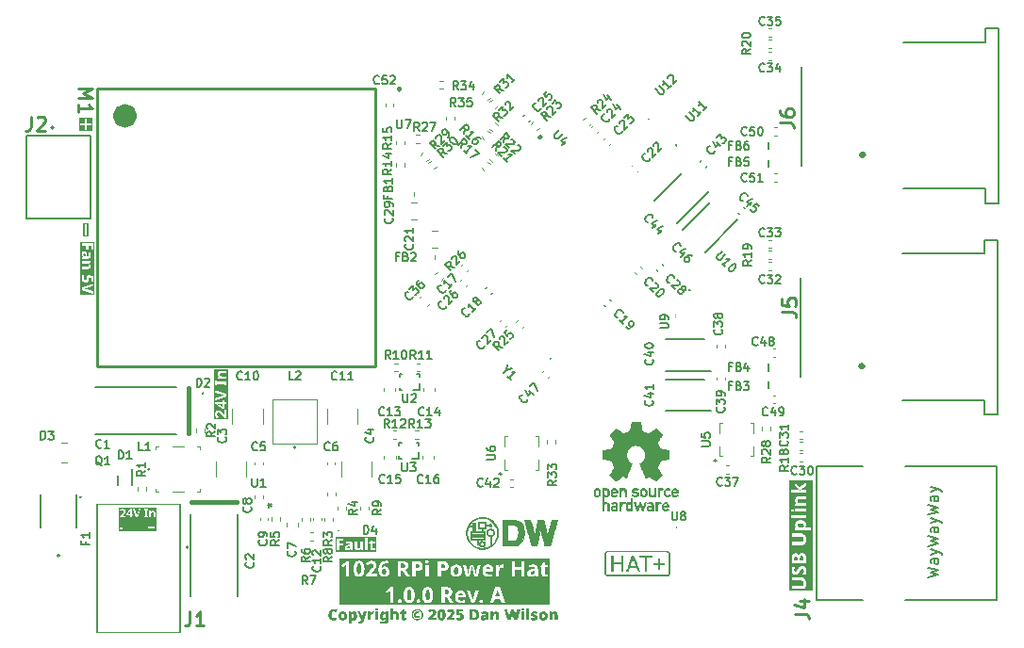
<source format=gbr>
%TF.GenerationSoftware,KiCad,Pcbnew,9.0.3*%
%TF.CreationDate,2025-07-26T10:45:52-05:00*%
%TF.ProjectId,1026 RPi Power Hat,31303236-2052-4506-9920-506f77657220,1.0.0*%
%TF.SameCoordinates,PX5f5e100PY8f0d180*%
%TF.FileFunction,Legend,Top*%
%TF.FilePolarity,Positive*%
%FSLAX46Y46*%
G04 Gerber Fmt 4.6, Leading zero omitted, Abs format (unit mm)*
G04 Created by KiCad (PCBNEW 9.0.3) date 2025-07-26 10:45:52*
%MOMM*%
%LPD*%
G01*
G04 APERTURE LIST*
%ADD10C,0.150000*%
%ADD11C,0.177800*%
%ADD12C,0.203200*%
%ADD13C,0.254000*%
%ADD14C,0.190500*%
%ADD15C,0.120000*%
%ADD16C,0.200000*%
%ADD17C,0.400000*%
%ADD18C,0.250000*%
%ADD19C,0.100000*%
%ADD20C,0.050000*%
%ADD21C,0.127000*%
%ADD22C,0.381000*%
%ADD23C,0.000000*%
%ADD24C,0.160000*%
%ADD25C,1.060000*%
%ADD26C,0.010000*%
G04 APERTURE END LIST*
D10*
X81548239Y5040495D02*
X82548239Y5278590D01*
X82548239Y5278590D02*
X81833953Y5469066D01*
X81833953Y5469066D02*
X82548239Y5659542D01*
X82548239Y5659542D02*
X81548239Y5897637D01*
X82548239Y6707161D02*
X82024429Y6707161D01*
X82024429Y6707161D02*
X81929191Y6659542D01*
X81929191Y6659542D02*
X81881572Y6564304D01*
X81881572Y6564304D02*
X81881572Y6373828D01*
X81881572Y6373828D02*
X81929191Y6278590D01*
X82500620Y6707161D02*
X82548239Y6611923D01*
X82548239Y6611923D02*
X82548239Y6373828D01*
X82548239Y6373828D02*
X82500620Y6278590D01*
X82500620Y6278590D02*
X82405381Y6230971D01*
X82405381Y6230971D02*
X82310143Y6230971D01*
X82310143Y6230971D02*
X82214905Y6278590D01*
X82214905Y6278590D02*
X82167286Y6373828D01*
X82167286Y6373828D02*
X82167286Y6611923D01*
X82167286Y6611923D02*
X82119667Y6707161D01*
X81881572Y7088114D02*
X82548239Y7326209D01*
X81881572Y7564304D02*
X82548239Y7326209D01*
X82548239Y7326209D02*
X82786334Y7230971D01*
X82786334Y7230971D02*
X82833953Y7183352D01*
X82833953Y7183352D02*
X82881572Y7088114D01*
X81548239Y7850019D02*
X82548239Y8088114D01*
X82548239Y8088114D02*
X81833953Y8278590D01*
X81833953Y8278590D02*
X82548239Y8469066D01*
X82548239Y8469066D02*
X81548239Y8707161D01*
X82548239Y9516685D02*
X82024429Y9516685D01*
X82024429Y9516685D02*
X81929191Y9469066D01*
X81929191Y9469066D02*
X81881572Y9373828D01*
X81881572Y9373828D02*
X81881572Y9183352D01*
X81881572Y9183352D02*
X81929191Y9088114D01*
X82500620Y9516685D02*
X82548239Y9421447D01*
X82548239Y9421447D02*
X82548239Y9183352D01*
X82548239Y9183352D02*
X82500620Y9088114D01*
X82500620Y9088114D02*
X82405381Y9040495D01*
X82405381Y9040495D02*
X82310143Y9040495D01*
X82310143Y9040495D02*
X82214905Y9088114D01*
X82214905Y9088114D02*
X82167286Y9183352D01*
X82167286Y9183352D02*
X82167286Y9421447D01*
X82167286Y9421447D02*
X82119667Y9516685D01*
X81881572Y9897638D02*
X82548239Y10135733D01*
X81881572Y10373828D02*
X82548239Y10135733D01*
X82548239Y10135733D02*
X82786334Y10040495D01*
X82786334Y10040495D02*
X82833953Y9992876D01*
X82833953Y9992876D02*
X82881572Y9897638D01*
X81548239Y10659543D02*
X82548239Y10897638D01*
X82548239Y10897638D02*
X81833953Y11088114D01*
X81833953Y11088114D02*
X82548239Y11278590D01*
X82548239Y11278590D02*
X81548239Y11516685D01*
X82548239Y12326209D02*
X82024429Y12326209D01*
X82024429Y12326209D02*
X81929191Y12278590D01*
X81929191Y12278590D02*
X81881572Y12183352D01*
X81881572Y12183352D02*
X81881572Y11992876D01*
X81881572Y11992876D02*
X81929191Y11897638D01*
X82500620Y12326209D02*
X82548239Y12230971D01*
X82548239Y12230971D02*
X82548239Y11992876D01*
X82548239Y11992876D02*
X82500620Y11897638D01*
X82500620Y11897638D02*
X82405381Y11850019D01*
X82405381Y11850019D02*
X82310143Y11850019D01*
X82310143Y11850019D02*
X82214905Y11897638D01*
X82214905Y11897638D02*
X82167286Y11992876D01*
X82167286Y11992876D02*
X82167286Y12230971D01*
X82167286Y12230971D02*
X82119667Y12326209D01*
X81881572Y12707162D02*
X82548239Y12945257D01*
X81881572Y13183352D02*
X82548239Y12945257D01*
X82548239Y12945257D02*
X82786334Y12850019D01*
X82786334Y12850019D02*
X82833953Y12802400D01*
X82833953Y12802400D02*
X82881572Y12707162D01*
D11*
G36*
X17894056Y20576612D02*
G01*
X17953798Y20573820D01*
X18020613Y20571649D01*
X18078246Y20570967D01*
X18250339Y20570967D01*
X18250339Y20326290D01*
X17968687Y20512651D01*
X17913288Y20546772D01*
X17857764Y20573820D01*
X17857764Y20579466D01*
X17894056Y20576612D01*
G37*
G36*
X18740169Y19241146D02*
G01*
X17484565Y19241146D01*
X17484565Y19716770D01*
X17597454Y19716770D01*
X17603021Y19629353D01*
X17618113Y19560993D01*
X17642219Y19499197D01*
X17671465Y19447216D01*
X17742560Y19354035D01*
X17880532Y19470666D01*
X17835186Y19532295D01*
X17803729Y19587297D01*
X17783348Y19643919D01*
X17776681Y19701136D01*
X17780318Y19737956D01*
X17790455Y19767526D01*
X17806583Y19791401D01*
X17828673Y19809254D01*
X17858215Y19820650D01*
X17897592Y19824839D01*
X17945923Y19819468D01*
X17990773Y19803498D01*
X18034166Y19777528D01*
X18087490Y19735257D01*
X18220498Y19611492D01*
X18477955Y19356889D01*
X18627280Y19356889D01*
X18627280Y20066662D01*
X18446626Y20066662D01*
X18446626Y19624334D01*
X18436700Y19624334D01*
X18314361Y19755171D01*
X18232866Y19840762D01*
X18163610Y19908032D01*
X18093327Y19965042D01*
X18025638Y20004811D01*
X17978147Y20023215D01*
X17927153Y20034420D01*
X17871971Y20038249D01*
X17820964Y20033778D01*
X17774581Y20020710D01*
X17731890Y19999103D01*
X17693928Y19969838D01*
X17661299Y19933174D01*
X17633746Y19888180D01*
X17614133Y19839026D01*
X17601798Y19782348D01*
X17597454Y19716770D01*
X17484565Y19716770D01*
X17484565Y20780034D01*
X17611661Y20780034D01*
X17611661Y20582319D01*
X17624180Y20573820D01*
X18267399Y20137137D01*
X18416786Y20137137D01*
X18416786Y20570967D01*
X18627280Y20570967D01*
X18627280Y20780034D01*
X18416786Y20780034D01*
X18416786Y20902372D01*
X18250339Y20902372D01*
X18250339Y20780034D01*
X17611661Y20780034D01*
X17484565Y20780034D01*
X17484565Y21632804D01*
X17611661Y21632804D01*
X18216218Y21440797D01*
X18273851Y21425101D01*
X18362006Y21403078D01*
X18439553Y21388189D01*
X18362006Y21372493D01*
X18273851Y21350470D01*
X18216218Y21334092D01*
X17611661Y21143512D01*
X17611661Y20925884D01*
X18627280Y21270131D01*
X18627280Y21504820D01*
X17611661Y21850432D01*
X17611661Y21632804D01*
X17484565Y21632804D01*
X17484565Y22264781D01*
X17611661Y22264781D01*
X17733999Y22264781D01*
X17790887Y22388485D01*
X18448053Y22388485D01*
X18504941Y22264781D01*
X18627280Y22264781D01*
X18627280Y22727024D01*
X18504941Y22727024D01*
X18448053Y22603321D01*
X17790887Y22603321D01*
X17733999Y22727024D01*
X17611661Y22727024D01*
X17611661Y22264781D01*
X17484565Y22264781D01*
X17484565Y23319732D01*
X17836423Y23319732D01*
X17839902Y23268365D01*
X17849947Y23222271D01*
X17866770Y23179394D01*
X17889776Y23141188D01*
X17918984Y23107724D01*
X17954481Y23079336D01*
X17954481Y23070837D01*
X17850630Y23040935D01*
X17850630Y22875977D01*
X18627280Y22875977D01*
X18627280Y23090751D01*
X18263118Y23090751D01*
X18180719Y23095359D01*
X18118878Y23107591D01*
X18073283Y23125554D01*
X18045160Y23146013D01*
X18024848Y23173539D01*
X18011850Y23209709D01*
X18007089Y23257136D01*
X18012193Y23297712D01*
X18026296Y23328436D01*
X18049088Y23351744D01*
X18078724Y23367612D01*
X18119563Y23378299D01*
X18174963Y23382328D01*
X18627280Y23382328D01*
X18627280Y23595676D01*
X18120928Y23595676D01*
X18044697Y23590141D01*
X17985124Y23575074D01*
X17938857Y23552081D01*
X17903300Y23521727D01*
X17875046Y23483107D01*
X17854248Y23437524D01*
X17841094Y23383636D01*
X17836423Y23319732D01*
X17484565Y23319732D01*
X17484565Y23708565D01*
X18740169Y23708565D01*
X18740169Y19241146D01*
G37*
D12*
G36*
X6192535Y35663052D02*
G01*
X5763557Y35663052D01*
X5763557Y36649684D01*
X5876446Y36649684D01*
X5876446Y35875589D01*
X5878398Y35855768D01*
X5893569Y35819143D01*
X5921600Y35791112D01*
X5958225Y35775941D01*
X5997867Y35775941D01*
X6034492Y35791112D01*
X6062523Y35819143D01*
X6077694Y35855768D01*
X6079646Y35875589D01*
X6079646Y36649684D01*
X6077694Y36669505D01*
X6062523Y36706130D01*
X6034492Y36734161D01*
X5997867Y36749332D01*
X5958225Y36749332D01*
X5921600Y36734161D01*
X5893569Y36706130D01*
X5878398Y36669505D01*
X5876446Y36649684D01*
X5763557Y36649684D01*
X5763557Y36862221D01*
X6192535Y36862221D01*
X6192535Y35663052D01*
G37*
D11*
G36*
X29719766Y7768578D02*
G01*
X29714197Y7721380D01*
X29698647Y7684240D01*
X29673486Y7654801D01*
X29640737Y7632929D01*
X29603035Y7619611D01*
X29559026Y7614973D01*
X29516877Y7621183D01*
X29485760Y7638423D01*
X29470963Y7655944D01*
X29461514Y7679684D01*
X29458029Y7711690D01*
X29462658Y7745722D01*
X29475843Y7773143D01*
X29497857Y7795565D01*
X29526389Y7810743D01*
X29571278Y7822333D01*
X29638683Y7828320D01*
X29719766Y7832601D01*
X29719766Y7768578D01*
G37*
G36*
X32066384Y7345625D02*
G01*
X28417056Y7345625D01*
X28417056Y7472720D01*
X28529945Y7472720D01*
X28741866Y7472720D01*
X28741866Y7701702D01*
X29238974Y7701702D01*
X29242805Y7647458D01*
X29253499Y7602483D01*
X29270241Y7565157D01*
X29293899Y7531929D01*
X29322204Y7505359D01*
X29355605Y7484818D01*
X29412238Y7465300D01*
X29477943Y7458514D01*
X29540813Y7461808D01*
X29588866Y7470611D01*
X29632054Y7486555D01*
X29669267Y7509695D01*
X29702825Y7539524D01*
X29736826Y7577998D01*
X29742534Y7577998D01*
X29783789Y7472720D01*
X29933114Y7472720D01*
X29933114Y7742957D01*
X30133309Y7742957D01*
X30137650Y7677239D01*
X30149630Y7623925D01*
X30168112Y7580790D01*
X30194655Y7542373D01*
X30226715Y7511821D01*
X30264829Y7488354D01*
X30307082Y7472159D01*
X30354901Y7462048D01*
X30409253Y7458514D01*
X30458190Y7461419D01*
X30503798Y7469929D01*
X30546934Y7484870D01*
X30586308Y7506841D01*
X30620564Y7535928D01*
X30648222Y7572291D01*
X30661002Y7572291D01*
X30688050Y7472720D01*
X30853070Y7472720D01*
X31061703Y7472720D01*
X31276478Y7472720D01*
X31276478Y8179640D01*
X31414387Y8179640D01*
X31414387Y8090057D01*
X31515385Y8090057D01*
X31515385Y7715970D01*
X31519522Y7649985D01*
X31530670Y7599067D01*
X31547396Y7560194D01*
X31571754Y7525878D01*
X31600506Y7499872D01*
X31634125Y7481220D01*
X31691384Y7464422D01*
X31758634Y7458514D01*
X31817094Y7461282D01*
X31868875Y7469184D01*
X31917133Y7481288D01*
X31953495Y7494061D01*
X31953495Y7651947D01*
X31888045Y7634825D01*
X31819804Y7627753D01*
X31781600Y7633545D01*
X31752927Y7649776D01*
X31739186Y7666166D01*
X31730524Y7687690D01*
X31727367Y7715970D01*
X31727367Y8090057D01*
X31944934Y8090057D01*
X31944934Y8249370D01*
X31727367Y8249370D01*
X31727367Y8414328D01*
X31592187Y8414328D01*
X31531018Y8250797D01*
X31414387Y8179640D01*
X31276478Y8179640D01*
X31276478Y8553727D01*
X31061703Y8553727D01*
X31061703Y7472720D01*
X30853070Y7472720D01*
X30853070Y8249370D01*
X30638234Y8249370D01*
X30638234Y7885209D01*
X30634354Y7805963D01*
X30624027Y7745810D01*
X30611474Y7709594D01*
X30594584Y7681382D01*
X30573529Y7659764D01*
X30547804Y7644288D01*
X30514596Y7634274D01*
X30471849Y7630606D01*
X30431317Y7635740D01*
X30401125Y7649839D01*
X30378668Y7672544D01*
X30363538Y7702084D01*
X30353347Y7742525D01*
X30349511Y7797054D01*
X30349511Y8249370D01*
X30133309Y8249370D01*
X30133309Y7742957D01*
X29933114Y7742957D01*
X29933114Y7990487D01*
X29927675Y8057716D01*
X29912519Y8112690D01*
X29888704Y8157739D01*
X29856311Y8194591D01*
X29816360Y8223206D01*
X29767187Y8244703D01*
X29706860Y8258571D01*
X29632975Y8263577D01*
X29541236Y8258782D01*
X29460138Y8245090D01*
X29384191Y8222867D01*
X29320057Y8195273D01*
X29382653Y8048802D01*
X29492150Y8090057D01*
X29547555Y8102953D01*
X29600281Y8107118D01*
X29637243Y8103664D01*
X29666028Y8094187D01*
X29688437Y8079387D01*
X29704634Y8058562D01*
X29715561Y8027381D01*
X29719766Y7981926D01*
X29719766Y7957731D01*
X29590293Y7953513D01*
X29500446Y7945475D01*
X29428574Y7930594D01*
X29371672Y7910206D01*
X29327130Y7885209D01*
X29288932Y7851229D01*
X29261800Y7810366D01*
X29244948Y7761252D01*
X29239976Y7711690D01*
X29238974Y7701702D01*
X28741866Y7701702D01*
X28741866Y7873856D01*
X29086051Y7873856D01*
X29086051Y8050229D01*
X28741866Y8050229D01*
X28741866Y8311966D01*
X29111673Y8311966D01*
X29111673Y8488339D01*
X28529945Y8488339D01*
X28529945Y7472720D01*
X28417056Y7472720D01*
X28417056Y8666616D01*
X32066384Y8666616D01*
X32066384Y7345625D01*
G37*
G36*
X9957458Y10959618D02*
G01*
X9955364Y10914811D01*
X9953736Y10864700D01*
X9953224Y10821476D01*
X9953224Y10692406D01*
X9769717Y10692406D01*
X9909487Y10903645D01*
X9935078Y10945194D01*
X9955364Y10986837D01*
X9959598Y10986837D01*
X9957458Y10959618D01*
G37*
G36*
X12310656Y9159055D02*
G01*
X8940971Y9159055D01*
X8940971Y9349293D01*
X9029871Y9349293D01*
X9310436Y9349293D01*
X9310436Y9481573D01*
X9029871Y9481573D01*
X9029871Y9349293D01*
X8940971Y9349293D01*
X8940971Y9562672D01*
X11602325Y9562672D01*
X11602325Y9448492D01*
X11803932Y9448492D01*
X11803932Y9247955D01*
X11918113Y9247955D01*
X11918113Y9448492D01*
X12119719Y9448492D01*
X12119719Y9562672D01*
X11918113Y9562672D01*
X11918113Y9765349D01*
X11803932Y9765349D01*
X11803932Y9562672D01*
X11602325Y9562672D01*
X8940971Y9562672D01*
X8940971Y11073240D01*
X9040526Y11073240D01*
X9127999Y10969761D01*
X9174220Y11003771D01*
X9215472Y11027363D01*
X9257938Y11042649D01*
X9300851Y11047650D01*
X9328466Y11044922D01*
X9350643Y11037319D01*
X9368550Y11025223D01*
X9381940Y11008656D01*
X9390487Y10986499D01*
X9393629Y10956966D01*
X9389600Y10920718D01*
X9377623Y10887080D01*
X9358145Y10854536D01*
X9326442Y10814543D01*
X9233618Y10714786D01*
X9042666Y10521694D01*
X9042666Y10409700D01*
X9574996Y10409700D01*
X9574996Y10545191D01*
X9243249Y10545191D01*
X9243249Y10552635D01*
X9341377Y10644389D01*
X9378369Y10679611D01*
X9627852Y10679611D01*
X9627852Y10567571D01*
X9953224Y10567571D01*
X9953224Y10409700D01*
X10110024Y10409700D01*
X10110024Y10567571D01*
X10201778Y10567571D01*
X10201778Y10692406D01*
X10110024Y10692406D01*
X10110024Y11171415D01*
X10219412Y11171415D01*
X10477598Y10409700D01*
X10653614Y10409700D01*
X10881599Y11079661D01*
X11223585Y11079661D01*
X11316363Y11036995D01*
X11316363Y10544121D01*
X11223585Y10501454D01*
X11223585Y10409700D01*
X11570267Y10409700D01*
X11570267Y10501454D01*
X11477490Y10544121D01*
X11477490Y10992188D01*
X11681982Y10992188D01*
X11681982Y10409700D01*
X11843062Y10409700D01*
X11843062Y10682821D01*
X11846518Y10744621D01*
X11855692Y10791001D01*
X11869165Y10825198D01*
X11884509Y10846290D01*
X11905153Y10861524D01*
X11932281Y10871273D01*
X11967851Y10874844D01*
X11998283Y10871015D01*
X12021326Y10860438D01*
X12038807Y10843344D01*
X12050708Y10821117D01*
X12058723Y10790488D01*
X12061745Y10748938D01*
X12061745Y10409700D01*
X12221756Y10409700D01*
X12221756Y10789464D01*
X12217605Y10846637D01*
X12206305Y10891317D01*
X12189060Y10926018D01*
X12166294Y10952685D01*
X12137329Y10973876D01*
X12103142Y10989474D01*
X12062726Y10999339D01*
X12014798Y11002843D01*
X11976273Y11000234D01*
X11941702Y10992700D01*
X11909545Y10980083D01*
X11880890Y10962828D01*
X11855792Y10940922D01*
X11834501Y10914300D01*
X11828127Y10914300D01*
X11805700Y10992188D01*
X11681982Y10992188D01*
X11477490Y10992188D01*
X11477490Y11036995D01*
X11570267Y11079661D01*
X11570267Y11171415D01*
X11223585Y11171415D01*
X11223585Y11079661D01*
X10881599Y11079661D01*
X10912823Y11171415D01*
X10749602Y11171415D01*
X10605597Y10717997D01*
X10593825Y10674772D01*
X10577308Y10608655D01*
X10566141Y10550495D01*
X10554369Y10608655D01*
X10537852Y10674772D01*
X10525568Y10717997D01*
X10382633Y11171415D01*
X10219412Y11171415D01*
X10110024Y11171415D01*
X9961739Y11171415D01*
X9636539Y10692406D01*
X9627852Y10679611D01*
X9378369Y10679611D01*
X9405571Y10705511D01*
X9456023Y10757453D01*
X9498780Y10810165D01*
X9528607Y10860932D01*
X9542410Y10896550D01*
X9550814Y10934796D01*
X9553686Y10976182D01*
X9550332Y11014437D01*
X9540531Y11049225D01*
X9524326Y11081243D01*
X9502378Y11109714D01*
X9474879Y11134186D01*
X9441134Y11154851D01*
X9404269Y11169561D01*
X9361760Y11178812D01*
X9312576Y11182070D01*
X9247014Y11177894D01*
X9195744Y11166576D01*
X9149397Y11148496D01*
X9110411Y11126561D01*
X9040526Y11073240D01*
X8940971Y11073240D01*
X8940971Y11270970D01*
X12310656Y11270970D01*
X12310656Y9159055D01*
G37*
G36*
X5893680Y34130244D02*
G01*
X5921101Y34117059D01*
X5943523Y34095045D01*
X5958701Y34066513D01*
X5970291Y34021624D01*
X5976279Y33954219D01*
X5980559Y33873136D01*
X5916536Y33873136D01*
X5869338Y33878705D01*
X5832198Y33894255D01*
X5802759Y33919416D01*
X5780887Y33952165D01*
X5767569Y33989867D01*
X5762931Y34033876D01*
X5769141Y34076025D01*
X5786381Y34107142D01*
X5803902Y34121939D01*
X5827642Y34131388D01*
X5859648Y34134873D01*
X5893680Y34130244D01*
G37*
G36*
X6749186Y30415423D02*
G01*
X5493583Y30415423D01*
X5493583Y31108613D01*
X5620679Y31108613D01*
X5620679Y30873924D01*
X6636297Y30528312D01*
X6636297Y30745940D01*
X6031740Y30937947D01*
X5974107Y30953643D01*
X5885952Y30975666D01*
X5808405Y30990555D01*
X5885952Y31006251D01*
X5974107Y31028274D01*
X6031740Y31044652D01*
X6636297Y31235232D01*
X6636297Y31452860D01*
X5620679Y31108613D01*
X5493583Y31108613D01*
X5493583Y31922981D01*
X5606472Y31922981D01*
X5611713Y31834546D01*
X5626338Y31760643D01*
X5649092Y31698963D01*
X5682303Y31642843D01*
X5722921Y31598027D01*
X5771430Y31563163D01*
X5826237Y31538418D01*
X5888794Y31523018D01*
X5960645Y31517627D01*
X6026860Y31522695D01*
X6082661Y31536978D01*
X6129884Y31559627D01*
X6171842Y31591040D01*
X6206269Y31628964D01*
X6233735Y31674086D01*
X6253158Y31723573D01*
X6265138Y31778269D01*
X6269282Y31839106D01*
X6264319Y31916592D01*
X6255076Y31968517D01*
X6454217Y31950030D01*
X6454217Y31587296D01*
X6636297Y31587296D01*
X6636297Y32137756D01*
X6118531Y32176219D01*
X6072995Y32090855D01*
X6087946Y32019760D01*
X6095763Y31937250D01*
X6090575Y31868806D01*
X6076886Y31819103D01*
X6056617Y31783645D01*
X6027312Y31756481D01*
X5990002Y31739800D01*
X5942158Y31733829D01*
X5890077Y31739925D01*
X5851086Y31756596D01*
X5820488Y31784103D01*
X5798479Y31822729D01*
X5786045Y31869038D01*
X5781418Y31930116D01*
X5786025Y31996327D01*
X5800588Y32069514D01*
X5822555Y32140268D01*
X5846868Y32196133D01*
X5661934Y32196133D01*
X5638608Y32140548D01*
X5620679Y32073051D01*
X5610116Y32001294D01*
X5606472Y31922981D01*
X5493583Y31922981D01*
X5493583Y33240538D01*
X5620679Y33240538D01*
X5984840Y33240538D01*
X6067239Y33235930D01*
X6129080Y33223698D01*
X6174675Y33205735D01*
X6202798Y33185276D01*
X6223110Y33157750D01*
X6236108Y33121580D01*
X6240869Y33074153D01*
X6235765Y33033577D01*
X6221662Y33002853D01*
X6198870Y32979545D01*
X6169234Y32963677D01*
X6128395Y32952990D01*
X6072995Y32948961D01*
X5620679Y32948961D01*
X5620679Y32735613D01*
X6127030Y32735613D01*
X6203261Y32741148D01*
X6262834Y32756215D01*
X6309101Y32779208D01*
X6344658Y32809562D01*
X6372912Y32848182D01*
X6393710Y32893764D01*
X6406864Y32947652D01*
X6411535Y33011557D01*
X6408056Y33062923D01*
X6398011Y33109018D01*
X6381188Y33151895D01*
X6358182Y33190101D01*
X6328974Y33223565D01*
X6293477Y33251953D01*
X6293477Y33260452D01*
X6397328Y33290354D01*
X6397328Y33455312D01*
X5620679Y33455312D01*
X5620679Y33240538D01*
X5493583Y33240538D01*
X5493583Y34114959D01*
X5606472Y34114959D01*
X5609766Y34052089D01*
X5613103Y34033876D01*
X5618569Y34004036D01*
X5634513Y33960848D01*
X5657653Y33923635D01*
X5687482Y33890077D01*
X5725956Y33856076D01*
X5725956Y33850368D01*
X5620679Y33809113D01*
X5620679Y33659788D01*
X6138445Y33659788D01*
X6205674Y33665227D01*
X6260648Y33680383D01*
X6305697Y33704198D01*
X6342549Y33736591D01*
X6371164Y33776542D01*
X6392661Y33825715D01*
X6406529Y33886042D01*
X6411535Y33959927D01*
X6406740Y34051666D01*
X6393048Y34132764D01*
X6370825Y34208711D01*
X6343231Y34272845D01*
X6196760Y34210249D01*
X6238015Y34100752D01*
X6250911Y34045347D01*
X6255076Y33992621D01*
X6251622Y33955659D01*
X6242145Y33926874D01*
X6227345Y33904465D01*
X6206520Y33888268D01*
X6175339Y33877341D01*
X6129884Y33873136D01*
X6105689Y33873136D01*
X6101471Y34002609D01*
X6093433Y34092456D01*
X6078552Y34164328D01*
X6058164Y34221230D01*
X6033167Y34265772D01*
X5999187Y34303970D01*
X5958324Y34331102D01*
X5909210Y34347954D01*
X5849660Y34353928D01*
X5795416Y34350097D01*
X5750441Y34339403D01*
X5713115Y34322661D01*
X5679887Y34299003D01*
X5653317Y34270698D01*
X5632776Y34237297D01*
X5613258Y34180664D01*
X5606472Y34114959D01*
X5493583Y34114959D01*
X5493583Y34851036D01*
X5620679Y34851036D01*
X6021814Y34851036D01*
X6021814Y34506851D01*
X6198187Y34506851D01*
X6198187Y34851036D01*
X6459924Y34851036D01*
X6459924Y34481229D01*
X6636297Y34481229D01*
X6636297Y35062957D01*
X5620679Y35062957D01*
X5620679Y34851036D01*
X5493583Y34851036D01*
X5493583Y35175846D01*
X6749186Y35175846D01*
X6749186Y30415423D01*
G37*
D13*
G36*
X35056595Y3913645D02*
G01*
X35094774Y3895770D01*
X35126216Y3865975D01*
X35149872Y3827906D01*
X35170428Y3775552D01*
X35186911Y3705263D01*
X35200400Y3591737D01*
X35205546Y3437695D01*
X35200400Y3283654D01*
X35186911Y3170127D01*
X35170394Y3099899D01*
X35149831Y3047932D01*
X35126216Y3010441D01*
X35094852Y2981266D01*
X35056675Y2963700D01*
X35009529Y2957526D01*
X34962514Y2963786D01*
X34924361Y2981634D01*
X34892928Y3011382D01*
X34869345Y3049519D01*
X34849090Y3101875D01*
X34833174Y3172093D01*
X34820414Y3285373D01*
X34815564Y3437695D01*
X34820427Y3591735D01*
X34833174Y3705263D01*
X34849096Y3775541D01*
X34869352Y3827889D01*
X34892928Y3865975D01*
X34924368Y3895774D01*
X34962521Y3913648D01*
X35009529Y3919916D01*
X35056595Y3913645D01*
G37*
G36*
X36726630Y3913645D02*
G01*
X36764809Y3895770D01*
X36796251Y3865975D01*
X36819907Y3827906D01*
X36840463Y3775552D01*
X36856946Y3705263D01*
X36870435Y3591737D01*
X36875581Y3437695D01*
X36870435Y3283654D01*
X36856946Y3170127D01*
X36840429Y3099899D01*
X36819866Y3047932D01*
X36796251Y3010441D01*
X36764887Y2981266D01*
X36726710Y2963700D01*
X36679564Y2957526D01*
X36632549Y2963786D01*
X36594396Y2981634D01*
X36562963Y3011382D01*
X36539380Y3049519D01*
X36519125Y3101875D01*
X36503209Y3172093D01*
X36490448Y3285373D01*
X36485599Y3437695D01*
X36490462Y3591735D01*
X36503209Y3705263D01*
X36519131Y3775541D01*
X36539387Y3827889D01*
X36562963Y3865975D01*
X36594403Y3895774D01*
X36632556Y3913648D01*
X36679564Y3919916D01*
X36726630Y3913645D01*
G37*
G36*
X39704189Y3610343D02*
G01*
X39752066Y3588662D01*
X39790490Y3554392D01*
X39817718Y3510186D01*
X39833616Y3458639D01*
X39839261Y3396577D01*
X39435515Y3396577D01*
X39448158Y3467659D01*
X39470121Y3521639D01*
X39500227Y3562161D01*
X39539880Y3592858D01*
X39586865Y3611524D01*
X39643329Y3618069D01*
X39704189Y3610343D01*
G37*
G36*
X38421874Y3898247D02*
G01*
X38481075Y3882645D01*
X38529797Y3855442D01*
X38562371Y3819899D01*
X38581818Y3775021D01*
X38588872Y3716034D01*
X38580706Y3644576D01*
X38558682Y3592680D01*
X38524160Y3555323D01*
X38478470Y3529521D01*
X38418395Y3512595D01*
X38339939Y3506340D01*
X38216499Y3506340D01*
X38216499Y3904187D01*
X38339939Y3904187D01*
X38421874Y3898247D01*
G37*
G36*
X42965276Y3830670D02*
G01*
X42997589Y3710136D01*
X43022124Y3622001D01*
X43120175Y3318187D01*
X42765412Y3318187D01*
X42865344Y3622001D01*
X42888852Y3714068D01*
X42917233Y3827763D01*
X42939802Y3931628D01*
X42965276Y3830670D01*
G37*
G36*
X30556664Y6265645D02*
G01*
X30594844Y6247770D01*
X30626286Y6217975D01*
X30649942Y6179906D01*
X30670498Y6127552D01*
X30686980Y6057263D01*
X30700469Y5943737D01*
X30705616Y5789695D01*
X30700469Y5635654D01*
X30686980Y5522127D01*
X30670463Y5451899D01*
X30649901Y5399932D01*
X30626286Y5362441D01*
X30594922Y5333266D01*
X30556744Y5315700D01*
X30509599Y5309526D01*
X30462584Y5315786D01*
X30424431Y5333634D01*
X30392997Y5363382D01*
X30369414Y5401519D01*
X30349160Y5453875D01*
X30333243Y5524093D01*
X30320483Y5637373D01*
X30315633Y5789695D01*
X30320497Y5943735D01*
X30333243Y6057263D01*
X30349165Y6127541D01*
X30369422Y6179889D01*
X30392997Y6217975D01*
X30424437Y6247774D01*
X30462591Y6265648D01*
X30509599Y6271916D01*
X30556664Y6265645D01*
G37*
G36*
X32832861Y5764869D02*
G01*
X32879334Y5745013D01*
X32914634Y5713272D01*
X32939789Y5671596D01*
X32955893Y5618992D01*
X32961736Y5552560D01*
X32954592Y5470605D01*
X32935569Y5410635D01*
X32906855Y5367314D01*
X32866963Y5334228D01*
X32820595Y5314427D01*
X32765719Y5307560D01*
X32715384Y5313653D01*
X32673566Y5331068D01*
X32637715Y5358355D01*
X32607914Y5393729D01*
X32584795Y5434877D01*
X32567736Y5481009D01*
X32557461Y5529400D01*
X32554058Y5578034D01*
X32560723Y5623900D01*
X32581499Y5670102D01*
X32613999Y5710735D01*
X32657922Y5743619D01*
X32709896Y5764731D01*
X32771617Y5772085D01*
X32832861Y5764869D01*
G37*
G36*
X39294745Y5949670D02*
G01*
X39335869Y5936673D01*
X39369178Y5916128D01*
X39409073Y5870918D01*
X39438763Y5805339D01*
X39455184Y5728406D01*
X39461331Y5627017D01*
X39455500Y5527086D01*
X39439704Y5448696D01*
X39410542Y5381435D01*
X39370119Y5335000D01*
X39336182Y5313757D01*
X39295289Y5300483D01*
X39245653Y5295763D01*
X39194743Y5300520D01*
X39153242Y5313829D01*
X39119220Y5335000D01*
X39078639Y5381401D01*
X39048695Y5448696D01*
X39032268Y5527130D01*
X39026213Y5627017D01*
X39033017Y5732227D01*
X39051163Y5811370D01*
X39078102Y5870051D01*
X39107575Y5906577D01*
X39143947Y5932463D01*
X39188581Y5948587D01*
X39243772Y5954339D01*
X39294745Y5949670D01*
G37*
G36*
X42162053Y5962343D02*
G01*
X42209930Y5940662D01*
X42248355Y5906392D01*
X42275583Y5862186D01*
X42291481Y5810639D01*
X42297125Y5748577D01*
X41893379Y5748577D01*
X41906022Y5819659D01*
X41927985Y5873639D01*
X41958092Y5914161D01*
X41997744Y5944858D01*
X42044730Y5963524D01*
X42101193Y5970069D01*
X42162053Y5962343D01*
G37*
G36*
X46287137Y5497678D02*
G01*
X46279463Y5432641D01*
X46258036Y5381465D01*
X46223365Y5340899D01*
X46178239Y5310760D01*
X46126287Y5292408D01*
X46065646Y5286018D01*
X46007565Y5294574D01*
X45964688Y5318331D01*
X45944299Y5342473D01*
X45931278Y5375187D01*
X45926476Y5419289D01*
X45932855Y5466183D01*
X45951023Y5503969D01*
X45981357Y5534864D01*
X46020673Y5555779D01*
X46082527Y5571750D01*
X46175408Y5580000D01*
X46287137Y5585899D01*
X46287137Y5497678D01*
G37*
G36*
X34492300Y6250247D02*
G01*
X34551500Y6234645D01*
X34600223Y6207442D01*
X34632797Y6171899D01*
X34652244Y6127021D01*
X34659297Y6068034D01*
X34651132Y5996576D01*
X34629107Y5944680D01*
X34594585Y5907323D01*
X34548895Y5881521D01*
X34488820Y5864595D01*
X34410365Y5858340D01*
X34286924Y5858340D01*
X34286924Y6256187D01*
X34410365Y6256187D01*
X34492300Y6250247D01*
G37*
G36*
X35781597Y6237790D02*
G01*
X35839630Y6220049D01*
X35881305Y6193441D01*
X35912683Y6155906D01*
X35932124Y6108571D01*
X35939093Y6048458D01*
X35930369Y5975191D01*
X35906780Y5922026D01*
X35868100Y5881229D01*
X35814627Y5853382D01*
X35751664Y5838353D01*
X35672551Y5832865D01*
X35572619Y5832865D01*
X35572619Y6244475D01*
X35701958Y6244475D01*
X35781597Y6237790D01*
G37*
G36*
X38091743Y6237790D02*
G01*
X38149777Y6220049D01*
X38191452Y6193441D01*
X38222830Y6155906D01*
X38242271Y6108571D01*
X38249239Y6048458D01*
X38240516Y5975191D01*
X38216926Y5922026D01*
X38178247Y5881229D01*
X38124773Y5853382D01*
X38061810Y5838353D01*
X37982697Y5832865D01*
X37882765Y5832865D01*
X37882765Y6244475D01*
X38012104Y6244475D01*
X38091743Y6237790D01*
G37*
G36*
X47663248Y2556970D02*
G01*
X28790950Y2556970D01*
X28790950Y3778780D01*
X32896597Y3778780D01*
X33039613Y3600373D01*
X33200410Y3729797D01*
X33260164Y3783653D01*
X33302308Y3825797D01*
X33298376Y3731678D01*
X33295384Y3629780D01*
X33294444Y3547458D01*
X33294444Y2738000D01*
X33590393Y2738000D01*
X33590393Y2875204D01*
X34006961Y2875204D01*
X34013251Y2820024D01*
X34030238Y2779810D01*
X34056885Y2750738D01*
X34111168Y2722359D01*
X34177504Y2712526D01*
X34241900Y2722318D01*
X34295046Y2750738D01*
X34321190Y2779737D01*
X34337911Y2819943D01*
X34344114Y2875204D01*
X34337716Y2934466D01*
X34320840Y2975619D01*
X34295046Y3003602D01*
X34242042Y3030515D01*
X34177504Y3039848D01*
X34111026Y3030478D01*
X34056885Y3003602D01*
X34030592Y2975543D01*
X34013449Y2934378D01*
X34006961Y2875204D01*
X33590393Y2875204D01*
X33590393Y3437695D01*
X34521496Y3437695D01*
X34527877Y3287704D01*
X34545745Y3159970D01*
X34573470Y3051559D01*
X34616084Y2949328D01*
X34669420Y2868093D01*
X34733242Y2804593D01*
X34789035Y2767899D01*
X34852690Y2741082D01*
X34925608Y2724310D01*
X35009529Y2718424D01*
X35098688Y2724369D01*
X35174080Y2741086D01*
X35237945Y2767407D01*
X35295859Y2804788D01*
X35345949Y2851840D01*
X35363328Y2875204D01*
X35676996Y2875204D01*
X35683286Y2820024D01*
X35700273Y2779810D01*
X35726919Y2750738D01*
X35781203Y2722359D01*
X35847539Y2712526D01*
X35911935Y2722318D01*
X35965081Y2750738D01*
X35991225Y2779737D01*
X36007946Y2819943D01*
X36014149Y2875204D01*
X36007751Y2934466D01*
X35990875Y2975619D01*
X35965081Y3003602D01*
X35912077Y3030515D01*
X35847539Y3039848D01*
X35781061Y3030478D01*
X35726919Y3003602D01*
X35700627Y2975543D01*
X35683484Y2934378D01*
X35676996Y2875204D01*
X35363328Y2875204D01*
X35388826Y2909483D01*
X35422750Y2973516D01*
X35451000Y3048454D01*
X35473029Y3135848D01*
X35492523Y3273670D01*
X35499529Y3437695D01*
X36191530Y3437695D01*
X36197912Y3287704D01*
X36215780Y3159970D01*
X36243505Y3051559D01*
X36286119Y2949328D01*
X36339455Y2868093D01*
X36403277Y2804593D01*
X36459070Y2767899D01*
X36522725Y2741082D01*
X36595643Y2724310D01*
X36679564Y2718424D01*
X36768723Y2724369D01*
X36844115Y2741086D01*
X36907980Y2767407D01*
X36965894Y2804788D01*
X37015984Y2851840D01*
X37058861Y2909483D01*
X37092785Y2973516D01*
X37121035Y3048454D01*
X37143064Y3135848D01*
X37162558Y3273670D01*
X37169564Y3437695D01*
X37166615Y3506340D01*
X37916618Y3506340D01*
X37916618Y2738000D01*
X38216499Y2738000D01*
X38216499Y3275017D01*
X38383109Y3275017D01*
X38694702Y2738000D01*
X39037753Y2738000D01*
X38697896Y3265272D01*
X39127855Y3265272D01*
X39136459Y3144059D01*
X39160549Y3042949D01*
X39198380Y2958466D01*
X39251747Y2883213D01*
X39315742Y2823264D01*
X39391405Y2777153D01*
X39474950Y2745158D01*
X39568168Y2725318D01*
X39672736Y2718424D01*
X39796820Y2723551D01*
X39889269Y2737060D01*
X39974442Y2760837D01*
X40054939Y2794848D01*
X40054939Y3016340D01*
X39968468Y2981600D01*
X39886363Y2957526D01*
X39801566Y2943056D01*
X39704023Y2937950D01*
X39619188Y2946553D01*
X39553320Y2970228D01*
X39502108Y3007535D01*
X39463466Y3057969D01*
X39438430Y3120556D01*
X39427736Y3198594D01*
X40115634Y3198594D01*
X40115634Y3341696D01*
X40108645Y3444927D01*
X40088948Y3532590D01*
X40057846Y3607212D01*
X40013471Y3674217D01*
X39958590Y3728705D01*
X39892176Y3771856D01*
X39818339Y3802111D01*
X39791163Y3808187D01*
X40165471Y3808187D01*
X40573149Y2738000D01*
X40876963Y2738000D01*
X40929230Y2875204D01*
X41310799Y2875204D01*
X41317089Y2820024D01*
X41334077Y2779810D01*
X41360723Y2750738D01*
X41415006Y2722359D01*
X41481342Y2712526D01*
X41545738Y2722318D01*
X41575064Y2738000D01*
X42263615Y2738000D01*
X42587005Y2738000D01*
X42694802Y3067289D01*
X43188734Y3067289D01*
X43296530Y2738000D01*
X43619920Y2738000D01*
X43124022Y4143288D01*
X42755581Y4143288D01*
X42466728Y3318187D01*
X42263615Y2738000D01*
X41575064Y2738000D01*
X41598884Y2750738D01*
X41625028Y2779737D01*
X41641750Y2819943D01*
X41647952Y2875204D01*
X41641554Y2934466D01*
X41624678Y2975619D01*
X41598884Y3003602D01*
X41545880Y3030515D01*
X41481342Y3039848D01*
X41414864Y3030478D01*
X41360723Y3003602D01*
X41334430Y2975543D01*
X41317287Y2934378D01*
X41310799Y2875204D01*
X40929230Y2875204D01*
X41284641Y3808187D01*
X40974929Y3808187D01*
X40771133Y3175085D01*
X40753437Y3122170D01*
X40735827Y3058398D01*
X40724030Y3000610D01*
X40718217Y3000610D01*
X40708387Y3059424D01*
X40691717Y3124136D01*
X40675048Y3177051D01*
X40475184Y3808187D01*
X40165471Y3808187D01*
X39791163Y3808187D01*
X39733453Y3821090D01*
X39635464Y3827763D01*
X39536485Y3820423D01*
X39448551Y3799275D01*
X39369863Y3765017D01*
X39299622Y3716821D01*
X39240442Y3655005D01*
X39191541Y3577891D01*
X39157558Y3492562D01*
X39137198Y3396577D01*
X39135704Y3389536D01*
X39127855Y3265272D01*
X38697896Y3265272D01*
X38639821Y3355373D01*
X38708803Y3393349D01*
X38769160Y3439661D01*
X38819887Y3495664D01*
X38859346Y3563102D01*
X38884005Y3639358D01*
X38892685Y3729797D01*
X38885478Y3818227D01*
X38865162Y3892473D01*
X38832846Y3955136D01*
X38787605Y4008977D01*
X38728030Y4054369D01*
X38651532Y4091399D01*
X38569234Y4115753D01*
X38468463Y4131695D01*
X38345838Y4137475D01*
X37916618Y4137475D01*
X37916618Y3506340D01*
X37166615Y3506340D01*
X37163062Y3589041D01*
X37144866Y3717716D01*
X37116649Y3826737D01*
X37073394Y3929628D01*
X37019732Y4010805D01*
X36955937Y4073704D01*
X36900196Y4110003D01*
X36836545Y4136560D01*
X36763581Y4153183D01*
X36679564Y4159018D01*
X36590276Y4152999D01*
X36514166Y4136005D01*
X36449127Y4109132D01*
X36393446Y4072763D01*
X36330032Y4009138D01*
X36278324Y3927929D01*
X36238547Y3825797D01*
X36213547Y3717679D01*
X36197340Y3589325D01*
X36191530Y3437695D01*
X35499529Y3437695D01*
X35493027Y3589041D01*
X35474831Y3717716D01*
X35446614Y3826737D01*
X35403359Y3929628D01*
X35349697Y4010805D01*
X35285902Y4073704D01*
X35230161Y4110003D01*
X35166510Y4136560D01*
X35093546Y4153183D01*
X35009529Y4159018D01*
X34920241Y4152999D01*
X34844131Y4136005D01*
X34779092Y4109132D01*
X34723411Y4072763D01*
X34659997Y4009138D01*
X34608289Y3927929D01*
X34568512Y3825797D01*
X34543512Y3717679D01*
X34527306Y3589325D01*
X34521496Y3437695D01*
X33590393Y3437695D01*
X33590393Y4137475D01*
X33347359Y4137475D01*
X32896597Y3778780D01*
X28790950Y3778780D01*
X28790950Y6130780D01*
X28946506Y6130780D01*
X29089522Y5952373D01*
X29250319Y6081797D01*
X29310073Y6135653D01*
X29352217Y6177797D01*
X29348285Y6083678D01*
X29345293Y5981780D01*
X29344353Y5899458D01*
X29344353Y5090000D01*
X29640302Y5090000D01*
X29640302Y5789695D01*
X30021565Y5789695D01*
X30027946Y5639704D01*
X30045815Y5511970D01*
X30073540Y5403559D01*
X30116154Y5301328D01*
X30169489Y5220093D01*
X30233311Y5156593D01*
X30289105Y5119899D01*
X30352760Y5093082D01*
X30425677Y5076310D01*
X30509599Y5070424D01*
X30598757Y5076369D01*
X30674149Y5093086D01*
X30738015Y5119407D01*
X30795929Y5156788D01*
X30846019Y5203840D01*
X30888896Y5261483D01*
X30922820Y5325516D01*
X30951070Y5400454D01*
X30973099Y5487848D01*
X30992592Y5625670D01*
X30999599Y5789695D01*
X30993096Y5941041D01*
X30974900Y6069716D01*
X30946684Y6178737D01*
X30903428Y6281628D01*
X30885267Y6309102D01*
X31145693Y6309102D01*
X31306405Y6118983D01*
X31391326Y6181468D01*
X31467116Y6224814D01*
X31545138Y6252898D01*
X31623981Y6262085D01*
X31674717Y6257074D01*
X31715463Y6243106D01*
X31748362Y6220882D01*
X31772962Y6190443D01*
X31788666Y6149734D01*
X31794438Y6095475D01*
X31787037Y6028878D01*
X31765032Y5967077D01*
X31729245Y5907283D01*
X31670998Y5833805D01*
X31500455Y5650526D01*
X31149625Y5295763D01*
X31149625Y5090000D01*
X32127659Y5090000D01*
X32127659Y5338933D01*
X31518151Y5338933D01*
X31518151Y5352610D01*
X31698439Y5521187D01*
X31816379Y5633484D01*
X31865316Y5683865D01*
X32259990Y5683865D01*
X32264742Y5579716D01*
X32264992Y5578034D01*
X32278168Y5489491D01*
X32299227Y5411424D01*
X32329761Y5336691D01*
X32366082Y5273445D01*
X32407964Y5220280D01*
X32457250Y5174021D01*
X32511303Y5136629D01*
X32570642Y5107610D01*
X32666596Y5079884D01*
X32771617Y5070424D01*
X32868170Y5077294D01*
X32952066Y5096876D01*
X33025337Y5128212D01*
X33091105Y5172498D01*
X33145676Y5227955D01*
X33189981Y5295763D01*
X33221338Y5370996D01*
X33240964Y5457218D01*
X33247854Y5556492D01*
X33241924Y5649593D01*
X33225211Y5728888D01*
X33198871Y5796534D01*
X33161149Y5858094D01*
X33160923Y5858340D01*
X33987043Y5858340D01*
X33987043Y5090000D01*
X34286924Y5090000D01*
X34286924Y5627017D01*
X34453535Y5627017D01*
X34765127Y5090000D01*
X35108179Y5090000D01*
X34710246Y5707373D01*
X34779228Y5745349D01*
X34839585Y5791661D01*
X34876908Y5832865D01*
X35272737Y5832865D01*
X35272737Y5090000D01*
X35572619Y5090000D01*
X36467134Y5090000D01*
X36763083Y5090000D01*
X36763083Y5832865D01*
X37582884Y5832865D01*
X37582884Y5090000D01*
X37882765Y5090000D01*
X37882765Y5585899D01*
X38010138Y5585899D01*
X38110526Y5590628D01*
X38194689Y5603791D01*
X38264969Y5624111D01*
X38271481Y5627017D01*
X38724365Y5627017D01*
X38728998Y5538812D01*
X38742282Y5460165D01*
X38763517Y5389882D01*
X38810888Y5293035D01*
X38871314Y5215407D01*
X38946035Y5153375D01*
X39033992Y5107610D01*
X39131516Y5079989D01*
X39241806Y5070424D01*
X39359159Y5080110D01*
X39459280Y5107610D01*
X39548781Y5153547D01*
X39622983Y5215407D01*
X39663901Y5265212D01*
X39698540Y5323032D01*
X39726848Y5389882D01*
X39753586Y5498221D01*
X39763093Y5627017D01*
X39755032Y5744436D01*
X39732310Y5844082D01*
X39696415Y5928865D01*
X39645844Y6005468D01*
X39585346Y6067366D01*
X39514161Y6116077D01*
X39434871Y6150891D01*
X39396610Y6160187D01*
X39836268Y6160187D01*
X40140082Y5090000D01*
X40453727Y5090000D01*
X40539895Y5460407D01*
X40563404Y5562305D01*
X40596743Y5704467D01*
X40629142Y5843636D01*
X40649658Y5936729D01*
X40657523Y5936729D01*
X40679065Y5843636D01*
X40712404Y5704467D01*
X40744717Y5563331D01*
X40767286Y5464339D01*
X40849608Y5090000D01*
X41167099Y5090000D01*
X41318723Y5617272D01*
X41585719Y5617272D01*
X41594323Y5496059D01*
X41618413Y5394949D01*
X41656244Y5310466D01*
X41709612Y5235213D01*
X41773606Y5175264D01*
X41849269Y5129153D01*
X41932814Y5097158D01*
X42026032Y5077318D01*
X42130600Y5070424D01*
X42254685Y5075551D01*
X42347134Y5089060D01*
X42432306Y5112837D01*
X42512804Y5146848D01*
X42512804Y5368340D01*
X42426332Y5333600D01*
X42344227Y5309526D01*
X42259430Y5295056D01*
X42161888Y5289950D01*
X42077053Y5298553D01*
X42011184Y5322228D01*
X41959972Y5359535D01*
X41921330Y5409969D01*
X41896294Y5472556D01*
X41885600Y5550594D01*
X42573498Y5550594D01*
X42573498Y5693696D01*
X42566510Y5796927D01*
X42546812Y5884590D01*
X42515710Y5959212D01*
X42471336Y6026217D01*
X42416454Y6080705D01*
X42350040Y6123856D01*
X42276203Y6154111D01*
X42249027Y6160187D01*
X42806103Y6160187D01*
X42806103Y5090000D01*
X43102052Y5090000D01*
X44223615Y5090000D01*
X44519564Y5090000D01*
X44519564Y5693696D01*
X45074191Y5693696D01*
X45074191Y5090000D01*
X45370140Y5090000D01*
X45370140Y5405526D01*
X45624629Y5405526D01*
X45629907Y5330780D01*
X45644643Y5268807D01*
X45667713Y5217373D01*
X45700312Y5171587D01*
X45739315Y5134975D01*
X45785340Y5106670D01*
X45863378Y5079775D01*
X45953917Y5070424D01*
X46040548Y5074964D01*
X46106764Y5087094D01*
X46166274Y5109064D01*
X46217552Y5140950D01*
X46263794Y5182053D01*
X46310646Y5235069D01*
X46318510Y5235069D01*
X46375358Y5090000D01*
X46581120Y5090000D01*
X46581120Y5803458D01*
X46573626Y5896097D01*
X46552742Y5971848D01*
X46519926Y6033923D01*
X46493399Y6064102D01*
X46764827Y6064102D01*
X46764827Y5940662D01*
X46903997Y5940662D01*
X46903997Y5425187D01*
X46909698Y5334262D01*
X46925060Y5264100D01*
X46948107Y5210534D01*
X46981671Y5163249D01*
X47021290Y5127414D01*
X47067615Y5101712D01*
X47146516Y5078566D01*
X47239184Y5070424D01*
X47319738Y5074239D01*
X47391090Y5085128D01*
X47457587Y5101806D01*
X47507692Y5119407D01*
X47507692Y5336967D01*
X47417505Y5313373D01*
X47323472Y5303628D01*
X47270829Y5311609D01*
X47231319Y5333975D01*
X47212385Y5356559D01*
X47200448Y5386219D01*
X47196099Y5425187D01*
X47196099Y5940662D01*
X47495895Y5940662D01*
X47495895Y6160187D01*
X47196099Y6160187D01*
X47196099Y6387492D01*
X47009827Y6387492D01*
X46925539Y6162153D01*
X46764827Y6064102D01*
X46493399Y6064102D01*
X46475290Y6084704D01*
X46420239Y6124135D01*
X46352481Y6153757D01*
X46269353Y6172866D01*
X46167544Y6179763D01*
X46041131Y6173157D01*
X45929383Y6154289D01*
X45824731Y6123667D01*
X45736357Y6085644D01*
X45822612Y5883814D01*
X45973493Y5940662D01*
X46049839Y5958432D01*
X46122493Y5964170D01*
X46173425Y5959411D01*
X46213088Y5946352D01*
X46243967Y5925958D01*
X46266286Y5897263D01*
X46281343Y5854296D01*
X46287137Y5791661D01*
X46287137Y5758322D01*
X46108730Y5752509D01*
X45984924Y5741434D01*
X45885889Y5720929D01*
X45807481Y5692835D01*
X45746103Y5658390D01*
X45693469Y5611567D01*
X45656081Y5555260D01*
X45632861Y5487584D01*
X45626010Y5419289D01*
X45624629Y5405526D01*
X45370140Y5405526D01*
X45370140Y6489475D01*
X45074191Y6489475D01*
X45074191Y5940662D01*
X44519564Y5940662D01*
X44519564Y6489475D01*
X44223615Y6489475D01*
X44223615Y5090000D01*
X43102052Y5090000D01*
X43102052Y5632916D01*
X43108452Y5707252D01*
X43125560Y5762255D01*
X43153413Y5808877D01*
X43188221Y5844577D01*
X43229397Y5871647D01*
X43273535Y5889627D01*
X43319715Y5900004D01*
X43364662Y5903390D01*
X43435272Y5899458D01*
X43486221Y5891679D01*
X43515628Y6167966D01*
X43461687Y6176771D01*
X43398001Y6179763D01*
X43333036Y6173085D01*
X43272509Y6153263D01*
X43216770Y6122224D01*
X43166678Y6081712D01*
X43123559Y6033695D01*
X43088289Y5979814D01*
X43074611Y5979814D01*
X43031441Y6160187D01*
X42806103Y6160187D01*
X42249027Y6160187D01*
X42191317Y6173090D01*
X42093329Y6179763D01*
X41994349Y6172423D01*
X41906416Y6151275D01*
X41827727Y6117017D01*
X41757486Y6068821D01*
X41698306Y6007005D01*
X41649405Y5929891D01*
X41615423Y5844562D01*
X41595063Y5748577D01*
X41593569Y5741536D01*
X41585719Y5617272D01*
X41318723Y5617272D01*
X41474845Y6160187D01*
X41188727Y6160187D01*
X41061268Y5685831D01*
X41034854Y5566237D01*
X41012286Y5432026D01*
X40998608Y5335000D01*
X40990743Y5335000D01*
X40981938Y5434932D01*
X40962277Y5558458D01*
X40943727Y5646679D01*
X40818235Y6160187D01*
X40496811Y6160187D01*
X40365506Y5646679D01*
X40354649Y5592738D01*
X40339006Y5503577D01*
X40324302Y5408518D01*
X40316523Y5335000D01*
X40308659Y5335000D01*
X40294895Y5435958D01*
X40274379Y5568204D01*
X40249845Y5685831D01*
X40126405Y6160187D01*
X39836268Y6160187D01*
X39396610Y6160187D01*
X39346614Y6172334D01*
X39247619Y6179763D01*
X39140717Y6172181D01*
X39048044Y6150588D01*
X38967313Y6116077D01*
X38895213Y6067116D01*
X38835445Y6005205D01*
X38787026Y5928865D01*
X38753368Y5844330D01*
X38731973Y5744671D01*
X38724365Y5627017D01*
X38271481Y5627017D01*
X38331627Y5653856D01*
X38386992Y5689181D01*
X38432519Y5729941D01*
X38487404Y5802161D01*
X38523646Y5881848D01*
X38544164Y5967678D01*
X38551087Y6058204D01*
X38542218Y6159624D01*
X38517178Y6244574D01*
X38477161Y6316197D01*
X38421748Y6376721D01*
X38354925Y6422549D01*
X38269107Y6457768D01*
X38159892Y6480966D01*
X38021935Y6489475D01*
X37582884Y6489475D01*
X37582884Y5832865D01*
X36763083Y5832865D01*
X36763083Y6160187D01*
X36467134Y6160187D01*
X36467134Y5090000D01*
X35572619Y5090000D01*
X35572619Y5585899D01*
X35699991Y5585899D01*
X35800380Y5590628D01*
X35884542Y5603791D01*
X35954822Y5624111D01*
X36021481Y5653856D01*
X36076846Y5689181D01*
X36122373Y5729941D01*
X36177258Y5802161D01*
X36213500Y5881848D01*
X36234017Y5967678D01*
X36240940Y6058204D01*
X36232071Y6159624D01*
X36207032Y6244574D01*
X36167014Y6316197D01*
X36111602Y6376721D01*
X36044779Y6422549D01*
X36010638Y6436560D01*
X36455337Y6436560D01*
X36461359Y6385266D01*
X36477393Y6349387D01*
X36502354Y6324746D01*
X36553159Y6301606D01*
X36616049Y6293458D01*
X36677434Y6301522D01*
X36728718Y6324746D01*
X36754286Y6349477D01*
X36770635Y6385370D01*
X36776760Y6436560D01*
X36770510Y6490298D01*
X36754061Y6526871D01*
X36728718Y6551110D01*
X36677490Y6573684D01*
X36616049Y6581543D01*
X36553099Y6573601D01*
X36502354Y6551110D01*
X36477614Y6526963D01*
X36461483Y6490408D01*
X36455337Y6436560D01*
X36010638Y6436560D01*
X35958961Y6457768D01*
X35849745Y6480966D01*
X35711788Y6489475D01*
X35272737Y6489475D01*
X35272737Y5832865D01*
X34876908Y5832865D01*
X34890313Y5847664D01*
X34929772Y5915102D01*
X34954431Y5991358D01*
X34963111Y6081797D01*
X34955904Y6170227D01*
X34935587Y6244473D01*
X34903271Y6307136D01*
X34858030Y6360977D01*
X34798456Y6406369D01*
X34721958Y6443399D01*
X34639659Y6467753D01*
X34538888Y6483695D01*
X34416263Y6489475D01*
X33987043Y6489475D01*
X33987043Y5858340D01*
X33160923Y5858340D01*
X33115260Y5907988D01*
X33060642Y5947500D01*
X32999225Y5975739D01*
X32928955Y5993318D01*
X32848041Y5999475D01*
X32772587Y5993755D01*
X32710838Y5977848D01*
X32655785Y5952103D01*
X32611846Y5920060D01*
X32574877Y5881152D01*
X32544227Y5836797D01*
X32532430Y5836797D01*
X32541318Y5932067D01*
X32558931Y6014093D01*
X32588434Y6088998D01*
X32630482Y6152323D01*
X32687089Y6203305D01*
X32764693Y6242509D01*
X32856274Y6265259D01*
X32981312Y6273882D01*
X33068507Y6268924D01*
X33149888Y6254221D01*
X33149888Y6491442D01*
X33057736Y6502127D01*
X32961736Y6505119D01*
X32845855Y6499463D01*
X32747697Y6483636D01*
X32664761Y6459043D01*
X32586080Y6423435D01*
X32519236Y6380918D01*
X32462846Y6331585D01*
X32392334Y6244410D01*
X32339405Y6145398D01*
X32302067Y6037991D01*
X32277600Y5922966D01*
X32264416Y5804742D01*
X32259990Y5683865D01*
X31865316Y5683865D01*
X31909074Y5728915D01*
X31987631Y5825762D01*
X32042430Y5919034D01*
X32067791Y5984474D01*
X32083230Y6054742D01*
X32088507Y6130780D01*
X32082346Y6201065D01*
X32064339Y6264979D01*
X32034566Y6323805D01*
X31994240Y6376115D01*
X31943718Y6421076D01*
X31881719Y6459043D01*
X31813987Y6486069D01*
X31735888Y6503065D01*
X31645523Y6509051D01*
X31525067Y6501380D01*
X31430871Y6480585D01*
X31345719Y6447368D01*
X31274091Y6407068D01*
X31145693Y6309102D01*
X30885267Y6309102D01*
X30849767Y6362805D01*
X30785972Y6425704D01*
X30730231Y6462003D01*
X30666580Y6488560D01*
X30593616Y6505183D01*
X30509599Y6511018D01*
X30420310Y6504999D01*
X30344201Y6488005D01*
X30279162Y6461132D01*
X30223481Y6424763D01*
X30160067Y6361138D01*
X30108358Y6279929D01*
X30068582Y6177797D01*
X30043582Y6069679D01*
X30027375Y5941325D01*
X30021565Y5789695D01*
X29640302Y5789695D01*
X29640302Y6489475D01*
X29397268Y6489475D01*
X28946506Y6130780D01*
X28790950Y6130780D01*
X28790950Y6737099D01*
X47663248Y6737099D01*
X47663248Y2556970D01*
G37*
D12*
G36*
X6577630Y45163052D02*
G01*
X5378461Y45163052D01*
X5378461Y45782458D01*
X5491350Y45782458D01*
X5491350Y45742816D01*
X5506521Y45706191D01*
X5534552Y45678160D01*
X5571177Y45662989D01*
X5590998Y45661037D01*
X5876446Y45661037D01*
X5876446Y45375589D01*
X5878398Y45355768D01*
X5893569Y45319143D01*
X5921600Y45291112D01*
X5958225Y45275941D01*
X5997867Y45275941D01*
X6034492Y45291112D01*
X6062523Y45319143D01*
X6077694Y45355768D01*
X6079646Y45375589D01*
X6079646Y45661037D01*
X6365093Y45661037D01*
X6384914Y45662989D01*
X6421539Y45678160D01*
X6449570Y45706191D01*
X6464741Y45742816D01*
X6464741Y45782458D01*
X6449570Y45819083D01*
X6421539Y45847114D01*
X6384914Y45862285D01*
X6365093Y45864237D01*
X6079646Y45864237D01*
X6079646Y46149684D01*
X6077694Y46169505D01*
X6062523Y46206130D01*
X6034492Y46234161D01*
X5997867Y46249332D01*
X5958225Y46249332D01*
X5921600Y46234161D01*
X5893569Y46206130D01*
X5878398Y46169505D01*
X5876446Y46149684D01*
X5876446Y45864237D01*
X5590998Y45864237D01*
X5571177Y45862285D01*
X5534552Y45847114D01*
X5506521Y45819083D01*
X5491350Y45782458D01*
X5378461Y45782458D01*
X5378461Y46362221D01*
X6577630Y46362221D01*
X6577630Y45163052D01*
G37*
D11*
G36*
X69788318Y6910912D02*
G01*
X69825097Y6896082D01*
X69856050Y6871678D01*
X69877597Y6838909D01*
X69892737Y6787470D01*
X69897884Y6720539D01*
X69898701Y6709915D01*
X69898701Y6556992D01*
X69601773Y6556992D01*
X69601773Y6697430D01*
X69606511Y6773210D01*
X69618795Y6826819D01*
X69636436Y6863691D01*
X69663248Y6892409D01*
X69698203Y6909859D01*
X69743994Y6916113D01*
X69788318Y6910912D01*
G37*
G36*
X70319374Y6939060D02*
G01*
X70360590Y6923307D01*
X70395700Y6897424D01*
X70420669Y6862429D01*
X70437861Y6808841D01*
X70444555Y6729457D01*
X70444555Y6556992D01*
X70103192Y6556992D01*
X70103192Y6720539D01*
X70109463Y6800884D01*
X70125449Y6854773D01*
X70152318Y6897598D01*
X70185005Y6924100D01*
X70224343Y6939300D01*
X70270306Y6944572D01*
X70319374Y6939060D01*
G37*
G36*
X70259291Y9881312D02*
G01*
X70328079Y9867090D01*
X70386833Y9841442D01*
X70426797Y9807534D01*
X70451782Y9763329D01*
X70460530Y9707033D01*
X70456375Y9660732D01*
X70444871Y9623741D01*
X70426797Y9594124D01*
X70386609Y9559446D01*
X70328079Y9535499D01*
X70259618Y9523186D01*
X70170736Y9518593D01*
X70142276Y9518593D01*
X70059075Y9524874D01*
X69998271Y9538135D01*
X69947490Y9562347D01*
X69912892Y9596761D01*
X69892117Y9642236D01*
X69884432Y9705249D01*
X69892624Y9761914D01*
X69915818Y9806233D01*
X69954690Y9841267D01*
X70003905Y9864548D01*
X70073283Y9880536D01*
X70168952Y9886632D01*
X70259291Y9881312D01*
G37*
G36*
X71227523Y3821155D02*
G01*
X69165518Y3821155D01*
X69165518Y4735721D01*
X69390147Y4735721D01*
X70165385Y4735721D01*
X70258415Y4728662D01*
X70327226Y4709897D01*
X70366828Y4688995D01*
X70397845Y4662168D01*
X70421446Y4629016D01*
X70443374Y4568678D01*
X70451612Y4485011D01*
X70443558Y4403255D01*
X70421666Y4341376D01*
X70387635Y4294710D01*
X70354154Y4269155D01*
X70308560Y4249182D01*
X70247579Y4235754D01*
X70167169Y4230734D01*
X69390147Y4230734D01*
X69390147Y3962266D01*
X70208036Y3962266D01*
X70312197Y3971104D01*
X70402047Y3996345D01*
X70480195Y4037081D01*
X70548546Y4093786D01*
X70592730Y4147952D01*
X70628098Y4211729D01*
X70654566Y4286632D01*
X70671434Y4374592D01*
X70677429Y4477876D01*
X70669856Y4595252D01*
X70648802Y4692164D01*
X70616089Y4772090D01*
X70569353Y4844366D01*
X70513855Y4901894D01*
X70448975Y4946339D01*
X70376514Y4978165D01*
X70297833Y4997545D01*
X70211603Y5004189D01*
X69390147Y5004189D01*
X69390147Y4735721D01*
X69165518Y4735721D01*
X69165518Y5681175D01*
X69372389Y5681175D01*
X69377507Y5594235D01*
X69392049Y5518593D01*
X69415117Y5452644D01*
X69448485Y5391989D01*
X69489539Y5342662D01*
X69538650Y5303288D01*
X69594714Y5274747D01*
X69659018Y5257057D01*
X69733370Y5250866D01*
X69816424Y5258874D01*
X69882726Y5281109D01*
X69940750Y5315914D01*
X69988500Y5358424D01*
X70028822Y5407146D01*
X70061395Y5457141D01*
X70112033Y5553145D01*
X70175156Y5679391D01*
X70206753Y5730570D01*
X70238280Y5767407D01*
X70275545Y5792030D01*
X70320092Y5800287D01*
X70357373Y5795504D01*
X70389419Y5781598D01*
X70415904Y5758351D01*
X70437421Y5722895D01*
X70450246Y5679326D01*
X70455179Y5617121D01*
X70447086Y5521635D01*
X70422299Y5424184D01*
X70350335Y5236675D01*
X70600967Y5236675D01*
X70642765Y5346016D01*
X70668511Y5466912D01*
X70677429Y5595796D01*
X70671892Y5694691D01*
X70656373Y5778382D01*
X70632141Y5849142D01*
X70596721Y5914485D01*
X70553845Y5966974D01*
X70503258Y6008269D01*
X70445332Y6038516D01*
X70380640Y6057008D01*
X70307607Y6063405D01*
X70242081Y6058863D01*
X70186958Y6046107D01*
X70140493Y6026027D01*
X70078058Y5981535D01*
X70023164Y5920253D01*
X69975832Y5847202D01*
X69927161Y5754069D01*
X69859617Y5620688D01*
X69828965Y5571964D01*
X69800061Y5540660D01*
X69765955Y5520788D01*
X69724452Y5513983D01*
X69687385Y5518823D01*
X69656909Y5532672D01*
X69631945Y5555113D01*
X69612474Y5586878D01*
X69600688Y5624699D01*
X69596422Y5672257D01*
X69601322Y5744361D01*
X69615964Y5814478D01*
X69638567Y5885554D01*
X69671100Y5970968D01*
X69461335Y6058054D01*
X69422913Y5960556D01*
X69395498Y5870467D01*
X69378267Y5779112D01*
X69372389Y5681175D01*
X69165518Y5681175D01*
X69165518Y6695646D01*
X69390147Y6695646D01*
X69390147Y6284957D01*
X70659671Y6284957D01*
X70659671Y6759700D01*
X70654386Y6856244D01*
X70639506Y6938837D01*
X70616167Y7009479D01*
X70581924Y7074890D01*
X70539926Y7128004D01*
X70489920Y7170389D01*
X70432369Y7201500D01*
X70366887Y7220641D01*
X70291632Y7227309D01*
X70225950Y7222835D01*
X70173450Y7210559D01*
X70131652Y7191715D01*
X70077873Y7150439D01*
X70039139Y7099279D01*
X70011938Y7040830D01*
X69994704Y6980166D01*
X69985786Y6980166D01*
X69967624Y7036298D01*
X69937862Y7087647D01*
X69897114Y7131346D01*
X69844495Y7165892D01*
X69782933Y7187542D01*
X69706694Y7195282D01*
X69628078Y7187192D01*
X69563866Y7164436D01*
X69510975Y7127823D01*
X69467539Y7076170D01*
X69437118Y7016588D01*
X69412781Y6936769D01*
X69396295Y6831706D01*
X69390228Y6697430D01*
X69390147Y6695646D01*
X69165518Y6695646D01*
X69165518Y8701169D01*
X69390147Y8701169D01*
X70165385Y8701169D01*
X70258415Y8694111D01*
X70327226Y8675346D01*
X70366828Y8654443D01*
X70397845Y8627617D01*
X70421446Y8594465D01*
X70443374Y8534127D01*
X70451612Y8450460D01*
X70443558Y8368704D01*
X70421666Y8306825D01*
X70387635Y8260159D01*
X70354154Y8234604D01*
X70308560Y8214631D01*
X70247579Y8201202D01*
X70167169Y8196183D01*
X69390147Y8196183D01*
X69390147Y7927715D01*
X70208036Y7927715D01*
X70312197Y7936553D01*
X70402047Y7961794D01*
X70480195Y8002530D01*
X70548546Y8059234D01*
X70592730Y8113400D01*
X70628098Y8177178D01*
X70654566Y8252081D01*
X70671434Y8340041D01*
X70677429Y8443325D01*
X70669856Y8560700D01*
X70648802Y8657613D01*
X70616089Y8737539D01*
X70569353Y8809815D01*
X70513855Y8867343D01*
X70448975Y8911787D01*
X70376514Y8943614D01*
X70297833Y8962993D01*
X70211603Y8969637D01*
X69390147Y8969637D01*
X69390147Y8701169D01*
X69165518Y8701169D01*
X69165518Y9794196D01*
X69671100Y9794196D01*
X69676289Y9725851D01*
X69681640Y9705249D01*
X69690642Y9670586D01*
X69713762Y9621373D01*
X69742211Y9581717D01*
X69776422Y9547734D01*
X69815105Y9518593D01*
X69815105Y9506108D01*
X69688858Y9468808D01*
X69688858Y9250125D01*
X71086412Y9250125D01*
X71086412Y9518593D01*
X70714806Y9518593D01*
X70628574Y9515026D01*
X70554749Y9507892D01*
X70554749Y9518593D01*
X70612599Y9578150D01*
X70637283Y9615860D01*
X70658817Y9664382D01*
X70672458Y9718779D01*
X70677429Y9787061D01*
X70670938Y9857637D01*
X70651979Y9921482D01*
X70620587Y9979999D01*
X70577774Y10030761D01*
X70521647Y10074583D01*
X70449906Y10111519D01*
X70372585Y10136710D01*
X70280947Y10152888D01*
X70172520Y10158667D01*
X70046469Y10151372D01*
X69944782Y10131344D01*
X69863237Y10100759D01*
X69798277Y10060880D01*
X69742483Y10007355D01*
X69703331Y9946227D01*
X69679428Y9875979D01*
X69671100Y9794196D01*
X69165518Y9794196D01*
X69165518Y10373007D01*
X69308412Y10373007D01*
X70659671Y10373007D01*
X70659671Y10641475D01*
X69308412Y10641475D01*
X69308412Y10373007D01*
X69165518Y10373007D01*
X69165518Y11039680D01*
X69306629Y11039680D01*
X69313833Y10982576D01*
X69334235Y10936542D01*
X69356140Y10914100D01*
X69389301Y10899467D01*
X69438149Y10893891D01*
X69484680Y10899354D01*
X69496403Y10904593D01*
X69688858Y10904593D01*
X70659671Y10904593D01*
X70659671Y11173061D01*
X69688858Y11173061D01*
X69688858Y10904593D01*
X69496403Y10904593D01*
X69517227Y10913899D01*
X69539580Y10936542D01*
X69560571Y10982630D01*
X69567962Y11039680D01*
X69560648Y11095365D01*
X69539580Y11141887D01*
X69517146Y11165081D01*
X69484585Y11179912D01*
X69438149Y11185468D01*
X69389401Y11179798D01*
X69356223Y11164877D01*
X69334235Y11141887D01*
X69313757Y11095416D01*
X69306629Y11039680D01*
X69165518Y11039680D01*
X69165518Y11988546D01*
X69671100Y11988546D01*
X69675448Y11924338D01*
X69688005Y11866720D01*
X69709033Y11813124D01*
X69737791Y11765366D01*
X69774301Y11723536D01*
X69818672Y11688051D01*
X69818672Y11677427D01*
X69688858Y11640049D01*
X69688858Y11433852D01*
X70659671Y11433852D01*
X70659671Y11702320D01*
X70204469Y11702320D01*
X70101470Y11708079D01*
X70024169Y11723370D01*
X69967175Y11745824D01*
X69932021Y11771398D01*
X69906631Y11805804D01*
X69890383Y11851017D01*
X69884432Y11910301D01*
X69890813Y11961021D01*
X69908441Y11999426D01*
X69936931Y12028560D01*
X69973977Y12048396D01*
X70025025Y12061754D01*
X70094275Y12066791D01*
X70659671Y12066791D01*
X70659671Y12333476D01*
X70026731Y12333476D01*
X69931442Y12326557D01*
X69856977Y12307723D01*
X69799142Y12278982D01*
X69754696Y12241040D01*
X69719379Y12192764D01*
X69693381Y12135787D01*
X69676939Y12068426D01*
X69671100Y11988546D01*
X69165518Y11988546D01*
X69165518Y12862812D01*
X69308412Y12862812D01*
X69308412Y12597834D01*
X70659671Y12597834D01*
X70659671Y12862812D01*
X70357392Y12862812D01*
X70266739Y12976574D01*
X70659671Y13255743D01*
X70659671Y13561512D01*
X70110249Y13152606D01*
X69688858Y13538403D01*
X69688858Y13239691D01*
X69984003Y12967656D01*
X70032004Y12926789D01*
X70081789Y12888558D01*
X70131575Y12852111D01*
X70131575Y12848544D01*
X70022311Y12858314D01*
X69912892Y12862812D01*
X69308412Y12862812D01*
X69165518Y12862812D01*
X69165518Y13702623D01*
X71227523Y13702623D01*
X71227523Y3821155D01*
G37*
D12*
G36*
X28253026Y1962385D02*
G01*
X28207307Y1957170D01*
X28167602Y1942052D01*
X28132948Y1917533D01*
X28103183Y1883251D01*
X28080232Y1841849D01*
X28062578Y1790194D01*
X28052290Y1733508D01*
X28048595Y1665630D01*
X28055045Y1575918D01*
X28072409Y1507361D01*
X28091705Y1466910D01*
X28115932Y1434898D01*
X28145193Y1410091D01*
X28179324Y1392329D01*
X28219910Y1381150D01*
X28268414Y1377179D01*
X28333409Y1381743D01*
X28396458Y1395376D01*
X28458568Y1415535D01*
X28521816Y1440194D01*
X28521816Y1212010D01*
X28454947Y1186569D01*
X28386688Y1169329D01*
X28316083Y1159434D01*
X28238982Y1156018D01*
X28157053Y1160538D01*
X28086433Y1173313D01*
X28025538Y1193434D01*
X27973002Y1220376D01*
X27924577Y1255798D01*
X27883294Y1297245D01*
X27848621Y1345156D01*
X27820350Y1400260D01*
X27793795Y1478723D01*
X27777183Y1567107D01*
X27771379Y1666974D01*
X27775040Y1742104D01*
X27785672Y1811182D01*
X27802887Y1874885D01*
X27827601Y1935853D01*
X27858627Y1990235D01*
X27896004Y2038711D01*
X27939931Y2081141D01*
X27990312Y2116773D01*
X28047862Y2145812D01*
X28109169Y2166316D01*
X28178079Y2179134D01*
X28255774Y2183608D01*
X28329274Y2179527D01*
X28408365Y2166817D01*
X28487066Y2145251D01*
X28565230Y2113572D01*
X28482615Y1900775D01*
X28427435Y1925198D01*
X28371973Y1944861D01*
X28314748Y1957929D01*
X28253026Y1962385D01*
G37*
G36*
X29130074Y1952778D02*
G01*
X29195675Y1937209D01*
X29254666Y1911949D01*
X29307824Y1876585D01*
X29352880Y1831892D01*
X29390465Y1776883D01*
X29417248Y1715713D01*
X29434170Y1643864D01*
X29440169Y1559201D01*
X29433195Y1465826D01*
X29413546Y1387010D01*
X29392730Y1338447D01*
X29367060Y1296462D01*
X29336549Y1260309D01*
X29300936Y1229191D01*
X29260516Y1203316D01*
X29214733Y1182579D01*
X29140265Y1162958D01*
X29052372Y1156018D01*
X28970670Y1162833D01*
X28897644Y1182579D01*
X28831559Y1215529D01*
X28775889Y1260309D01*
X28744796Y1296440D01*
X28718190Y1338435D01*
X28696083Y1387010D01*
X28680506Y1438171D01*
X28670774Y1495284D01*
X28667384Y1559201D01*
X28938982Y1559201D01*
X28942022Y1495874D01*
X28950157Y1447155D01*
X28965815Y1405350D01*
X28987281Y1377851D01*
X29016365Y1360829D01*
X29055181Y1354770D01*
X29093765Y1360878D01*
X29121676Y1377851D01*
X29142030Y1405211D01*
X29157336Y1447155D01*
X29165515Y1495877D01*
X29168571Y1559201D01*
X29165491Y1622348D01*
X29157336Y1669782D01*
X29141904Y1710358D01*
X29120943Y1737010D01*
X29092529Y1753493D01*
X29053777Y1759420D01*
X29016633Y1753586D01*
X28988190Y1737057D01*
X28966277Y1708983D01*
X28952296Y1674139D01*
X28942653Y1625520D01*
X28938982Y1559201D01*
X28667384Y1559201D01*
X28673067Y1644029D01*
X28689064Y1715888D01*
X28714279Y1776883D01*
X28750252Y1831749D01*
X28794550Y1876445D01*
X28847941Y1911949D01*
X28907503Y1936930D01*
X28976455Y1952635D01*
X29056585Y1958172D01*
X29130074Y1952778D01*
G37*
G36*
X30127164Y1951495D02*
G01*
X30180257Y1932301D01*
X30226404Y1900698D01*
X30266748Y1855285D01*
X30296467Y1803038D01*
X30319272Y1738088D01*
X30334179Y1657826D01*
X30339593Y1559201D01*
X30335018Y1471902D01*
X30322256Y1398636D01*
X30302468Y1337307D01*
X30273556Y1280066D01*
X30239933Y1235439D01*
X30201657Y1201508D01*
X30157375Y1176289D01*
X30109438Y1161170D01*
X30056760Y1156018D01*
X30004546Y1159796D01*
X29964375Y1170000D01*
X29928839Y1186039D01*
X29901360Y1204256D01*
X29859351Y1245594D01*
X29850985Y1245594D01*
X29856542Y1188197D01*
X29859351Y1116817D01*
X29859351Y833983D01*
X29591966Y833983D01*
X29591966Y1581611D01*
X29859351Y1581611D01*
X29859351Y1560606D01*
X29861846Y1501444D01*
X29868449Y1456986D01*
X29881879Y1418872D01*
X29901360Y1393300D01*
X29928406Y1377373D01*
X29965779Y1371623D01*
X29997166Y1376484D01*
X30022444Y1390491D01*
X30041748Y1413701D01*
X30056760Y1451368D01*
X30064838Y1496730D01*
X30067995Y1562010D01*
X30064208Y1630538D01*
X30054635Y1676585D01*
X30041372Y1706175D01*
X30020847Y1729647D01*
X29995698Y1743400D01*
X29964375Y1748184D01*
X29928215Y1743088D01*
X29902765Y1729256D01*
X29884025Y1706895D01*
X29870525Y1673996D01*
X29863144Y1635108D01*
X29859351Y1581611D01*
X29591966Y1581611D01*
X29591966Y1944189D01*
X29808975Y1944189D01*
X29846772Y1846187D01*
X29859351Y1846187D01*
X29880830Y1875550D01*
X29906245Y1902179D01*
X29936054Y1924629D01*
X29972801Y1942785D01*
X30014123Y1954092D01*
X30065186Y1958172D01*
X30127164Y1951495D01*
G37*
G36*
X30369635Y1944189D02*
G01*
X30651064Y1944189D01*
X30782650Y1500400D01*
X30788206Y1476586D01*
X30793091Y1447216D01*
X30795228Y1416380D01*
X30800846Y1416380D01*
X30808539Y1464679D01*
X30817637Y1498996D01*
X30952032Y1944189D01*
X31225034Y1944189D01*
X30918449Y1121030D01*
X30879249Y1032209D01*
X30836505Y962822D01*
X30802452Y923080D01*
X30764099Y891086D01*
X30721039Y866223D01*
X30674218Y849033D01*
X30617893Y837959D01*
X30550252Y833983D01*
X30487238Y837525D01*
X30441015Y845219D01*
X30441015Y1055206D01*
X30478140Y1049589D01*
X30523630Y1046780D01*
X30565517Y1051704D01*
X30595743Y1064976D01*
X30620661Y1085708D01*
X30641233Y1111932D01*
X30672069Y1174214D01*
X30674816Y1181175D01*
X30369635Y1944189D01*
G37*
G36*
X31784900Y1958172D02*
G01*
X31831123Y1955363D01*
X31866111Y1949807D01*
X31842297Y1697809D01*
X31807981Y1703366D01*
X31751317Y1706175D01*
X31697400Y1701290D01*
X31669516Y1693821D01*
X31642812Y1681018D01*
X31619745Y1662185D01*
X31600802Y1634795D01*
X31589179Y1600752D01*
X31584682Y1550775D01*
X31584682Y1170000D01*
X31317297Y1170000D01*
X31317297Y1944189D01*
X31516111Y1944189D01*
X31558121Y1821030D01*
X31570699Y1821030D01*
X31594644Y1856979D01*
X31625287Y1890273D01*
X31660937Y1918517D01*
X31700209Y1939976D01*
X31742217Y1953665D01*
X31784900Y1958172D01*
G37*
G36*
X32242611Y1944189D02*
G01*
X32242611Y1170000D01*
X31975226Y1170000D01*
X31975226Y1944189D01*
X32242611Y1944189D01*
G37*
G36*
X32109621Y2256393D02*
G01*
X32164344Y2250197D01*
X32209699Y2232579D01*
X32232306Y2212989D01*
X32246887Y2182697D01*
X32252442Y2137385D01*
X32246987Y2094010D01*
X32232483Y2064228D01*
X32209699Y2044268D01*
X32164301Y2026142D01*
X32109621Y2019782D01*
X32053919Y2026222D01*
X32009542Y2044268D01*
X31987633Y2064101D01*
X31973576Y2093857D01*
X31968265Y2137385D01*
X31973674Y2182858D01*
X31987807Y2213120D01*
X32009542Y2232579D01*
X32053873Y2250118D01*
X32109621Y2256393D01*
G37*
G36*
X32729311Y1954249D02*
G01*
X32772271Y1943427D01*
X32806812Y1926665D01*
X32852078Y1891255D01*
X32887351Y1848996D01*
X32892908Y1848996D01*
X32912508Y1944189D01*
X33143501Y1944189D01*
X33143501Y1168596D01*
X33138095Y1096982D01*
X33122853Y1036507D01*
X33098682Y985231D01*
X33064405Y940513D01*
X33019490Y903036D01*
X32962212Y872513D01*
X32899854Y852114D01*
X32823518Y838804D01*
X32730547Y833983D01*
X32639501Y836614D01*
X32565317Y843814D01*
X32495147Y857492D01*
X32428114Y878802D01*
X32428114Y1101429D01*
X32497780Y1075229D01*
X32561104Y1057343D01*
X32627650Y1046646D01*
X32715099Y1042628D01*
X32768719Y1046523D01*
X32807957Y1056822D01*
X32836182Y1072059D01*
X32858132Y1094260D01*
X32871408Y1122110D01*
X32876116Y1157422D01*
X32876116Y1171405D01*
X32878192Y1214758D01*
X32884542Y1268003D01*
X32876116Y1268003D01*
X32844413Y1225607D01*
X32800523Y1188868D01*
X32766364Y1171337D01*
X32724083Y1160084D01*
X32671746Y1156018D01*
X32612673Y1162483D01*
X32560581Y1181302D01*
X32513852Y1212673D01*
X32471528Y1258172D01*
X32440095Y1310335D01*
X32416009Y1375513D01*
X32400258Y1456449D01*
X32394772Y1552179D01*
X32666128Y1552179D01*
X32670026Y1484841D01*
X32680011Y1438308D01*
X32694094Y1407282D01*
X32715903Y1383018D01*
X32744136Y1368405D01*
X32780922Y1363197D01*
X32811575Y1366002D01*
X32835511Y1373699D01*
X32855690Y1386682D01*
X32871231Y1404474D01*
X32882462Y1426577D01*
X32890832Y1455581D01*
X32895426Y1487821D01*
X32897121Y1528427D01*
X32897121Y1560606D01*
X32894272Y1618566D01*
X32886618Y1663493D01*
X32871682Y1702144D01*
X32850226Y1728584D01*
X32820481Y1744896D01*
X32776709Y1750993D01*
X32742813Y1745282D01*
X32715099Y1728584D01*
X32693988Y1702054D01*
X32678035Y1662089D01*
X32669400Y1615219D01*
X32666128Y1552179D01*
X32394772Y1552179D01*
X32394530Y1556393D01*
X32400340Y1656206D01*
X32416339Y1737242D01*
X32440856Y1802703D01*
X32472932Y1855285D01*
X32515964Y1901102D01*
X32563393Y1932705D01*
X32616186Y1951662D01*
X32675959Y1958172D01*
X32729311Y1954249D01*
G37*
G36*
X33595289Y2082797D02*
G01*
X33591076Y1938572D01*
X33584115Y1848996D01*
X33596693Y1848996D01*
X33624168Y1886176D01*
X33653419Y1913415D01*
X33686735Y1933830D01*
X33724127Y1947670D01*
X33764383Y1955462D01*
X33809490Y1958172D01*
X33860187Y1954757D01*
X33906152Y1944852D01*
X33948098Y1928741D01*
X33986202Y1905686D01*
X34018939Y1875401D01*
X34046772Y1837089D01*
X34066493Y1793982D01*
X34079264Y1740412D01*
X34083897Y1673996D01*
X34083897Y1170000D01*
X33815108Y1170000D01*
X33815108Y1592785D01*
X33812109Y1644056D01*
X33804212Y1681787D01*
X33792698Y1708983D01*
X33774937Y1730784D01*
X33752167Y1743650D01*
X33722723Y1748184D01*
X33692122Y1744832D01*
X33667335Y1735403D01*
X33647069Y1720158D01*
X33623919Y1687650D01*
X33607196Y1639679D01*
X33598555Y1584148D01*
X33595289Y1510231D01*
X33595289Y1170000D01*
X33327904Y1170000D01*
X33327904Y2233983D01*
X33595289Y2233983D01*
X33595289Y2082797D01*
G37*
G36*
X34645228Y1367410D02*
G01*
X34680714Y1369411D01*
X34711723Y1375103D01*
X34774005Y1393971D01*
X34774005Y1199371D01*
X34681559Y1168596D01*
X34629227Y1159506D01*
X34556995Y1156018D01*
X34484395Y1162270D01*
X34424677Y1179770D01*
X34389904Y1199242D01*
X34360441Y1226215D01*
X34335772Y1261653D01*
X34319034Y1301808D01*
X34307789Y1355074D01*
X34303593Y1424807D01*
X34303593Y1743971D01*
X34209804Y1743971D01*
X34209804Y1853209D01*
X34328811Y1937228D01*
X34397383Y2099589D01*
X34572383Y2099589D01*
X34572383Y1944189D01*
X34762831Y1944189D01*
X34762831Y1743971D01*
X34572383Y1743971D01*
X34572383Y1443003D01*
X34577557Y1408638D01*
X34591311Y1386278D01*
X34613307Y1372466D01*
X34645228Y1367410D01*
G37*
G36*
X35813384Y1985377D02*
G01*
X35868030Y1974964D01*
X35920417Y1958240D01*
X35971650Y1935824D01*
X35908696Y1795812D01*
X35873298Y1813006D01*
X35839331Y1824510D01*
X35804126Y1831256D01*
X35764471Y1833608D01*
X35730173Y1828799D01*
X35701980Y1814962D01*
X35678375Y1791599D01*
X35661859Y1761897D01*
X35650933Y1722237D01*
X35646868Y1669782D01*
X35650948Y1612340D01*
X35661561Y1571761D01*
X35676971Y1543814D01*
X35699701Y1522582D01*
X35729508Y1509390D01*
X35768684Y1504613D01*
X35813288Y1507386D01*
X35858260Y1515787D01*
X35902149Y1530060D01*
X35945088Y1550775D01*
X35945088Y1392628D01*
X35901097Y1373048D01*
X35857527Y1359716D01*
X35811999Y1351967D01*
X35758853Y1349214D01*
X35683773Y1355443D01*
X35622482Y1372803D01*
X35572319Y1400121D01*
X35531341Y1437385D01*
X35499025Y1483301D01*
X35475300Y1536800D01*
X35460359Y1599299D01*
X35455076Y1672591D01*
X35458985Y1735375D01*
X35470150Y1790533D01*
X35487988Y1839165D01*
X35513851Y1883472D01*
X35546788Y1920083D01*
X35587395Y1949807D01*
X35633292Y1970921D01*
X35687545Y1984268D01*
X35751892Y1989008D01*
X35813384Y1985377D01*
G37*
G36*
X35831397Y2179255D02*
G01*
X35899757Y2166550D01*
X35963285Y2145812D01*
X36023461Y2116904D01*
X36077641Y2081272D01*
X36126378Y2038711D01*
X36168938Y1989974D01*
X36204570Y1935794D01*
X36233478Y1875618D01*
X36254216Y1812091D01*
X36266922Y1743731D01*
X36271275Y1669782D01*
X36266922Y1595875D01*
X36254218Y1527535D01*
X36233478Y1464008D01*
X36204570Y1403832D01*
X36168938Y1349652D01*
X36126378Y1300915D01*
X36077641Y1258354D01*
X36023461Y1222722D01*
X35963285Y1193814D01*
X35899757Y1173076D01*
X35831397Y1160371D01*
X35757449Y1156018D01*
X35683541Y1160370D01*
X35615201Y1173075D01*
X35551674Y1193814D01*
X35491498Y1222722D01*
X35437318Y1258354D01*
X35388581Y1300915D01*
X35346021Y1349652D01*
X35310388Y1403832D01*
X35281481Y1464008D01*
X35260741Y1527535D01*
X35248036Y1595875D01*
X35243684Y1669782D01*
X35366844Y1669782D01*
X35374032Y1584043D01*
X35394870Y1507361D01*
X35416541Y1459730D01*
X35443336Y1417451D01*
X35475348Y1379988D01*
X35532333Y1332906D01*
X35599241Y1297373D01*
X35647669Y1281288D01*
X35700193Y1271401D01*
X35757449Y1268003D01*
X35813805Y1271385D01*
X35865875Y1281255D01*
X35914253Y1297373D01*
X35981079Y1332944D01*
X36037473Y1379988D01*
X36069078Y1417410D01*
X36095635Y1459688D01*
X36117219Y1507361D01*
X36138057Y1584043D01*
X36145245Y1669782D01*
X36138054Y1755567D01*
X36117219Y1832204D01*
X36095635Y1879877D01*
X36069078Y1922155D01*
X36037473Y1959577D01*
X35981072Y2006656D01*
X35914253Y2042192D01*
X35865873Y2058344D01*
X35813802Y2068235D01*
X35757449Y2071623D01*
X35700195Y2068218D01*
X35647672Y2058311D01*
X35599241Y2042192D01*
X35532340Y2006694D01*
X35475348Y1959577D01*
X35443336Y1922114D01*
X35416541Y1879835D01*
X35394870Y1832204D01*
X35374035Y1755567D01*
X35366844Y1669782D01*
X35243684Y1669782D01*
X35248037Y1743731D01*
X35260743Y1812091D01*
X35281481Y1875618D01*
X35310388Y1935794D01*
X35346021Y1989974D01*
X35388581Y2038711D01*
X35437318Y2081272D01*
X35491498Y2116904D01*
X35551674Y2145812D01*
X35615201Y2166551D01*
X35683541Y2179256D01*
X35757449Y2183608D01*
X35831397Y2179255D01*
G37*
G36*
X37464157Y1170000D02*
G01*
X36738939Y1170000D01*
X36738939Y1347809D01*
X36982510Y1594189D01*
X37100785Y1721562D01*
X37139084Y1768493D01*
X37160319Y1802773D01*
X37172946Y1837244D01*
X37177110Y1872809D01*
X37173561Y1901215D01*
X37163883Y1922041D01*
X37148412Y1937228D01*
X37117600Y1951779D01*
X37080512Y1956829D01*
X37033744Y1950399D01*
X36985319Y1930206D01*
X36937098Y1899020D01*
X36876142Y1850400D01*
X36727704Y2023996D01*
X36823630Y2100993D01*
X36878040Y2133527D01*
X36943309Y2160466D01*
X37016153Y2177331D01*
X37111348Y2183608D01*
X37178709Y2179330D01*
X37237037Y2167181D01*
X37287691Y2147888D01*
X37334368Y2120641D01*
X37372550Y2088286D01*
X37403218Y2050618D01*
X37426074Y2007946D01*
X37439849Y1961606D01*
X37444556Y1910606D01*
X37440869Y1853411D01*
X37430232Y1802120D01*
X37413049Y1755878D01*
X37374809Y1689880D01*
X37317794Y1620079D01*
X37249428Y1550580D01*
X37158914Y1465412D01*
X37086130Y1399589D01*
X37086130Y1392628D01*
X37464157Y1392628D01*
X37464157Y1170000D01*
G37*
G36*
X37989011Y2179426D02*
G01*
X38042999Y2167521D01*
X38090046Y2148539D01*
X38131184Y2122670D01*
X38178504Y2077550D01*
X38217962Y2019536D01*
X38249459Y1946265D01*
X38270012Y1868356D01*
X38283256Y1776447D01*
X38287988Y1668378D01*
X38282975Y1551349D01*
X38269059Y1453505D01*
X38253209Y1391631D01*
X38232571Y1338311D01*
X38207510Y1292488D01*
X38175943Y1251410D01*
X38139002Y1217782D01*
X38096196Y1191005D01*
X38049213Y1172258D01*
X37993327Y1160289D01*
X37926814Y1156018D01*
X37864637Y1160229D01*
X37810518Y1172230D01*
X37763214Y1191399D01*
X37721711Y1217567D01*
X37673960Y1263163D01*
X37634500Y1321222D01*
X37603375Y1393971D01*
X37583179Y1471439D01*
X37570202Y1562241D01*
X37565579Y1668378D01*
X37834429Y1668378D01*
X37836547Y1574400D01*
X37842123Y1504552D01*
X37853774Y1443360D01*
X37869417Y1405206D01*
X37884776Y1386315D01*
X37903523Y1375395D01*
X37926814Y1371623D01*
X37950163Y1375333D01*
X37968907Y1386041D01*
X37984211Y1404474D01*
X37999806Y1442139D01*
X38011505Y1503880D01*
X38017086Y1574313D01*
X38019199Y1668378D01*
X38017079Y1763666D01*
X38011505Y1834280D01*
X37999834Y1896117D01*
X37984211Y1934358D01*
X37968848Y1953288D01*
X37950099Y1964226D01*
X37926814Y1968003D01*
X37903528Y1964226D01*
X37884780Y1953288D01*
X37869417Y1934358D01*
X37853794Y1896117D01*
X37842123Y1834280D01*
X37836549Y1763666D01*
X37834429Y1668378D01*
X37565579Y1668378D01*
X37569817Y1776653D01*
X37581642Y1868333D01*
X37599895Y1945594D01*
X37628912Y2018326D01*
X37666969Y2076360D01*
X37714017Y2121998D01*
X37755090Y2147871D01*
X37803327Y2167083D01*
X37860038Y2179278D01*
X37926814Y2183608D01*
X37989011Y2179426D01*
G37*
G36*
X39103515Y1170000D02*
G01*
X38378297Y1170000D01*
X38378297Y1347809D01*
X38621868Y1594189D01*
X38740143Y1721562D01*
X38778442Y1768493D01*
X38799677Y1802773D01*
X38812304Y1837244D01*
X38816468Y1872809D01*
X38812919Y1901215D01*
X38803241Y1922041D01*
X38787770Y1937228D01*
X38756958Y1951779D01*
X38719870Y1956829D01*
X38673102Y1950399D01*
X38624677Y1930206D01*
X38576456Y1899020D01*
X38515500Y1850400D01*
X38367062Y2023996D01*
X38462988Y2100993D01*
X38517398Y2133527D01*
X38582667Y2160466D01*
X38655511Y2177331D01*
X38750706Y2183608D01*
X38818067Y2179330D01*
X38876395Y2167181D01*
X38927049Y2147888D01*
X38973726Y2120641D01*
X39011908Y2088286D01*
X39042576Y2050618D01*
X39065432Y2007946D01*
X39079207Y1961606D01*
X39083914Y1910606D01*
X39080227Y1853411D01*
X39069590Y1802120D01*
X39052407Y1755878D01*
X39014167Y1689880D01*
X38957152Y1620079D01*
X38888786Y1550580D01*
X38798272Y1465412D01*
X38725488Y1399589D01*
X38725488Y1392628D01*
X39103515Y1392628D01*
X39103515Y1170000D01*
G37*
G36*
X39609586Y1825182D02*
G01*
X39664571Y1820866D01*
X39715142Y1808229D01*
X39762116Y1787385D01*
X39804559Y1758619D01*
X39840819Y1722484D01*
X39871353Y1678209D01*
X39893242Y1629050D01*
X39907061Y1571296D01*
X39911959Y1503209D01*
X39906572Y1429680D01*
X39891340Y1367054D01*
X39867140Y1313493D01*
X39832772Y1266406D01*
X39788449Y1227364D01*
X39732745Y1195890D01*
X39671702Y1174757D01*
X39596994Y1160997D01*
X39505966Y1156018D01*
X39421178Y1159676D01*
X39347758Y1170000D01*
X39278935Y1187556D01*
X39220385Y1210606D01*
X39220385Y1431829D01*
X39276513Y1409859D01*
X39347758Y1388415D01*
X39420734Y1373439D01*
X39483557Y1368814D01*
X39531650Y1372598D01*
X39568248Y1382797D01*
X39598819Y1400691D01*
X39620760Y1425479D01*
X39634201Y1456377D01*
X39638956Y1494782D01*
X39634140Y1531027D01*
X39620432Y1560327D01*
X39597618Y1584358D01*
X39568273Y1601161D01*
X39528086Y1612384D01*
X39473787Y1616599D01*
X39436360Y1614659D01*
X39400270Y1608905D01*
X39336584Y1592785D01*
X39237177Y1641817D01*
X39274973Y2169625D01*
X39844792Y2169625D01*
X39844792Y1944189D01*
X39504562Y1944189D01*
X39491983Y1812603D01*
X39537473Y1820969D01*
X39609586Y1825182D01*
G37*
G36*
X40898909Y2162910D02*
G01*
X40989049Y2144017D01*
X41065640Y2114304D01*
X41118865Y2083083D01*
X41164666Y2045931D01*
X41203739Y2002601D01*
X41236488Y1952555D01*
X41261265Y1898834D01*
X41279653Y1838017D01*
X41291230Y1769065D01*
X41295289Y1690787D01*
X41290761Y1603209D01*
X41277894Y1526642D01*
X41257533Y1459655D01*
X41230198Y1400993D01*
X41194022Y1346117D01*
X41151779Y1299304D01*
X41103147Y1259856D01*
X41047505Y1227398D01*
X40967183Y1196317D01*
X40875450Y1176836D01*
X40770289Y1170000D01*
X40446851Y1170000D01*
X40446851Y1391223D01*
X40717105Y1391223D01*
X40777250Y1391223D01*
X40838577Y1396352D01*
X40887582Y1410517D01*
X40926749Y1432619D01*
X40957868Y1462603D01*
X40981097Y1499165D01*
X40999052Y1546096D01*
X41010911Y1605770D01*
X41015265Y1681018D01*
X41012207Y1741479D01*
X41003751Y1791321D01*
X40990779Y1832204D01*
X40971219Y1869820D01*
X40947017Y1899293D01*
X40917995Y1921780D01*
X40884562Y1937556D01*
X40844234Y1947611D01*
X40795507Y1951211D01*
X40717105Y1951211D01*
X40717105Y1391223D01*
X40446851Y1391223D01*
X40446851Y2169625D01*
X40792698Y2169625D01*
X40898909Y2162910D01*
G37*
G36*
X41909963Y1953016D02*
G01*
X41971472Y1938579D01*
X42022891Y1915918D01*
X42065875Y1885388D01*
X42101161Y1846358D01*
X42126736Y1799914D01*
X42142790Y1744561D01*
X42148490Y1678209D01*
X42148490Y1170000D01*
X41963660Y1170000D01*
X41911880Y1272216D01*
X41906263Y1272216D01*
X41872756Y1234483D01*
X41839767Y1205660D01*
X41803190Y1183455D01*
X41760633Y1167924D01*
X41713336Y1159260D01*
X41651456Y1156018D01*
X41586910Y1163038D01*
X41531045Y1183312D01*
X41498264Y1204462D01*
X41470387Y1231748D01*
X41447025Y1265866D01*
X41430606Y1303967D01*
X41420049Y1350302D01*
X41416250Y1406611D01*
X41417746Y1421998D01*
X41687848Y1421998D01*
X41693567Y1386610D01*
X41708853Y1363868D01*
X41732580Y1349983D01*
X41764846Y1345000D01*
X41796351Y1348528D01*
X41823803Y1358756D01*
X41848133Y1375775D01*
X41867140Y1398255D01*
X41878506Y1424464D01*
X41882449Y1455581D01*
X41882449Y1515787D01*
X41820900Y1512979D01*
X41772459Y1508083D01*
X41739500Y1498995D01*
X41717951Y1487089D01*
X41701362Y1469795D01*
X41691370Y1448520D01*
X41687848Y1421998D01*
X41417746Y1421998D01*
X41422173Y1467523D01*
X41438775Y1517201D01*
X41465299Y1557984D01*
X41502346Y1591380D01*
X41545967Y1616208D01*
X41600635Y1636271D01*
X41668554Y1650798D01*
X41752267Y1658608D01*
X41881106Y1662822D01*
X41881106Y1673996D01*
X41877796Y1707560D01*
X41869074Y1731165D01*
X41855887Y1747452D01*
X41827298Y1763374D01*
X41787255Y1769189D01*
X41740170Y1765400D01*
X41685040Y1753069D01*
X41629216Y1734910D01*
X41571650Y1711792D01*
X41494652Y1888197D01*
X41564999Y1918371D01*
X41646571Y1940648D01*
X41733944Y1953566D01*
X41836287Y1958172D01*
X41909963Y1953016D01*
G37*
G36*
X42814113Y1958172D02*
G01*
X42873795Y1953612D01*
X42925512Y1940603D01*
X42970607Y1919722D01*
X43010118Y1890944D01*
X43041279Y1855102D01*
X43064768Y1808786D01*
X43080096Y1749502D01*
X43085711Y1673996D01*
X43085711Y1170000D01*
X42818326Y1170000D01*
X42818326Y1592785D01*
X42815328Y1644056D01*
X42807431Y1681787D01*
X42795917Y1708983D01*
X42778110Y1730691D01*
X42754916Y1743603D01*
X42724537Y1748184D01*
X42688303Y1743947D01*
X42660467Y1732236D01*
X42639018Y1713464D01*
X42622993Y1686574D01*
X42609746Y1644540D01*
X42600582Y1586665D01*
X42597103Y1508826D01*
X42597103Y1170000D01*
X42329719Y1170000D01*
X42329719Y1944189D01*
X42531341Y1944189D01*
X42567733Y1841974D01*
X42577564Y1841974D01*
X42605118Y1875898D01*
X42637037Y1904317D01*
X42673447Y1927052D01*
X42715439Y1944189D01*
X42761122Y1954529D01*
X42814113Y1958172D01*
G37*
G36*
X44972243Y2169625D02*
G01*
X44725863Y1170000D01*
X44406638Y1170000D01*
X44311444Y1605424D01*
X44303018Y1647373D01*
X44289767Y1714601D01*
X44276456Y1788790D01*
X44268030Y1850400D01*
X44258932Y1788790D01*
X44245621Y1714601D01*
X44232370Y1647373D01*
X44223272Y1605424D01*
X44126674Y1170000D01*
X43807449Y1170000D01*
X43559665Y2169625D01*
X43820088Y2169625D01*
X43929265Y1668378D01*
X43940439Y1615866D01*
X43955155Y1542410D01*
X43969809Y1466084D01*
X43979640Y1403802D01*
X43994356Y1500400D01*
X44014628Y1610309D01*
X44036366Y1713197D01*
X44053890Y1791599D01*
X44142062Y2169625D01*
X44392655Y2169625D01*
X44478079Y1791599D01*
X44495542Y1713929D01*
X44517219Y1609577D01*
X44538224Y1498996D01*
X44552267Y1403802D01*
X44566250Y1490569D01*
X44585851Y1592113D01*
X44601238Y1666974D01*
X44711880Y2169625D01*
X44972243Y2169625D01*
G37*
G36*
X45353567Y1944189D02*
G01*
X45353567Y1170000D01*
X45086182Y1170000D01*
X45086182Y1944189D01*
X45353567Y1944189D01*
G37*
G36*
X45220577Y2256393D02*
G01*
X45275300Y2250197D01*
X45320655Y2232579D01*
X45343262Y2212989D01*
X45357843Y2182697D01*
X45363398Y2137385D01*
X45357943Y2094010D01*
X45343439Y2064228D01*
X45320655Y2044268D01*
X45275257Y2026142D01*
X45220577Y2019782D01*
X45164875Y2026222D01*
X45120498Y2044268D01*
X45098589Y2064101D01*
X45084532Y2093857D01*
X45079221Y2137385D01*
X45084630Y2182858D01*
X45098763Y2213120D01*
X45120498Y2232579D01*
X45164829Y2250118D01*
X45220577Y2256393D01*
G37*
G36*
X45806454Y1170000D02*
G01*
X45539070Y1170000D01*
X45539070Y2233983D01*
X45806454Y2233983D01*
X45806454Y1170000D01*
G37*
G36*
X46565867Y1408015D02*
G01*
X46562076Y1360381D01*
X46551046Y1317234D01*
X46532955Y1277773D01*
X46507457Y1243167D01*
X46472968Y1213364D01*
X46427930Y1188197D01*
X46378743Y1171309D01*
X46316456Y1160124D01*
X46238276Y1156018D01*
X46157806Y1158431D01*
X46090509Y1165116D01*
X46025609Y1178045D01*
X45958251Y1199371D01*
X45958251Y1413572D01*
X46033297Y1384542D01*
X46108033Y1365273D01*
X46179865Y1353768D01*
X46227041Y1350618D01*
X46268740Y1353507D01*
X46292864Y1360388D01*
X46308865Y1373012D01*
X46313869Y1389819D01*
X46310464Y1405335D01*
X46299825Y1419189D01*
X46282692Y1431207D01*
X46250122Y1447216D01*
X46148639Y1489226D01*
X46087736Y1518069D01*
X46041538Y1547295D01*
X46003951Y1582333D01*
X45977852Y1622888D01*
X45962446Y1669965D01*
X45956847Y1729988D01*
X45962672Y1784773D01*
X45979201Y1830307D01*
X46006073Y1868585D01*
X46044347Y1900775D01*
X46088778Y1924657D01*
X46141235Y1942605D01*
X46203120Y1954083D01*
X46276072Y1958172D01*
X46351559Y1953863D01*
X46420237Y1941380D01*
X46487605Y1921178D01*
X46560249Y1892410D01*
X46487465Y1720219D01*
X46429439Y1744087D01*
X46371266Y1762167D01*
X46315069Y1774287D01*
X46277416Y1777616D01*
X46248496Y1775245D01*
X46229117Y1769189D01*
X46215745Y1758672D01*
X46211653Y1745376D01*
X46214509Y1732340D01*
X46223560Y1720158D01*
X46238589Y1709576D01*
X46269050Y1695000D01*
X46367053Y1654395D01*
X46430556Y1625445D01*
X46478306Y1596265D01*
X46517229Y1561190D01*
X46544129Y1520672D01*
X46559951Y1472894D01*
X46565867Y1408015D01*
G37*
G36*
X47142495Y1952778D02*
G01*
X47208097Y1937209D01*
X47267088Y1911949D01*
X47320246Y1876585D01*
X47365302Y1831892D01*
X47402887Y1776883D01*
X47429670Y1715713D01*
X47446592Y1643864D01*
X47452590Y1559201D01*
X47445617Y1465826D01*
X47425968Y1387010D01*
X47405151Y1338447D01*
X47379481Y1296462D01*
X47348970Y1260309D01*
X47313358Y1229191D01*
X47272937Y1203316D01*
X47227154Y1182579D01*
X47152686Y1162958D01*
X47064794Y1156018D01*
X46983091Y1162833D01*
X46910066Y1182579D01*
X46843980Y1215529D01*
X46788311Y1260309D01*
X46757217Y1296440D01*
X46730611Y1338435D01*
X46708504Y1387010D01*
X46692927Y1438171D01*
X46683196Y1495284D01*
X46679806Y1559201D01*
X46951404Y1559201D01*
X46954443Y1495874D01*
X46962578Y1447155D01*
X46978237Y1405350D01*
X46999703Y1377851D01*
X47028786Y1360829D01*
X47067602Y1354770D01*
X47106186Y1360878D01*
X47134098Y1377851D01*
X47154452Y1405211D01*
X47169757Y1447155D01*
X47177936Y1495877D01*
X47180992Y1559201D01*
X47177913Y1622348D01*
X47169757Y1669782D01*
X47154325Y1710358D01*
X47133365Y1737010D01*
X47104950Y1753493D01*
X47066198Y1759420D01*
X47029054Y1753586D01*
X47000612Y1737057D01*
X46978698Y1708983D01*
X46964717Y1674139D01*
X46955075Y1625520D01*
X46951404Y1559201D01*
X46679806Y1559201D01*
X46685489Y1644029D01*
X46701486Y1715888D01*
X46726700Y1776883D01*
X46762673Y1831749D01*
X46806972Y1876445D01*
X46860362Y1911949D01*
X46919924Y1936930D01*
X46988876Y1952635D01*
X47069007Y1958172D01*
X47142495Y1952778D01*
G37*
G36*
X48088782Y1958172D02*
G01*
X48148463Y1953612D01*
X48200180Y1940603D01*
X48245275Y1919722D01*
X48284787Y1890944D01*
X48315948Y1855102D01*
X48339436Y1808786D01*
X48354765Y1749502D01*
X48360380Y1673996D01*
X48360380Y1170000D01*
X48092995Y1170000D01*
X48092995Y1592785D01*
X48089997Y1644056D01*
X48082099Y1681787D01*
X48070586Y1708983D01*
X48052779Y1730691D01*
X48029585Y1743603D01*
X47999206Y1748184D01*
X47962971Y1743947D01*
X47935136Y1732236D01*
X47913686Y1713464D01*
X47897662Y1686574D01*
X47884415Y1644540D01*
X47875250Y1586665D01*
X47871772Y1508826D01*
X47871772Y1170000D01*
X47604387Y1170000D01*
X47604387Y1944189D01*
X47806010Y1944189D01*
X47842402Y1841974D01*
X47852233Y1841974D01*
X47879786Y1875898D01*
X47911706Y1904317D01*
X47948116Y1927052D01*
X47990108Y1944189D01*
X48035791Y1954529D01*
X48088782Y1958172D01*
G37*
D14*
X35580139Y24657391D02*
X35326139Y25020248D01*
X35144710Y24657391D02*
X35144710Y25419391D01*
X35144710Y25419391D02*
X35434996Y25419391D01*
X35434996Y25419391D02*
X35507567Y25383105D01*
X35507567Y25383105D02*
X35543853Y25346819D01*
X35543853Y25346819D02*
X35580139Y25274248D01*
X35580139Y25274248D02*
X35580139Y25165391D01*
X35580139Y25165391D02*
X35543853Y25092819D01*
X35543853Y25092819D02*
X35507567Y25056534D01*
X35507567Y25056534D02*
X35434996Y25020248D01*
X35434996Y25020248D02*
X35144710Y25020248D01*
X36305853Y24657391D02*
X35870424Y24657391D01*
X36088139Y24657391D02*
X36088139Y25419391D01*
X36088139Y25419391D02*
X36015567Y25310534D01*
X36015567Y25310534D02*
X35942996Y25237962D01*
X35942996Y25237962D02*
X35870424Y25201676D01*
X37031567Y24657391D02*
X36596138Y24657391D01*
X36813853Y24657391D02*
X36813853Y25419391D01*
X36813853Y25419391D02*
X36741281Y25310534D01*
X36741281Y25310534D02*
X36668710Y25237962D01*
X36668710Y25237962D02*
X36596138Y25201676D01*
X11342609Y14623001D02*
X10979752Y14369001D01*
X11342609Y14187572D02*
X10580609Y14187572D01*
X10580609Y14187572D02*
X10580609Y14477858D01*
X10580609Y14477858D02*
X10616895Y14550429D01*
X10616895Y14550429D02*
X10653181Y14586715D01*
X10653181Y14586715D02*
X10725752Y14623001D01*
X10725752Y14623001D02*
X10834609Y14623001D01*
X10834609Y14623001D02*
X10907181Y14586715D01*
X10907181Y14586715D02*
X10943466Y14550429D01*
X10943466Y14550429D02*
X10979752Y14477858D01*
X10979752Y14477858D02*
X10979752Y14187572D01*
X11342609Y15348715D02*
X11342609Y14913286D01*
X11342609Y15131001D02*
X10580609Y15131001D01*
X10580609Y15131001D02*
X10689466Y15058429D01*
X10689466Y15058429D02*
X10762038Y14985858D01*
X10762038Y14985858D02*
X10798324Y14913286D01*
X34384430Y15319391D02*
X34384430Y14702534D01*
X34384430Y14702534D02*
X34420716Y14629962D01*
X34420716Y14629962D02*
X34457002Y14593676D01*
X34457002Y14593676D02*
X34529573Y14557391D01*
X34529573Y14557391D02*
X34674716Y14557391D01*
X34674716Y14557391D02*
X34747287Y14593676D01*
X34747287Y14593676D02*
X34783573Y14629962D01*
X34783573Y14629962D02*
X34819859Y14702534D01*
X34819859Y14702534D02*
X34819859Y15319391D01*
X35110145Y15319391D02*
X35581859Y15319391D01*
X35581859Y15319391D02*
X35327859Y15029105D01*
X35327859Y15029105D02*
X35436716Y15029105D01*
X35436716Y15029105D02*
X35509288Y14992819D01*
X35509288Y14992819D02*
X35545573Y14956534D01*
X35545573Y14956534D02*
X35581859Y14883962D01*
X35581859Y14883962D02*
X35581859Y14702534D01*
X35581859Y14702534D02*
X35545573Y14629962D01*
X35545573Y14629962D02*
X35509288Y14593676D01*
X35509288Y14593676D02*
X35436716Y14557391D01*
X35436716Y14557391D02*
X35219002Y14557391D01*
X35219002Y14557391D02*
X35146430Y14593676D01*
X35146430Y14593676D02*
X35110145Y14629962D01*
X36330139Y19629968D02*
X36293853Y19593682D01*
X36293853Y19593682D02*
X36184996Y19557397D01*
X36184996Y19557397D02*
X36112424Y19557397D01*
X36112424Y19557397D02*
X36003567Y19593682D01*
X36003567Y19593682D02*
X35930996Y19666254D01*
X35930996Y19666254D02*
X35894710Y19738825D01*
X35894710Y19738825D02*
X35858424Y19883968D01*
X35858424Y19883968D02*
X35858424Y19992825D01*
X35858424Y19992825D02*
X35894710Y20137968D01*
X35894710Y20137968D02*
X35930996Y20210540D01*
X35930996Y20210540D02*
X36003567Y20283111D01*
X36003567Y20283111D02*
X36112424Y20319397D01*
X36112424Y20319397D02*
X36184996Y20319397D01*
X36184996Y20319397D02*
X36293853Y20283111D01*
X36293853Y20283111D02*
X36330139Y20246825D01*
X37055853Y19557397D02*
X36620424Y19557397D01*
X36838139Y19557397D02*
X36838139Y20319397D01*
X36838139Y20319397D02*
X36765567Y20210540D01*
X36765567Y20210540D02*
X36692996Y20137968D01*
X36692996Y20137968D02*
X36620424Y20101682D01*
X37708996Y20065397D02*
X37708996Y19557397D01*
X37527567Y20355682D02*
X37346138Y19811397D01*
X37346138Y19811397D02*
X37817853Y19811397D01*
D13*
X68304318Y45876668D02*
X69211461Y45876668D01*
X69211461Y45876668D02*
X69392889Y45816191D01*
X69392889Y45816191D02*
X69513842Y45695239D01*
X69513842Y45695239D02*
X69574318Y45513810D01*
X69574318Y45513810D02*
X69574318Y45392858D01*
X68304318Y47025715D02*
X68304318Y46783810D01*
X68304318Y46783810D02*
X68364794Y46662858D01*
X68364794Y46662858D02*
X68425270Y46602382D01*
X68425270Y46602382D02*
X68606699Y46481429D01*
X68606699Y46481429D02*
X68848603Y46420953D01*
X68848603Y46420953D02*
X69332413Y46420953D01*
X69332413Y46420953D02*
X69453365Y46481429D01*
X69453365Y46481429D02*
X69513842Y46541906D01*
X69513842Y46541906D02*
X69574318Y46662858D01*
X69574318Y46662858D02*
X69574318Y46904763D01*
X69574318Y46904763D02*
X69513842Y47025715D01*
X69513842Y47025715D02*
X69453365Y47086191D01*
X69453365Y47086191D02*
X69332413Y47146668D01*
X69332413Y47146668D02*
X69030032Y47146668D01*
X69030032Y47146668D02*
X68909080Y47086191D01*
X68909080Y47086191D02*
X68848603Y47025715D01*
X68848603Y47025715D02*
X68788127Y46904763D01*
X68788127Y46904763D02*
X68788127Y46662858D01*
X68788127Y46662858D02*
X68848603Y46541906D01*
X68848603Y46541906D02*
X68909080Y46481429D01*
X68909080Y46481429D02*
X69030032Y46420953D01*
X69623862Y1741099D02*
X70531005Y1741099D01*
X70531005Y1741099D02*
X70712433Y1680622D01*
X70712433Y1680622D02*
X70833386Y1559670D01*
X70833386Y1559670D02*
X70893862Y1378241D01*
X70893862Y1378241D02*
X70893862Y1257289D01*
X70047195Y2890146D02*
X70893862Y2890146D01*
X69563386Y2587765D02*
X70470528Y2285384D01*
X70470528Y2285384D02*
X70470528Y3071575D01*
D14*
X20010143Y22829962D02*
X19973857Y22793676D01*
X19973857Y22793676D02*
X19865000Y22757391D01*
X19865000Y22757391D02*
X19792428Y22757391D01*
X19792428Y22757391D02*
X19683571Y22793676D01*
X19683571Y22793676D02*
X19611000Y22866248D01*
X19611000Y22866248D02*
X19574714Y22938819D01*
X19574714Y22938819D02*
X19538428Y23083962D01*
X19538428Y23083962D02*
X19538428Y23192819D01*
X19538428Y23192819D02*
X19574714Y23337962D01*
X19574714Y23337962D02*
X19611000Y23410534D01*
X19611000Y23410534D02*
X19683571Y23483105D01*
X19683571Y23483105D02*
X19792428Y23519391D01*
X19792428Y23519391D02*
X19865000Y23519391D01*
X19865000Y23519391D02*
X19973857Y23483105D01*
X19973857Y23483105D02*
X20010143Y23446819D01*
X20735857Y22757391D02*
X20300428Y22757391D01*
X20518143Y22757391D02*
X20518143Y23519391D01*
X20518143Y23519391D02*
X20445571Y23410534D01*
X20445571Y23410534D02*
X20373000Y23337962D01*
X20373000Y23337962D02*
X20300428Y23301676D01*
X21207571Y23519391D02*
X21280142Y23519391D01*
X21280142Y23519391D02*
X21352714Y23483105D01*
X21352714Y23483105D02*
X21389000Y23446819D01*
X21389000Y23446819D02*
X21425285Y23374248D01*
X21425285Y23374248D02*
X21461571Y23229105D01*
X21461571Y23229105D02*
X21461571Y23047676D01*
X21461571Y23047676D02*
X21425285Y22902534D01*
X21425285Y22902534D02*
X21389000Y22829962D01*
X21389000Y22829962D02*
X21352714Y22793676D01*
X21352714Y22793676D02*
X21280142Y22757391D01*
X21280142Y22757391D02*
X21207571Y22757391D01*
X21207571Y22757391D02*
X21135000Y22793676D01*
X21135000Y22793676D02*
X21098714Y22829962D01*
X21098714Y22829962D02*
X21062428Y22902534D01*
X21062428Y22902534D02*
X21026142Y23047676D01*
X21026142Y23047676D02*
X21026142Y23229105D01*
X21026142Y23229105D02*
X21062428Y23374248D01*
X21062428Y23374248D02*
X21098714Y23446819D01*
X21098714Y23446819D02*
X21135000Y23483105D01*
X21135000Y23483105D02*
X21207571Y23519391D01*
X56462672Y31255436D02*
X56411357Y31255436D01*
X56411357Y31255436D02*
X56308725Y31306751D01*
X56308725Y31306751D02*
X56257409Y31358067D01*
X56257409Y31358067D02*
X56206094Y31460699D01*
X56206094Y31460699D02*
X56206094Y31563330D01*
X56206094Y31563330D02*
X56231752Y31640304D01*
X56231752Y31640304D02*
X56308725Y31768593D01*
X56308725Y31768593D02*
X56385699Y31845567D01*
X56385699Y31845567D02*
X56513988Y31922540D01*
X56513988Y31922540D02*
X56590962Y31948198D01*
X56590962Y31948198D02*
X56693593Y31948198D01*
X56693593Y31948198D02*
X56796225Y31896883D01*
X56796225Y31896883D02*
X56847541Y31845567D01*
X56847541Y31845567D02*
X56898856Y31742935D01*
X56898856Y31742935D02*
X56898856Y31691620D01*
X57104119Y31486357D02*
X57155435Y31486357D01*
X57155435Y31486357D02*
X57232409Y31460699D01*
X57232409Y31460699D02*
X57360698Y31332409D01*
X57360698Y31332409D02*
X57386356Y31255436D01*
X57386356Y31255436D02*
X57386356Y31204120D01*
X57386356Y31204120D02*
X57360698Y31127146D01*
X57360698Y31127146D02*
X57309382Y31075831D01*
X57309382Y31075831D02*
X57206751Y31024515D01*
X57206751Y31024515D02*
X56590962Y31024515D01*
X56590962Y31024515D02*
X56924514Y30690962D01*
X57796882Y30896226D02*
X57848198Y30844910D01*
X57848198Y30844910D02*
X57873855Y30767936D01*
X57873855Y30767936D02*
X57873855Y30716621D01*
X57873855Y30716621D02*
X57848198Y30639647D01*
X57848198Y30639647D02*
X57771224Y30511358D01*
X57771224Y30511358D02*
X57642935Y30383068D01*
X57642935Y30383068D02*
X57514645Y30306095D01*
X57514645Y30306095D02*
X57437672Y30280437D01*
X57437672Y30280437D02*
X57386356Y30280437D01*
X57386356Y30280437D02*
X57309382Y30306095D01*
X57309382Y30306095D02*
X57258066Y30357410D01*
X57258066Y30357410D02*
X57232409Y30434384D01*
X57232409Y30434384D02*
X57232409Y30485700D01*
X57232409Y30485700D02*
X57258066Y30562673D01*
X57258066Y30562673D02*
X57335040Y30690963D01*
X57335040Y30690963D02*
X57463329Y30819252D01*
X57463329Y30819252D02*
X57591619Y30896226D01*
X57591619Y30896226D02*
X57668592Y30921884D01*
X57668592Y30921884D02*
X57719908Y30921884D01*
X57719908Y30921884D02*
X57796882Y30896226D01*
X33442609Y41710144D02*
X33079752Y41456144D01*
X33442609Y41274715D02*
X32680609Y41274715D01*
X32680609Y41274715D02*
X32680609Y41565001D01*
X32680609Y41565001D02*
X32716895Y41637572D01*
X32716895Y41637572D02*
X32753181Y41673858D01*
X32753181Y41673858D02*
X32825752Y41710144D01*
X32825752Y41710144D02*
X32934609Y41710144D01*
X32934609Y41710144D02*
X33007181Y41673858D01*
X33007181Y41673858D02*
X33043466Y41637572D01*
X33043466Y41637572D02*
X33079752Y41565001D01*
X33079752Y41565001D02*
X33079752Y41274715D01*
X33442609Y42435858D02*
X33442609Y42000429D01*
X33442609Y42218144D02*
X32680609Y42218144D01*
X32680609Y42218144D02*
X32789466Y42145572D01*
X32789466Y42145572D02*
X32862038Y42073001D01*
X32862038Y42073001D02*
X32898324Y42000429D01*
X32934609Y43089000D02*
X33442609Y43089000D01*
X32644324Y42907572D02*
X33188609Y42726143D01*
X33188609Y42726143D02*
X33188609Y43197858D01*
X66910143Y31529962D02*
X66873857Y31493676D01*
X66873857Y31493676D02*
X66765000Y31457391D01*
X66765000Y31457391D02*
X66692428Y31457391D01*
X66692428Y31457391D02*
X66583571Y31493676D01*
X66583571Y31493676D02*
X66511000Y31566248D01*
X66511000Y31566248D02*
X66474714Y31638819D01*
X66474714Y31638819D02*
X66438428Y31783962D01*
X66438428Y31783962D02*
X66438428Y31892819D01*
X66438428Y31892819D02*
X66474714Y32037962D01*
X66474714Y32037962D02*
X66511000Y32110534D01*
X66511000Y32110534D02*
X66583571Y32183105D01*
X66583571Y32183105D02*
X66692428Y32219391D01*
X66692428Y32219391D02*
X66765000Y32219391D01*
X66765000Y32219391D02*
X66873857Y32183105D01*
X66873857Y32183105D02*
X66910143Y32146819D01*
X67164143Y32219391D02*
X67635857Y32219391D01*
X67635857Y32219391D02*
X67381857Y31929105D01*
X67381857Y31929105D02*
X67490714Y31929105D01*
X67490714Y31929105D02*
X67563286Y31892819D01*
X67563286Y31892819D02*
X67599571Y31856534D01*
X67599571Y31856534D02*
X67635857Y31783962D01*
X67635857Y31783962D02*
X67635857Y31602534D01*
X67635857Y31602534D02*
X67599571Y31529962D01*
X67599571Y31529962D02*
X67563286Y31493676D01*
X67563286Y31493676D02*
X67490714Y31457391D01*
X67490714Y31457391D02*
X67273000Y31457391D01*
X67273000Y31457391D02*
X67200428Y31493676D01*
X67200428Y31493676D02*
X67164143Y31529962D01*
X67926142Y32146819D02*
X67962428Y32183105D01*
X67962428Y32183105D02*
X68035000Y32219391D01*
X68035000Y32219391D02*
X68216428Y32219391D01*
X68216428Y32219391D02*
X68289000Y32183105D01*
X68289000Y32183105D02*
X68325285Y32146819D01*
X68325285Y32146819D02*
X68361571Y32074248D01*
X68361571Y32074248D02*
X68361571Y32001676D01*
X68361571Y32001676D02*
X68325285Y31892819D01*
X68325285Y31892819D02*
X67889857Y31457391D01*
X67889857Y31457391D02*
X68361571Y31457391D01*
X26092609Y6873001D02*
X25729752Y6619001D01*
X26092609Y6437572D02*
X25330609Y6437572D01*
X25330609Y6437572D02*
X25330609Y6727858D01*
X25330609Y6727858D02*
X25366895Y6800429D01*
X25366895Y6800429D02*
X25403181Y6836715D01*
X25403181Y6836715D02*
X25475752Y6873001D01*
X25475752Y6873001D02*
X25584609Y6873001D01*
X25584609Y6873001D02*
X25657181Y6836715D01*
X25657181Y6836715D02*
X25693466Y6800429D01*
X25693466Y6800429D02*
X25729752Y6727858D01*
X25729752Y6727858D02*
X25729752Y6437572D01*
X25330609Y7526143D02*
X25330609Y7381001D01*
X25330609Y7381001D02*
X25366895Y7308429D01*
X25366895Y7308429D02*
X25403181Y7272143D01*
X25403181Y7272143D02*
X25512038Y7199572D01*
X25512038Y7199572D02*
X25657181Y7163286D01*
X25657181Y7163286D02*
X25947466Y7163286D01*
X25947466Y7163286D02*
X26020038Y7199572D01*
X26020038Y7199572D02*
X26056324Y7235858D01*
X26056324Y7235858D02*
X26092609Y7308429D01*
X26092609Y7308429D02*
X26092609Y7453572D01*
X26092609Y7453572D02*
X26056324Y7526143D01*
X26056324Y7526143D02*
X26020038Y7562429D01*
X26020038Y7562429D02*
X25947466Y7598715D01*
X25947466Y7598715D02*
X25766038Y7598715D01*
X25766038Y7598715D02*
X25693466Y7562429D01*
X25693466Y7562429D02*
X25657181Y7526143D01*
X25657181Y7526143D02*
X25620895Y7453572D01*
X25620895Y7453572D02*
X25620895Y7308429D01*
X25620895Y7308429D02*
X25657181Y7235858D01*
X25657181Y7235858D02*
X25693466Y7199572D01*
X25693466Y7199572D02*
X25766038Y7163286D01*
X17592609Y18123001D02*
X17229752Y17869001D01*
X17592609Y17687572D02*
X16830609Y17687572D01*
X16830609Y17687572D02*
X16830609Y17977858D01*
X16830609Y17977858D02*
X16866895Y18050429D01*
X16866895Y18050429D02*
X16903181Y18086715D01*
X16903181Y18086715D02*
X16975752Y18123001D01*
X16975752Y18123001D02*
X17084609Y18123001D01*
X17084609Y18123001D02*
X17157181Y18086715D01*
X17157181Y18086715D02*
X17193466Y18050429D01*
X17193466Y18050429D02*
X17229752Y17977858D01*
X17229752Y17977858D02*
X17229752Y17687572D01*
X16903181Y18413286D02*
X16866895Y18449572D01*
X16866895Y18449572D02*
X16830609Y18522143D01*
X16830609Y18522143D02*
X16830609Y18703572D01*
X16830609Y18703572D02*
X16866895Y18776143D01*
X16866895Y18776143D02*
X16903181Y18812429D01*
X16903181Y18812429D02*
X16975752Y18848715D01*
X16975752Y18848715D02*
X17048324Y18848715D01*
X17048324Y18848715D02*
X17157181Y18812429D01*
X17157181Y18812429D02*
X17592609Y18377001D01*
X17592609Y18377001D02*
X17592609Y18848715D01*
X33330139Y24657391D02*
X33076139Y25020248D01*
X32894710Y24657391D02*
X32894710Y25419391D01*
X32894710Y25419391D02*
X33184996Y25419391D01*
X33184996Y25419391D02*
X33257567Y25383105D01*
X33257567Y25383105D02*
X33293853Y25346819D01*
X33293853Y25346819D02*
X33330139Y25274248D01*
X33330139Y25274248D02*
X33330139Y25165391D01*
X33330139Y25165391D02*
X33293853Y25092819D01*
X33293853Y25092819D02*
X33257567Y25056534D01*
X33257567Y25056534D02*
X33184996Y25020248D01*
X33184996Y25020248D02*
X32894710Y25020248D01*
X34055853Y24657391D02*
X33620424Y24657391D01*
X33838139Y24657391D02*
X33838139Y25419391D01*
X33838139Y25419391D02*
X33765567Y25310534D01*
X33765567Y25310534D02*
X33692996Y25237962D01*
X33692996Y25237962D02*
X33620424Y25201676D01*
X34527567Y25419391D02*
X34600138Y25419391D01*
X34600138Y25419391D02*
X34672710Y25383105D01*
X34672710Y25383105D02*
X34708996Y25346819D01*
X34708996Y25346819D02*
X34745281Y25274248D01*
X34745281Y25274248D02*
X34781567Y25129105D01*
X34781567Y25129105D02*
X34781567Y24947676D01*
X34781567Y24947676D02*
X34745281Y24802534D01*
X34745281Y24802534D02*
X34708996Y24729962D01*
X34708996Y24729962D02*
X34672710Y24693676D01*
X34672710Y24693676D02*
X34600138Y24657391D01*
X34600138Y24657391D02*
X34527567Y24657391D01*
X34527567Y24657391D02*
X34454996Y24693676D01*
X34454996Y24693676D02*
X34418710Y24729962D01*
X34418710Y24729962D02*
X34382424Y24802534D01*
X34382424Y24802534D02*
X34346138Y24947676D01*
X34346138Y24947676D02*
X34346138Y25129105D01*
X34346138Y25129105D02*
X34382424Y25274248D01*
X34382424Y25274248D02*
X34418710Y25346819D01*
X34418710Y25346819D02*
X34454996Y25383105D01*
X34454996Y25383105D02*
X34527567Y25419391D01*
X21373000Y16479962D02*
X21336714Y16443676D01*
X21336714Y16443676D02*
X21227857Y16407391D01*
X21227857Y16407391D02*
X21155285Y16407391D01*
X21155285Y16407391D02*
X21046428Y16443676D01*
X21046428Y16443676D02*
X20973857Y16516248D01*
X20973857Y16516248D02*
X20937571Y16588819D01*
X20937571Y16588819D02*
X20901285Y16733962D01*
X20901285Y16733962D02*
X20901285Y16842819D01*
X20901285Y16842819D02*
X20937571Y16987962D01*
X20937571Y16987962D02*
X20973857Y17060534D01*
X20973857Y17060534D02*
X21046428Y17133105D01*
X21046428Y17133105D02*
X21155285Y17169391D01*
X21155285Y17169391D02*
X21227857Y17169391D01*
X21227857Y17169391D02*
X21336714Y17133105D01*
X21336714Y17133105D02*
X21373000Y17096819D01*
X22062428Y17169391D02*
X21699571Y17169391D01*
X21699571Y17169391D02*
X21663285Y16806534D01*
X21663285Y16806534D02*
X21699571Y16842819D01*
X21699571Y16842819D02*
X21772143Y16879105D01*
X21772143Y16879105D02*
X21953571Y16879105D01*
X21953571Y16879105D02*
X22026143Y16842819D01*
X22026143Y16842819D02*
X22062428Y16806534D01*
X22062428Y16806534D02*
X22098714Y16733962D01*
X22098714Y16733962D02*
X22098714Y16552534D01*
X22098714Y16552534D02*
X22062428Y16479962D01*
X22062428Y16479962D02*
X22026143Y16443676D01*
X22026143Y16443676D02*
X21953571Y16407391D01*
X21953571Y16407391D02*
X21772143Y16407391D01*
X21772143Y16407391D02*
X21699571Y16443676D01*
X21699571Y16443676D02*
X21663285Y16479962D01*
X33919428Y46169391D02*
X33919428Y45552534D01*
X33919428Y45552534D02*
X33955714Y45479962D01*
X33955714Y45479962D02*
X33992000Y45443676D01*
X33992000Y45443676D02*
X34064571Y45407391D01*
X34064571Y45407391D02*
X34209714Y45407391D01*
X34209714Y45407391D02*
X34282285Y45443676D01*
X34282285Y45443676D02*
X34318571Y45479962D01*
X34318571Y45479962D02*
X34354857Y45552534D01*
X34354857Y45552534D02*
X34354857Y46169391D01*
X34645143Y46169391D02*
X35153143Y46169391D01*
X35153143Y46169391D02*
X34826571Y45407391D01*
X22170038Y8373001D02*
X22206324Y8336715D01*
X22206324Y8336715D02*
X22242609Y8227858D01*
X22242609Y8227858D02*
X22242609Y8155286D01*
X22242609Y8155286D02*
X22206324Y8046429D01*
X22206324Y8046429D02*
X22133752Y7973858D01*
X22133752Y7973858D02*
X22061181Y7937572D01*
X22061181Y7937572D02*
X21916038Y7901286D01*
X21916038Y7901286D02*
X21807181Y7901286D01*
X21807181Y7901286D02*
X21662038Y7937572D01*
X21662038Y7937572D02*
X21589466Y7973858D01*
X21589466Y7973858D02*
X21516895Y8046429D01*
X21516895Y8046429D02*
X21480609Y8155286D01*
X21480609Y8155286D02*
X21480609Y8227858D01*
X21480609Y8227858D02*
X21516895Y8336715D01*
X21516895Y8336715D02*
X21553181Y8373001D01*
X22242609Y8735858D02*
X22242609Y8881001D01*
X22242609Y8881001D02*
X22206324Y8953572D01*
X22206324Y8953572D02*
X22170038Y8989858D01*
X22170038Y8989858D02*
X22061181Y9062429D01*
X22061181Y9062429D02*
X21916038Y9098715D01*
X21916038Y9098715D02*
X21625752Y9098715D01*
X21625752Y9098715D02*
X21553181Y9062429D01*
X21553181Y9062429D02*
X21516895Y9026143D01*
X21516895Y9026143D02*
X21480609Y8953572D01*
X21480609Y8953572D02*
X21480609Y8808429D01*
X21480609Y8808429D02*
X21516895Y8735858D01*
X21516895Y8735858D02*
X21553181Y8699572D01*
X21553181Y8699572D02*
X21625752Y8663286D01*
X21625752Y8663286D02*
X21807181Y8663286D01*
X21807181Y8663286D02*
X21879752Y8699572D01*
X21879752Y8699572D02*
X21916038Y8735858D01*
X21916038Y8735858D02*
X21952324Y8808429D01*
X21952324Y8808429D02*
X21952324Y8953572D01*
X21952324Y8953572D02*
X21916038Y9026143D01*
X21916038Y9026143D02*
X21879752Y9062429D01*
X21879752Y9062429D02*
X21807181Y9098715D01*
X68970038Y17310144D02*
X69006324Y17273858D01*
X69006324Y17273858D02*
X69042609Y17165001D01*
X69042609Y17165001D02*
X69042609Y17092429D01*
X69042609Y17092429D02*
X69006324Y16983572D01*
X69006324Y16983572D02*
X68933752Y16911001D01*
X68933752Y16911001D02*
X68861181Y16874715D01*
X68861181Y16874715D02*
X68716038Y16838429D01*
X68716038Y16838429D02*
X68607181Y16838429D01*
X68607181Y16838429D02*
X68462038Y16874715D01*
X68462038Y16874715D02*
X68389466Y16911001D01*
X68389466Y16911001D02*
X68316895Y16983572D01*
X68316895Y16983572D02*
X68280609Y17092429D01*
X68280609Y17092429D02*
X68280609Y17165001D01*
X68280609Y17165001D02*
X68316895Y17273858D01*
X68316895Y17273858D02*
X68353181Y17310144D01*
X68280609Y17564144D02*
X68280609Y18035858D01*
X68280609Y18035858D02*
X68570895Y17781858D01*
X68570895Y17781858D02*
X68570895Y17890715D01*
X68570895Y17890715D02*
X68607181Y17963286D01*
X68607181Y17963286D02*
X68643466Y17999572D01*
X68643466Y17999572D02*
X68716038Y18035858D01*
X68716038Y18035858D02*
X68897466Y18035858D01*
X68897466Y18035858D02*
X68970038Y17999572D01*
X68970038Y17999572D02*
X69006324Y17963286D01*
X69006324Y17963286D02*
X69042609Y17890715D01*
X69042609Y17890715D02*
X69042609Y17673001D01*
X69042609Y17673001D02*
X69006324Y17600429D01*
X69006324Y17600429D02*
X68970038Y17564144D01*
X69042609Y18761572D02*
X69042609Y18326143D01*
X69042609Y18543858D02*
X68280609Y18543858D01*
X68280609Y18543858D02*
X68389466Y18471286D01*
X68389466Y18471286D02*
X68462038Y18398715D01*
X68462038Y18398715D02*
X68498324Y18326143D01*
X33442609Y44010144D02*
X33079752Y43756144D01*
X33442609Y43574715D02*
X32680609Y43574715D01*
X32680609Y43574715D02*
X32680609Y43865001D01*
X32680609Y43865001D02*
X32716895Y43937572D01*
X32716895Y43937572D02*
X32753181Y43973858D01*
X32753181Y43973858D02*
X32825752Y44010144D01*
X32825752Y44010144D02*
X32934609Y44010144D01*
X32934609Y44010144D02*
X33007181Y43973858D01*
X33007181Y43973858D02*
X33043466Y43937572D01*
X33043466Y43937572D02*
X33079752Y43865001D01*
X33079752Y43865001D02*
X33079752Y43574715D01*
X33442609Y44735858D02*
X33442609Y44300429D01*
X33442609Y44518144D02*
X32680609Y44518144D01*
X32680609Y44518144D02*
X32789466Y44445572D01*
X32789466Y44445572D02*
X32862038Y44373001D01*
X32862038Y44373001D02*
X32898324Y44300429D01*
X32680609Y45425286D02*
X32680609Y45062429D01*
X32680609Y45062429D02*
X33043466Y45026143D01*
X33043466Y45026143D02*
X33007181Y45062429D01*
X33007181Y45062429D02*
X32970895Y45135000D01*
X32970895Y45135000D02*
X32970895Y45316429D01*
X32970895Y45316429D02*
X33007181Y45389000D01*
X33007181Y45389000D02*
X33043466Y45425286D01*
X33043466Y45425286D02*
X33116038Y45461572D01*
X33116038Y45461572D02*
X33297466Y45461572D01*
X33297466Y45461572D02*
X33370038Y45425286D01*
X33370038Y45425286D02*
X33406324Y45389000D01*
X33406324Y45389000D02*
X33442609Y45316429D01*
X33442609Y45316429D02*
X33442609Y45135000D01*
X33442609Y45135000D02*
X33406324Y45062429D01*
X33406324Y45062429D02*
X33370038Y45026143D01*
X5943466Y8246001D02*
X5943466Y7992001D01*
X6342609Y7992001D02*
X5580609Y7992001D01*
X5580609Y7992001D02*
X5580609Y8354858D01*
X6342609Y9044287D02*
X6342609Y8608858D01*
X6342609Y8826573D02*
X5580609Y8826573D01*
X5580609Y8826573D02*
X5689466Y8754001D01*
X5689466Y8754001D02*
X5762038Y8681430D01*
X5762038Y8681430D02*
X5798324Y8608858D01*
X27020038Y6010144D02*
X27056324Y5973858D01*
X27056324Y5973858D02*
X27092609Y5865001D01*
X27092609Y5865001D02*
X27092609Y5792429D01*
X27092609Y5792429D02*
X27056324Y5683572D01*
X27056324Y5683572D02*
X26983752Y5611001D01*
X26983752Y5611001D02*
X26911181Y5574715D01*
X26911181Y5574715D02*
X26766038Y5538429D01*
X26766038Y5538429D02*
X26657181Y5538429D01*
X26657181Y5538429D02*
X26512038Y5574715D01*
X26512038Y5574715D02*
X26439466Y5611001D01*
X26439466Y5611001D02*
X26366895Y5683572D01*
X26366895Y5683572D02*
X26330609Y5792429D01*
X26330609Y5792429D02*
X26330609Y5865001D01*
X26330609Y5865001D02*
X26366895Y5973858D01*
X26366895Y5973858D02*
X26403181Y6010144D01*
X27092609Y6735858D02*
X27092609Y6300429D01*
X27092609Y6518144D02*
X26330609Y6518144D01*
X26330609Y6518144D02*
X26439466Y6445572D01*
X26439466Y6445572D02*
X26512038Y6373001D01*
X26512038Y6373001D02*
X26548324Y6300429D01*
X26403181Y7026143D02*
X26366895Y7062429D01*
X26366895Y7062429D02*
X26330609Y7135000D01*
X26330609Y7135000D02*
X26330609Y7316429D01*
X26330609Y7316429D02*
X26366895Y7389000D01*
X26366895Y7389000D02*
X26403181Y7425286D01*
X26403181Y7425286D02*
X26475752Y7461572D01*
X26475752Y7461572D02*
X26548324Y7461572D01*
X26548324Y7461572D02*
X26657181Y7425286D01*
X26657181Y7425286D02*
X27092609Y6989858D01*
X27092609Y6989858D02*
X27092609Y7461572D01*
X66910143Y50529962D02*
X66873857Y50493676D01*
X66873857Y50493676D02*
X66765000Y50457391D01*
X66765000Y50457391D02*
X66692428Y50457391D01*
X66692428Y50457391D02*
X66583571Y50493676D01*
X66583571Y50493676D02*
X66511000Y50566248D01*
X66511000Y50566248D02*
X66474714Y50638819D01*
X66474714Y50638819D02*
X66438428Y50783962D01*
X66438428Y50783962D02*
X66438428Y50892819D01*
X66438428Y50892819D02*
X66474714Y51037962D01*
X66474714Y51037962D02*
X66511000Y51110534D01*
X66511000Y51110534D02*
X66583571Y51183105D01*
X66583571Y51183105D02*
X66692428Y51219391D01*
X66692428Y51219391D02*
X66765000Y51219391D01*
X66765000Y51219391D02*
X66873857Y51183105D01*
X66873857Y51183105D02*
X66910143Y51146819D01*
X67164143Y51219391D02*
X67635857Y51219391D01*
X67635857Y51219391D02*
X67381857Y50929105D01*
X67381857Y50929105D02*
X67490714Y50929105D01*
X67490714Y50929105D02*
X67563286Y50892819D01*
X67563286Y50892819D02*
X67599571Y50856534D01*
X67599571Y50856534D02*
X67635857Y50783962D01*
X67635857Y50783962D02*
X67635857Y50602534D01*
X67635857Y50602534D02*
X67599571Y50529962D01*
X67599571Y50529962D02*
X67563286Y50493676D01*
X67563286Y50493676D02*
X67490714Y50457391D01*
X67490714Y50457391D02*
X67273000Y50457391D01*
X67273000Y50457391D02*
X67200428Y50493676D01*
X67200428Y50493676D02*
X67164143Y50529962D01*
X68289000Y50965391D02*
X68289000Y50457391D01*
X68107571Y51255676D02*
X67926142Y50711391D01*
X67926142Y50711391D02*
X68397857Y50711391D01*
X39911357Y44904120D02*
X39988330Y45340304D01*
X39603462Y45212014D02*
X40142278Y45750830D01*
X40142278Y45750830D02*
X40347541Y45545567D01*
X40347541Y45545567D02*
X40373198Y45468593D01*
X40373198Y45468593D02*
X40373198Y45417277D01*
X40373198Y45417277D02*
X40347541Y45340304D01*
X40347541Y45340304D02*
X40270567Y45263330D01*
X40270567Y45263330D02*
X40193593Y45237672D01*
X40193593Y45237672D02*
X40142278Y45237672D01*
X40142278Y45237672D02*
X40065304Y45263330D01*
X40065304Y45263330D02*
X39860041Y45468593D01*
X40424514Y44390962D02*
X40116620Y44698857D01*
X40270567Y44544910D02*
X40809382Y45083725D01*
X40809382Y45083725D02*
X40681093Y45058067D01*
X40681093Y45058067D02*
X40578461Y45058067D01*
X40578461Y45058067D02*
X40501488Y45083725D01*
X41425171Y44467936D02*
X41322540Y44570568D01*
X41322540Y44570568D02*
X41245566Y44596226D01*
X41245566Y44596226D02*
X41194250Y44596226D01*
X41194250Y44596226D02*
X41065961Y44570568D01*
X41065961Y44570568D02*
X40937672Y44493594D01*
X40937672Y44493594D02*
X40732409Y44288331D01*
X40732409Y44288331D02*
X40706751Y44211358D01*
X40706751Y44211358D02*
X40706751Y44160042D01*
X40706751Y44160042D02*
X40732409Y44083068D01*
X40732409Y44083068D02*
X40835040Y43980437D01*
X40835040Y43980437D02*
X40912014Y43954779D01*
X40912014Y43954779D02*
X40963329Y43954779D01*
X40963329Y43954779D02*
X41040303Y43980437D01*
X41040303Y43980437D02*
X41168592Y44108726D01*
X41168592Y44108726D02*
X41194250Y44185700D01*
X41194250Y44185700D02*
X41194250Y44237015D01*
X41194250Y44237015D02*
X41168592Y44313989D01*
X41168592Y44313989D02*
X41065961Y44416621D01*
X41065961Y44416621D02*
X40988987Y44442278D01*
X40988987Y44442278D02*
X40937672Y44442278D01*
X40937672Y44442278D02*
X40860698Y44416621D01*
X35344564Y30262673D02*
X35344564Y30211358D01*
X35344564Y30211358D02*
X35293249Y30108726D01*
X35293249Y30108726D02*
X35241933Y30057410D01*
X35241933Y30057410D02*
X35139301Y30006095D01*
X35139301Y30006095D02*
X35036670Y30006095D01*
X35036670Y30006095D02*
X34959696Y30031753D01*
X34959696Y30031753D02*
X34831407Y30108726D01*
X34831407Y30108726D02*
X34754433Y30185700D01*
X34754433Y30185700D02*
X34677460Y30313989D01*
X34677460Y30313989D02*
X34651802Y30390963D01*
X34651802Y30390963D02*
X34651802Y30493594D01*
X34651802Y30493594D02*
X34703117Y30596226D01*
X34703117Y30596226D02*
X34754433Y30647542D01*
X34754433Y30647542D02*
X34857065Y30698857D01*
X34857065Y30698857D02*
X34908380Y30698857D01*
X35036670Y30929778D02*
X35370222Y31263331D01*
X35370222Y31263331D02*
X35395880Y30878462D01*
X35395880Y30878462D02*
X35472854Y30955436D01*
X35472854Y30955436D02*
X35549827Y30981094D01*
X35549827Y30981094D02*
X35601143Y30981094D01*
X35601143Y30981094D02*
X35678117Y30955436D01*
X35678117Y30955436D02*
X35806406Y30827147D01*
X35806406Y30827147D02*
X35832064Y30750173D01*
X35832064Y30750173D02*
X35832064Y30698857D01*
X35832064Y30698857D02*
X35806406Y30621884D01*
X35806406Y30621884D02*
X35652459Y30467936D01*
X35652459Y30467936D02*
X35575485Y30442279D01*
X35575485Y30442279D02*
X35524169Y30442279D01*
X35832064Y31725172D02*
X35729432Y31622541D01*
X35729432Y31622541D02*
X35703774Y31545567D01*
X35703774Y31545567D02*
X35703774Y31494251D01*
X35703774Y31494251D02*
X35729432Y31365962D01*
X35729432Y31365962D02*
X35806406Y31237673D01*
X35806406Y31237673D02*
X36011669Y31032410D01*
X36011669Y31032410D02*
X36088642Y31006752D01*
X36088642Y31006752D02*
X36139958Y31006752D01*
X36139958Y31006752D02*
X36216932Y31032410D01*
X36216932Y31032410D02*
X36319563Y31135041D01*
X36319563Y31135041D02*
X36345221Y31212015D01*
X36345221Y31212015D02*
X36345221Y31263330D01*
X36345221Y31263330D02*
X36319563Y31340304D01*
X36319563Y31340304D02*
X36191274Y31468593D01*
X36191274Y31468593D02*
X36114300Y31494251D01*
X36114300Y31494251D02*
X36062985Y31494251D01*
X36062985Y31494251D02*
X35986011Y31468593D01*
X35986011Y31468593D02*
X35883379Y31365962D01*
X35883379Y31365962D02*
X35857722Y31288988D01*
X35857722Y31288988D02*
X35857722Y31237673D01*
X35857722Y31237673D02*
X35883379Y31160699D01*
X40444564Y28762673D02*
X40444564Y28711358D01*
X40444564Y28711358D02*
X40393249Y28608726D01*
X40393249Y28608726D02*
X40341933Y28557410D01*
X40341933Y28557410D02*
X40239301Y28506095D01*
X40239301Y28506095D02*
X40136670Y28506095D01*
X40136670Y28506095D02*
X40059696Y28531753D01*
X40059696Y28531753D02*
X39931407Y28608726D01*
X39931407Y28608726D02*
X39854433Y28685700D01*
X39854433Y28685700D02*
X39777460Y28813989D01*
X39777460Y28813989D02*
X39751802Y28890963D01*
X39751802Y28890963D02*
X39751802Y28993594D01*
X39751802Y28993594D02*
X39803117Y29096226D01*
X39803117Y29096226D02*
X39854433Y29147542D01*
X39854433Y29147542D02*
X39957065Y29198857D01*
X39957065Y29198857D02*
X40008380Y29198857D01*
X41009038Y29224515D02*
X40701143Y28916621D01*
X40855090Y29070568D02*
X40316275Y29609383D01*
X40316275Y29609383D02*
X40341933Y29481094D01*
X40341933Y29481094D02*
X40341933Y29378462D01*
X40341933Y29378462D02*
X40316275Y29301489D01*
X41009037Y29840304D02*
X40932064Y29814646D01*
X40932064Y29814646D02*
X40880748Y29814646D01*
X40880748Y29814646D02*
X40803774Y29840304D01*
X40803774Y29840304D02*
X40778116Y29865962D01*
X40778116Y29865962D02*
X40752459Y29942936D01*
X40752459Y29942936D02*
X40752459Y29994251D01*
X40752459Y29994251D02*
X40778116Y30071225D01*
X40778116Y30071225D02*
X40880748Y30173856D01*
X40880748Y30173856D02*
X40957722Y30199514D01*
X40957722Y30199514D02*
X41009037Y30199514D01*
X41009037Y30199514D02*
X41086011Y30173856D01*
X41086011Y30173856D02*
X41111669Y30148199D01*
X41111669Y30148199D02*
X41137327Y30071225D01*
X41137327Y30071225D02*
X41137327Y30019909D01*
X41137327Y30019909D02*
X41111669Y29942936D01*
X41111669Y29942936D02*
X41009037Y29840304D01*
X41009037Y29840304D02*
X40983379Y29763330D01*
X40983379Y29763330D02*
X40983379Y29712015D01*
X40983379Y29712015D02*
X41009037Y29635041D01*
X41009037Y29635041D02*
X41111669Y29532410D01*
X41111669Y29532410D02*
X41188642Y29506752D01*
X41188642Y29506752D02*
X41239958Y29506752D01*
X41239958Y29506752D02*
X41316932Y29532410D01*
X41316932Y29532410D02*
X41419563Y29635041D01*
X41419563Y29635041D02*
X41445221Y29712015D01*
X41445221Y29712015D02*
X41445221Y29763330D01*
X41445221Y29763330D02*
X41419563Y29840304D01*
X41419563Y29840304D02*
X41316932Y29942936D01*
X41316932Y29942936D02*
X41239958Y29968593D01*
X41239958Y29968593D02*
X41188642Y29968593D01*
X41188642Y29968593D02*
X41111669Y29942936D01*
X57530609Y27419429D02*
X58147466Y27419429D01*
X58147466Y27419429D02*
X58220038Y27455715D01*
X58220038Y27455715D02*
X58256324Y27492000D01*
X58256324Y27492000D02*
X58292609Y27564572D01*
X58292609Y27564572D02*
X58292609Y27709715D01*
X58292609Y27709715D02*
X58256324Y27782286D01*
X58256324Y27782286D02*
X58220038Y27818572D01*
X58220038Y27818572D02*
X58147466Y27854858D01*
X58147466Y27854858D02*
X57530609Y27854858D01*
X58292609Y28254001D02*
X58292609Y28399144D01*
X58292609Y28399144D02*
X58256324Y28471715D01*
X58256324Y28471715D02*
X58220038Y28508001D01*
X58220038Y28508001D02*
X58111181Y28580572D01*
X58111181Y28580572D02*
X57966038Y28616858D01*
X57966038Y28616858D02*
X57675752Y28616858D01*
X57675752Y28616858D02*
X57603181Y28580572D01*
X57603181Y28580572D02*
X57566895Y28544286D01*
X57566895Y28544286D02*
X57530609Y28471715D01*
X57530609Y28471715D02*
X57530609Y28326572D01*
X57530609Y28326572D02*
X57566895Y28254001D01*
X57566895Y28254001D02*
X57603181Y28217715D01*
X57603181Y28217715D02*
X57675752Y28181429D01*
X57675752Y28181429D02*
X57857181Y28181429D01*
X57857181Y28181429D02*
X57929752Y28217715D01*
X57929752Y28217715D02*
X57966038Y28254001D01*
X57966038Y28254001D02*
X58002324Y28326572D01*
X58002324Y28326572D02*
X58002324Y28471715D01*
X58002324Y28471715D02*
X57966038Y28544286D01*
X57966038Y28544286D02*
X57929752Y28580572D01*
X57929752Y28580572D02*
X57857181Y28616858D01*
X32512609Y11123001D02*
X32149752Y10869001D01*
X32512609Y10687572D02*
X31750609Y10687572D01*
X31750609Y10687572D02*
X31750609Y10977858D01*
X31750609Y10977858D02*
X31786895Y11050429D01*
X31786895Y11050429D02*
X31823181Y11086715D01*
X31823181Y11086715D02*
X31895752Y11123001D01*
X31895752Y11123001D02*
X32004609Y11123001D01*
X32004609Y11123001D02*
X32077181Y11086715D01*
X32077181Y11086715D02*
X32113466Y11050429D01*
X32113466Y11050429D02*
X32149752Y10977858D01*
X32149752Y10977858D02*
X32149752Y10687572D01*
X32512609Y11485858D02*
X32512609Y11631001D01*
X32512609Y11631001D02*
X32476324Y11703572D01*
X32476324Y11703572D02*
X32440038Y11739858D01*
X32440038Y11739858D02*
X32331181Y11812429D01*
X32331181Y11812429D02*
X32186038Y11848715D01*
X32186038Y11848715D02*
X31895752Y11848715D01*
X31895752Y11848715D02*
X31823181Y11812429D01*
X31823181Y11812429D02*
X31786895Y11776143D01*
X31786895Y11776143D02*
X31750609Y11703572D01*
X31750609Y11703572D02*
X31750609Y11558429D01*
X31750609Y11558429D02*
X31786895Y11485858D01*
X31786895Y11485858D02*
X31823181Y11449572D01*
X31823181Y11449572D02*
X31895752Y11413286D01*
X31895752Y11413286D02*
X32077181Y11413286D01*
X32077181Y11413286D02*
X32149752Y11449572D01*
X32149752Y11449572D02*
X32186038Y11485858D01*
X32186038Y11485858D02*
X32222324Y11558429D01*
X32222324Y11558429D02*
X32222324Y11703572D01*
X32222324Y11703572D02*
X32186038Y11776143D01*
X32186038Y11776143D02*
X32149752Y11812429D01*
X32149752Y11812429D02*
X32077181Y11848715D01*
X69042609Y15060144D02*
X68679752Y14806144D01*
X69042609Y14624715D02*
X68280609Y14624715D01*
X68280609Y14624715D02*
X68280609Y14915001D01*
X68280609Y14915001D02*
X68316895Y14987572D01*
X68316895Y14987572D02*
X68353181Y15023858D01*
X68353181Y15023858D02*
X68425752Y15060144D01*
X68425752Y15060144D02*
X68534609Y15060144D01*
X68534609Y15060144D02*
X68607181Y15023858D01*
X68607181Y15023858D02*
X68643466Y14987572D01*
X68643466Y14987572D02*
X68679752Y14915001D01*
X68679752Y14915001D02*
X68679752Y14624715D01*
X69042609Y15785858D02*
X69042609Y15350429D01*
X69042609Y15568144D02*
X68280609Y15568144D01*
X68280609Y15568144D02*
X68389466Y15495572D01*
X68389466Y15495572D02*
X68462038Y15423001D01*
X68462038Y15423001D02*
X68498324Y15350429D01*
X68607181Y16221286D02*
X68570895Y16148715D01*
X68570895Y16148715D02*
X68534609Y16112429D01*
X68534609Y16112429D02*
X68462038Y16076143D01*
X68462038Y16076143D02*
X68425752Y16076143D01*
X68425752Y16076143D02*
X68353181Y16112429D01*
X68353181Y16112429D02*
X68316895Y16148715D01*
X68316895Y16148715D02*
X68280609Y16221286D01*
X68280609Y16221286D02*
X68280609Y16366429D01*
X68280609Y16366429D02*
X68316895Y16439000D01*
X68316895Y16439000D02*
X68353181Y16475286D01*
X68353181Y16475286D02*
X68425752Y16511572D01*
X68425752Y16511572D02*
X68462038Y16511572D01*
X68462038Y16511572D02*
X68534609Y16475286D01*
X68534609Y16475286D02*
X68570895Y16439000D01*
X68570895Y16439000D02*
X68607181Y16366429D01*
X68607181Y16366429D02*
X68607181Y16221286D01*
X68607181Y16221286D02*
X68643466Y16148715D01*
X68643466Y16148715D02*
X68679752Y16112429D01*
X68679752Y16112429D02*
X68752324Y16076143D01*
X68752324Y16076143D02*
X68897466Y16076143D01*
X68897466Y16076143D02*
X68970038Y16112429D01*
X68970038Y16112429D02*
X69006324Y16148715D01*
X69006324Y16148715D02*
X69042609Y16221286D01*
X69042609Y16221286D02*
X69042609Y16366429D01*
X69042609Y16366429D02*
X69006324Y16439000D01*
X69006324Y16439000D02*
X68970038Y16475286D01*
X68970038Y16475286D02*
X68897466Y16511572D01*
X68897466Y16511572D02*
X68752324Y16511572D01*
X68752324Y16511572D02*
X68679752Y16475286D01*
X68679752Y16475286D02*
X68643466Y16439000D01*
X68643466Y16439000D02*
X68607181Y16366429D01*
X41980609Y15619429D02*
X42597466Y15619429D01*
X42597466Y15619429D02*
X42670038Y15655715D01*
X42670038Y15655715D02*
X42706324Y15692000D01*
X42706324Y15692000D02*
X42742609Y15764572D01*
X42742609Y15764572D02*
X42742609Y15909715D01*
X42742609Y15909715D02*
X42706324Y15982286D01*
X42706324Y15982286D02*
X42670038Y16018572D01*
X42670038Y16018572D02*
X42597466Y16054858D01*
X42597466Y16054858D02*
X41980609Y16054858D01*
X41980609Y16744286D02*
X41980609Y16599144D01*
X41980609Y16599144D02*
X42016895Y16526572D01*
X42016895Y16526572D02*
X42053181Y16490286D01*
X42053181Y16490286D02*
X42162038Y16417715D01*
X42162038Y16417715D02*
X42307181Y16381429D01*
X42307181Y16381429D02*
X42597466Y16381429D01*
X42597466Y16381429D02*
X42670038Y16417715D01*
X42670038Y16417715D02*
X42706324Y16454001D01*
X42706324Y16454001D02*
X42742609Y16526572D01*
X42742609Y16526572D02*
X42742609Y16671715D01*
X42742609Y16671715D02*
X42706324Y16744286D01*
X42706324Y16744286D02*
X42670038Y16780572D01*
X42670038Y16780572D02*
X42597466Y16816858D01*
X42597466Y16816858D02*
X42416038Y16816858D01*
X42416038Y16816858D02*
X42343466Y16780572D01*
X42343466Y16780572D02*
X42307181Y16744286D01*
X42307181Y16744286D02*
X42270895Y16671715D01*
X42270895Y16671715D02*
X42270895Y16526572D01*
X42270895Y16526572D02*
X42307181Y16454001D01*
X42307181Y16454001D02*
X42343466Y16417715D01*
X42343466Y16417715D02*
X42416038Y16381429D01*
X66910143Y35729962D02*
X66873857Y35693676D01*
X66873857Y35693676D02*
X66765000Y35657391D01*
X66765000Y35657391D02*
X66692428Y35657391D01*
X66692428Y35657391D02*
X66583571Y35693676D01*
X66583571Y35693676D02*
X66511000Y35766248D01*
X66511000Y35766248D02*
X66474714Y35838819D01*
X66474714Y35838819D02*
X66438428Y35983962D01*
X66438428Y35983962D02*
X66438428Y36092819D01*
X66438428Y36092819D02*
X66474714Y36237962D01*
X66474714Y36237962D02*
X66511000Y36310534D01*
X66511000Y36310534D02*
X66583571Y36383105D01*
X66583571Y36383105D02*
X66692428Y36419391D01*
X66692428Y36419391D02*
X66765000Y36419391D01*
X66765000Y36419391D02*
X66873857Y36383105D01*
X66873857Y36383105D02*
X66910143Y36346819D01*
X67164143Y36419391D02*
X67635857Y36419391D01*
X67635857Y36419391D02*
X67381857Y36129105D01*
X67381857Y36129105D02*
X67490714Y36129105D01*
X67490714Y36129105D02*
X67563286Y36092819D01*
X67563286Y36092819D02*
X67599571Y36056534D01*
X67599571Y36056534D02*
X67635857Y35983962D01*
X67635857Y35983962D02*
X67635857Y35802534D01*
X67635857Y35802534D02*
X67599571Y35729962D01*
X67599571Y35729962D02*
X67563286Y35693676D01*
X67563286Y35693676D02*
X67490714Y35657391D01*
X67490714Y35657391D02*
X67273000Y35657391D01*
X67273000Y35657391D02*
X67200428Y35693676D01*
X67200428Y35693676D02*
X67164143Y35729962D01*
X67889857Y36419391D02*
X68361571Y36419391D01*
X68361571Y36419391D02*
X68107571Y36129105D01*
X68107571Y36129105D02*
X68216428Y36129105D01*
X68216428Y36129105D02*
X68289000Y36092819D01*
X68289000Y36092819D02*
X68325285Y36056534D01*
X68325285Y36056534D02*
X68361571Y35983962D01*
X68361571Y35983962D02*
X68361571Y35802534D01*
X68361571Y35802534D02*
X68325285Y35729962D01*
X68325285Y35729962D02*
X68289000Y35693676D01*
X68289000Y35693676D02*
X68216428Y35657391D01*
X68216428Y35657391D02*
X67998714Y35657391D01*
X67998714Y35657391D02*
X67926142Y35693676D01*
X67926142Y35693676D02*
X67889857Y35729962D01*
X58962672Y34355436D02*
X58911357Y34355436D01*
X58911357Y34355436D02*
X58808725Y34406751D01*
X58808725Y34406751D02*
X58757409Y34458067D01*
X58757409Y34458067D02*
X58706094Y34560699D01*
X58706094Y34560699D02*
X58706094Y34663330D01*
X58706094Y34663330D02*
X58731752Y34740304D01*
X58731752Y34740304D02*
X58808725Y34868593D01*
X58808725Y34868593D02*
X58885699Y34945567D01*
X58885699Y34945567D02*
X59013988Y35022540D01*
X59013988Y35022540D02*
X59090962Y35048198D01*
X59090962Y35048198D02*
X59193593Y35048198D01*
X59193593Y35048198D02*
X59296225Y34996883D01*
X59296225Y34996883D02*
X59347541Y34945567D01*
X59347541Y34945567D02*
X59398856Y34842935D01*
X59398856Y34842935D02*
X59398856Y34791620D01*
X59732409Y34201488D02*
X59373198Y33842278D01*
X59809382Y34535041D02*
X59296225Y34278462D01*
X59296225Y34278462D02*
X59629777Y33944910D01*
X60425171Y33867936D02*
X60322540Y33970568D01*
X60322540Y33970568D02*
X60245566Y33996226D01*
X60245566Y33996226D02*
X60194250Y33996226D01*
X60194250Y33996226D02*
X60065961Y33970568D01*
X60065961Y33970568D02*
X59937672Y33893594D01*
X59937672Y33893594D02*
X59732409Y33688331D01*
X59732409Y33688331D02*
X59706751Y33611358D01*
X59706751Y33611358D02*
X59706751Y33560042D01*
X59706751Y33560042D02*
X59732409Y33483068D01*
X59732409Y33483068D02*
X59835040Y33380437D01*
X59835040Y33380437D02*
X59912014Y33354779D01*
X59912014Y33354779D02*
X59963329Y33354779D01*
X59963329Y33354779D02*
X60040303Y33380437D01*
X60040303Y33380437D02*
X60168592Y33508726D01*
X60168592Y33508726D02*
X60194250Y33585700D01*
X60194250Y33585700D02*
X60194250Y33637015D01*
X60194250Y33637015D02*
X60168592Y33713989D01*
X60168592Y33713989D02*
X60065961Y33816621D01*
X60065961Y33816621D02*
X59988987Y33842278D01*
X59988987Y33842278D02*
X59937672Y33842278D01*
X59937672Y33842278D02*
X59860698Y33816621D01*
X28092609Y8373001D02*
X27729752Y8119001D01*
X28092609Y7937572D02*
X27330609Y7937572D01*
X27330609Y7937572D02*
X27330609Y8227858D01*
X27330609Y8227858D02*
X27366895Y8300429D01*
X27366895Y8300429D02*
X27403181Y8336715D01*
X27403181Y8336715D02*
X27475752Y8373001D01*
X27475752Y8373001D02*
X27584609Y8373001D01*
X27584609Y8373001D02*
X27657181Y8336715D01*
X27657181Y8336715D02*
X27693466Y8300429D01*
X27693466Y8300429D02*
X27729752Y8227858D01*
X27729752Y8227858D02*
X27729752Y7937572D01*
X27330609Y8627001D02*
X27330609Y9098715D01*
X27330609Y9098715D02*
X27620895Y8844715D01*
X27620895Y8844715D02*
X27620895Y8953572D01*
X27620895Y8953572D02*
X27657181Y9026143D01*
X27657181Y9026143D02*
X27693466Y9062429D01*
X27693466Y9062429D02*
X27766038Y9098715D01*
X27766038Y9098715D02*
X27947466Y9098715D01*
X27947466Y9098715D02*
X28020038Y9062429D01*
X28020038Y9062429D02*
X28056324Y9026143D01*
X28056324Y9026143D02*
X28092609Y8953572D01*
X28092609Y8953572D02*
X28092609Y8735858D01*
X28092609Y8735858D02*
X28056324Y8663286D01*
X28056324Y8663286D02*
X28020038Y8627001D01*
X25873000Y4407391D02*
X25619000Y4770248D01*
X25437571Y4407391D02*
X25437571Y5169391D01*
X25437571Y5169391D02*
X25727857Y5169391D01*
X25727857Y5169391D02*
X25800428Y5133105D01*
X25800428Y5133105D02*
X25836714Y5096819D01*
X25836714Y5096819D02*
X25873000Y5024248D01*
X25873000Y5024248D02*
X25873000Y4915391D01*
X25873000Y4915391D02*
X25836714Y4842819D01*
X25836714Y4842819D02*
X25800428Y4806534D01*
X25800428Y4806534D02*
X25727857Y4770248D01*
X25727857Y4770248D02*
X25437571Y4770248D01*
X26127000Y5169391D02*
X26635000Y5169391D01*
X26635000Y5169391D02*
X26308428Y4407391D01*
X38344564Y29412673D02*
X38344564Y29361358D01*
X38344564Y29361358D02*
X38293249Y29258726D01*
X38293249Y29258726D02*
X38241933Y29207410D01*
X38241933Y29207410D02*
X38139301Y29156095D01*
X38139301Y29156095D02*
X38036670Y29156095D01*
X38036670Y29156095D02*
X37959696Y29181753D01*
X37959696Y29181753D02*
X37831407Y29258726D01*
X37831407Y29258726D02*
X37754433Y29335700D01*
X37754433Y29335700D02*
X37677460Y29463989D01*
X37677460Y29463989D02*
X37651802Y29540963D01*
X37651802Y29540963D02*
X37651802Y29643594D01*
X37651802Y29643594D02*
X37703117Y29746226D01*
X37703117Y29746226D02*
X37754433Y29797542D01*
X37754433Y29797542D02*
X37857065Y29848857D01*
X37857065Y29848857D02*
X37908380Y29848857D01*
X38113643Y30054120D02*
X38113643Y30105436D01*
X38113643Y30105436D02*
X38139301Y30182410D01*
X38139301Y30182410D02*
X38267591Y30310699D01*
X38267591Y30310699D02*
X38344564Y30336357D01*
X38344564Y30336357D02*
X38395880Y30336357D01*
X38395880Y30336357D02*
X38472854Y30310699D01*
X38472854Y30310699D02*
X38524169Y30259383D01*
X38524169Y30259383D02*
X38575485Y30156752D01*
X38575485Y30156752D02*
X38575485Y29540963D01*
X38575485Y29540963D02*
X38909038Y29874515D01*
X38832064Y30875172D02*
X38729432Y30772541D01*
X38729432Y30772541D02*
X38703774Y30695567D01*
X38703774Y30695567D02*
X38703774Y30644251D01*
X38703774Y30644251D02*
X38729432Y30515962D01*
X38729432Y30515962D02*
X38806406Y30387673D01*
X38806406Y30387673D02*
X39011669Y30182410D01*
X39011669Y30182410D02*
X39088642Y30156752D01*
X39088642Y30156752D02*
X39139958Y30156752D01*
X39139958Y30156752D02*
X39216932Y30182410D01*
X39216932Y30182410D02*
X39319563Y30285041D01*
X39319563Y30285041D02*
X39345221Y30362015D01*
X39345221Y30362015D02*
X39345221Y30413330D01*
X39345221Y30413330D02*
X39319563Y30490304D01*
X39319563Y30490304D02*
X39191274Y30618593D01*
X39191274Y30618593D02*
X39114300Y30644251D01*
X39114300Y30644251D02*
X39062985Y30644251D01*
X39062985Y30644251D02*
X38986011Y30618593D01*
X38986011Y30618593D02*
X38883379Y30515962D01*
X38883379Y30515962D02*
X38857722Y30438988D01*
X38857722Y30438988D02*
X38857722Y30387673D01*
X38857722Y30387673D02*
X38883379Y30310699D01*
X59836341Y46529451D02*
X60272525Y46093267D01*
X60272525Y46093267D02*
X60349499Y46067609D01*
X60349499Y46067609D02*
X60400814Y46067609D01*
X60400814Y46067609D02*
X60477788Y46093267D01*
X60477788Y46093267D02*
X60580420Y46195898D01*
X60580420Y46195898D02*
X60606077Y46272872D01*
X60606077Y46272872D02*
X60606077Y46324188D01*
X60606077Y46324188D02*
X60580420Y46401161D01*
X60580420Y46401161D02*
X60144236Y46837345D01*
X61221867Y46837345D02*
X60913972Y46529451D01*
X61067919Y46683398D02*
X60529104Y47222213D01*
X60529104Y47222213D02*
X60554762Y47093924D01*
X60554762Y47093924D02*
X60554762Y46991293D01*
X60554762Y46991293D02*
X60529104Y46914319D01*
X61735024Y47350503D02*
X61427129Y47042608D01*
X61581077Y47196555D02*
X61042261Y47735371D01*
X61042261Y47735371D02*
X61067919Y47607081D01*
X61067919Y47607081D02*
X61067919Y47504450D01*
X61067919Y47504450D02*
X61042261Y47427476D01*
X33093466Y39315001D02*
X33093466Y39061001D01*
X33492609Y39061001D02*
X32730609Y39061001D01*
X32730609Y39061001D02*
X32730609Y39423858D01*
X33093466Y39968144D02*
X33129752Y40077001D01*
X33129752Y40077001D02*
X33166038Y40113287D01*
X33166038Y40113287D02*
X33238609Y40149573D01*
X33238609Y40149573D02*
X33347466Y40149573D01*
X33347466Y40149573D02*
X33420038Y40113287D01*
X33420038Y40113287D02*
X33456324Y40077001D01*
X33456324Y40077001D02*
X33492609Y40004430D01*
X33492609Y40004430D02*
X33492609Y39714144D01*
X33492609Y39714144D02*
X32730609Y39714144D01*
X32730609Y39714144D02*
X32730609Y39968144D01*
X32730609Y39968144D02*
X32766895Y40040715D01*
X32766895Y40040715D02*
X32803181Y40077001D01*
X32803181Y40077001D02*
X32875752Y40113287D01*
X32875752Y40113287D02*
X32948324Y40113287D01*
X32948324Y40113287D02*
X33020895Y40077001D01*
X33020895Y40077001D02*
X33057181Y40040715D01*
X33057181Y40040715D02*
X33093466Y39968144D01*
X33093466Y39968144D02*
X33093466Y39714144D01*
X33492609Y40875287D02*
X33492609Y40439858D01*
X33492609Y40657573D02*
X32730609Y40657573D01*
X32730609Y40657573D02*
X32839466Y40585001D01*
X32839466Y40585001D02*
X32912038Y40512430D01*
X32912038Y40512430D02*
X32948324Y40439858D01*
X34454426Y21519391D02*
X34454426Y20902534D01*
X34454426Y20902534D02*
X34490712Y20829962D01*
X34490712Y20829962D02*
X34526998Y20793676D01*
X34526998Y20793676D02*
X34599569Y20757391D01*
X34599569Y20757391D02*
X34744712Y20757391D01*
X34744712Y20757391D02*
X34817283Y20793676D01*
X34817283Y20793676D02*
X34853569Y20829962D01*
X34853569Y20829962D02*
X34889855Y20902534D01*
X34889855Y20902534D02*
X34889855Y21519391D01*
X35216426Y21446819D02*
X35252712Y21483105D01*
X35252712Y21483105D02*
X35325284Y21519391D01*
X35325284Y21519391D02*
X35506712Y21519391D01*
X35506712Y21519391D02*
X35579284Y21483105D01*
X35579284Y21483105D02*
X35615569Y21446819D01*
X35615569Y21446819D02*
X35651855Y21374248D01*
X35651855Y21374248D02*
X35651855Y21301676D01*
X35651855Y21301676D02*
X35615569Y21192819D01*
X35615569Y21192819D02*
X35180141Y20757391D01*
X35180141Y20757391D02*
X35651855Y20757391D01*
X53762672Y28355436D02*
X53711357Y28355436D01*
X53711357Y28355436D02*
X53608725Y28406751D01*
X53608725Y28406751D02*
X53557409Y28458067D01*
X53557409Y28458067D02*
X53506094Y28560699D01*
X53506094Y28560699D02*
X53506094Y28663330D01*
X53506094Y28663330D02*
X53531752Y28740304D01*
X53531752Y28740304D02*
X53608725Y28868593D01*
X53608725Y28868593D02*
X53685699Y28945567D01*
X53685699Y28945567D02*
X53813988Y29022540D01*
X53813988Y29022540D02*
X53890962Y29048198D01*
X53890962Y29048198D02*
X53993593Y29048198D01*
X53993593Y29048198D02*
X54096225Y28996883D01*
X54096225Y28996883D02*
X54147541Y28945567D01*
X54147541Y28945567D02*
X54198856Y28842935D01*
X54198856Y28842935D02*
X54198856Y28791620D01*
X54224514Y27790962D02*
X53916620Y28098857D01*
X54070567Y27944910D02*
X54609382Y28483725D01*
X54609382Y28483725D02*
X54481093Y28458067D01*
X54481093Y28458067D02*
X54378461Y28458067D01*
X54378461Y28458067D02*
X54301488Y28483725D01*
X54481093Y27534384D02*
X54583724Y27431752D01*
X54583724Y27431752D02*
X54660698Y27406095D01*
X54660698Y27406095D02*
X54712014Y27406095D01*
X54712014Y27406095D02*
X54840303Y27431752D01*
X54840303Y27431752D02*
X54968592Y27508726D01*
X54968592Y27508726D02*
X55173855Y27713989D01*
X55173855Y27713989D02*
X55199513Y27790963D01*
X55199513Y27790963D02*
X55199513Y27842278D01*
X55199513Y27842278D02*
X55173855Y27919252D01*
X55173855Y27919252D02*
X55071224Y28021884D01*
X55071224Y28021884D02*
X54994250Y28047541D01*
X54994250Y28047541D02*
X54942935Y28047541D01*
X54942935Y28047541D02*
X54865961Y28021884D01*
X54865961Y28021884D02*
X54737672Y27893594D01*
X54737672Y27893594D02*
X54712014Y27816621D01*
X54712014Y27816621D02*
X54712014Y27765305D01*
X54712014Y27765305D02*
X54737672Y27688331D01*
X54737672Y27688331D02*
X54840303Y27585700D01*
X54840303Y27585700D02*
X54917277Y27560042D01*
X54917277Y27560042D02*
X54968592Y27560042D01*
X54968592Y27560042D02*
X55045566Y27585700D01*
X18520038Y17623001D02*
X18556324Y17586715D01*
X18556324Y17586715D02*
X18592609Y17477858D01*
X18592609Y17477858D02*
X18592609Y17405286D01*
X18592609Y17405286D02*
X18556324Y17296429D01*
X18556324Y17296429D02*
X18483752Y17223858D01*
X18483752Y17223858D02*
X18411181Y17187572D01*
X18411181Y17187572D02*
X18266038Y17151286D01*
X18266038Y17151286D02*
X18157181Y17151286D01*
X18157181Y17151286D02*
X18012038Y17187572D01*
X18012038Y17187572D02*
X17939466Y17223858D01*
X17939466Y17223858D02*
X17866895Y17296429D01*
X17866895Y17296429D02*
X17830609Y17405286D01*
X17830609Y17405286D02*
X17830609Y17477858D01*
X17830609Y17477858D02*
X17866895Y17586715D01*
X17866895Y17586715D02*
X17903181Y17623001D01*
X17830609Y17877001D02*
X17830609Y18348715D01*
X17830609Y18348715D02*
X18120895Y18094715D01*
X18120895Y18094715D02*
X18120895Y18203572D01*
X18120895Y18203572D02*
X18157181Y18276143D01*
X18157181Y18276143D02*
X18193466Y18312429D01*
X18193466Y18312429D02*
X18266038Y18348715D01*
X18266038Y18348715D02*
X18447466Y18348715D01*
X18447466Y18348715D02*
X18520038Y18312429D01*
X18520038Y18312429D02*
X18556324Y18276143D01*
X18556324Y18276143D02*
X18592609Y18203572D01*
X18592609Y18203572D02*
X18592609Y17985858D01*
X18592609Y17985858D02*
X18556324Y17913286D01*
X18556324Y17913286D02*
X18520038Y17877001D01*
X8937571Y15657391D02*
X8937571Y16419391D01*
X8937571Y16419391D02*
X9119000Y16419391D01*
X9119000Y16419391D02*
X9227857Y16383105D01*
X9227857Y16383105D02*
X9300428Y16310534D01*
X9300428Y16310534D02*
X9336714Y16237962D01*
X9336714Y16237962D02*
X9373000Y16092819D01*
X9373000Y16092819D02*
X9373000Y15983962D01*
X9373000Y15983962D02*
X9336714Y15838819D01*
X9336714Y15838819D02*
X9300428Y15766248D01*
X9300428Y15766248D02*
X9227857Y15693676D01*
X9227857Y15693676D02*
X9119000Y15657391D01*
X9119000Y15657391D02*
X8937571Y15657391D01*
X10098714Y15657391D02*
X9663285Y15657391D01*
X9881000Y15657391D02*
X9881000Y16419391D01*
X9881000Y16419391D02*
X9808428Y16310534D01*
X9808428Y16310534D02*
X9735857Y16237962D01*
X9735857Y16237962D02*
X9663285Y16201676D01*
X28510143Y22829962D02*
X28473857Y22793676D01*
X28473857Y22793676D02*
X28365000Y22757391D01*
X28365000Y22757391D02*
X28292428Y22757391D01*
X28292428Y22757391D02*
X28183571Y22793676D01*
X28183571Y22793676D02*
X28111000Y22866248D01*
X28111000Y22866248D02*
X28074714Y22938819D01*
X28074714Y22938819D02*
X28038428Y23083962D01*
X28038428Y23083962D02*
X28038428Y23192819D01*
X28038428Y23192819D02*
X28074714Y23337962D01*
X28074714Y23337962D02*
X28111000Y23410534D01*
X28111000Y23410534D02*
X28183571Y23483105D01*
X28183571Y23483105D02*
X28292428Y23519391D01*
X28292428Y23519391D02*
X28365000Y23519391D01*
X28365000Y23519391D02*
X28473857Y23483105D01*
X28473857Y23483105D02*
X28510143Y23446819D01*
X29235857Y22757391D02*
X28800428Y22757391D01*
X29018143Y22757391D02*
X29018143Y23519391D01*
X29018143Y23519391D02*
X28945571Y23410534D01*
X28945571Y23410534D02*
X28873000Y23337962D01*
X28873000Y23337962D02*
X28800428Y23301676D01*
X29961571Y22757391D02*
X29526142Y22757391D01*
X29743857Y22757391D02*
X29743857Y23519391D01*
X29743857Y23519391D02*
X29671285Y23410534D01*
X29671285Y23410534D02*
X29598714Y23337962D01*
X29598714Y23337962D02*
X29526142Y23301676D01*
X54129488Y45147597D02*
X54129488Y45096282D01*
X54129488Y45096282D02*
X54078173Y44993650D01*
X54078173Y44993650D02*
X54026857Y44942334D01*
X54026857Y44942334D02*
X53924225Y44891019D01*
X53924225Y44891019D02*
X53821594Y44891019D01*
X53821594Y44891019D02*
X53744620Y44916677D01*
X53744620Y44916677D02*
X53616331Y44993650D01*
X53616331Y44993650D02*
X53539357Y45070624D01*
X53539357Y45070624D02*
X53462384Y45198913D01*
X53462384Y45198913D02*
X53436726Y45275887D01*
X53436726Y45275887D02*
X53436726Y45378518D01*
X53436726Y45378518D02*
X53488041Y45481150D01*
X53488041Y45481150D02*
X53539357Y45532466D01*
X53539357Y45532466D02*
X53641989Y45583781D01*
X53641989Y45583781D02*
X53693304Y45583781D01*
X53898567Y45789044D02*
X53898567Y45840360D01*
X53898567Y45840360D02*
X53924225Y45917334D01*
X53924225Y45917334D02*
X54052515Y46045623D01*
X54052515Y46045623D02*
X54129488Y46071281D01*
X54129488Y46071281D02*
X54180804Y46071281D01*
X54180804Y46071281D02*
X54257778Y46045623D01*
X54257778Y46045623D02*
X54309093Y45994307D01*
X54309093Y45994307D02*
X54360409Y45891676D01*
X54360409Y45891676D02*
X54360409Y45275887D01*
X54360409Y45275887D02*
X54693962Y45609439D01*
X54334751Y46327860D02*
X54668303Y46661412D01*
X54668303Y46661412D02*
X54693961Y46276544D01*
X54693961Y46276544D02*
X54770935Y46353517D01*
X54770935Y46353517D02*
X54847909Y46379175D01*
X54847909Y46379175D02*
X54899224Y46379175D01*
X54899224Y46379175D02*
X54976198Y46353517D01*
X54976198Y46353517D02*
X55104487Y46225228D01*
X55104487Y46225228D02*
X55130145Y46148254D01*
X55130145Y46148254D02*
X55130145Y46096939D01*
X55130145Y46096939D02*
X55104487Y46019965D01*
X55104487Y46019965D02*
X54950540Y45866018D01*
X54950540Y45866018D02*
X54873566Y45840360D01*
X54873566Y45840360D02*
X54822251Y45840360D01*
X27873000Y16479962D02*
X27836714Y16443676D01*
X27836714Y16443676D02*
X27727857Y16407391D01*
X27727857Y16407391D02*
X27655285Y16407391D01*
X27655285Y16407391D02*
X27546428Y16443676D01*
X27546428Y16443676D02*
X27473857Y16516248D01*
X27473857Y16516248D02*
X27437571Y16588819D01*
X27437571Y16588819D02*
X27401285Y16733962D01*
X27401285Y16733962D02*
X27401285Y16842819D01*
X27401285Y16842819D02*
X27437571Y16987962D01*
X27437571Y16987962D02*
X27473857Y17060534D01*
X27473857Y17060534D02*
X27546428Y17133105D01*
X27546428Y17133105D02*
X27655285Y17169391D01*
X27655285Y17169391D02*
X27727857Y17169391D01*
X27727857Y17169391D02*
X27836714Y17133105D01*
X27836714Y17133105D02*
X27873000Y17096819D01*
X28526143Y17169391D02*
X28381000Y17169391D01*
X28381000Y17169391D02*
X28308428Y17133105D01*
X28308428Y17133105D02*
X28272143Y17096819D01*
X28272143Y17096819D02*
X28199571Y16987962D01*
X28199571Y16987962D02*
X28163285Y16842819D01*
X28163285Y16842819D02*
X28163285Y16552534D01*
X28163285Y16552534D02*
X28199571Y16479962D01*
X28199571Y16479962D02*
X28235857Y16443676D01*
X28235857Y16443676D02*
X28308428Y16407391D01*
X28308428Y16407391D02*
X28453571Y16407391D01*
X28453571Y16407391D02*
X28526143Y16443676D01*
X28526143Y16443676D02*
X28562428Y16479962D01*
X28562428Y16479962D02*
X28598714Y16552534D01*
X28598714Y16552534D02*
X28598714Y16733962D01*
X28598714Y16733962D02*
X28562428Y16806534D01*
X28562428Y16806534D02*
X28526143Y16842819D01*
X28526143Y16842819D02*
X28453571Y16879105D01*
X28453571Y16879105D02*
X28308428Y16879105D01*
X28308428Y16879105D02*
X28235857Y16842819D01*
X28235857Y16842819D02*
X28199571Y16806534D01*
X28199571Y16806534D02*
X28163285Y16733962D01*
D13*
X68504318Y28876668D02*
X69411461Y28876668D01*
X69411461Y28876668D02*
X69592889Y28816191D01*
X69592889Y28816191D02*
X69713842Y28695239D01*
X69713842Y28695239D02*
X69774318Y28513810D01*
X69774318Y28513810D02*
X69774318Y28392858D01*
X68504318Y30086191D02*
X68504318Y29481429D01*
X68504318Y29481429D02*
X69109080Y29420953D01*
X69109080Y29420953D02*
X69048603Y29481429D01*
X69048603Y29481429D02*
X68988127Y29602382D01*
X68988127Y29602382D02*
X68988127Y29904763D01*
X68988127Y29904763D02*
X69048603Y30025715D01*
X69048603Y30025715D02*
X69109080Y30086191D01*
X69109080Y30086191D02*
X69230032Y30146668D01*
X69230032Y30146668D02*
X69532413Y30146668D01*
X69532413Y30146668D02*
X69653365Y30086191D01*
X69653365Y30086191D02*
X69713842Y30025715D01*
X69713842Y30025715D02*
X69774318Y29904763D01*
X69774318Y29904763D02*
X69774318Y29602382D01*
X69774318Y29602382D02*
X69713842Y29481429D01*
X69713842Y29481429D02*
X69653365Y29420953D01*
D14*
X1937571Y17407391D02*
X1937571Y18169391D01*
X1937571Y18169391D02*
X2119000Y18169391D01*
X2119000Y18169391D02*
X2227857Y18133105D01*
X2227857Y18133105D02*
X2300428Y18060534D01*
X2300428Y18060534D02*
X2336714Y17987962D01*
X2336714Y17987962D02*
X2373000Y17842819D01*
X2373000Y17842819D02*
X2373000Y17733962D01*
X2373000Y17733962D02*
X2336714Y17588819D01*
X2336714Y17588819D02*
X2300428Y17516248D01*
X2300428Y17516248D02*
X2227857Y17443676D01*
X2227857Y17443676D02*
X2119000Y17407391D01*
X2119000Y17407391D02*
X1937571Y17407391D01*
X2627000Y18169391D02*
X3098714Y18169391D01*
X3098714Y18169391D02*
X2844714Y17879105D01*
X2844714Y17879105D02*
X2953571Y17879105D01*
X2953571Y17879105D02*
X3026143Y17842819D01*
X3026143Y17842819D02*
X3062428Y17806534D01*
X3062428Y17806534D02*
X3098714Y17733962D01*
X3098714Y17733962D02*
X3098714Y17552534D01*
X3098714Y17552534D02*
X3062428Y17479962D01*
X3062428Y17479962D02*
X3026143Y17443676D01*
X3026143Y17443676D02*
X2953571Y17407391D01*
X2953571Y17407391D02*
X2735857Y17407391D01*
X2735857Y17407391D02*
X2663285Y17443676D01*
X2663285Y17443676D02*
X2627000Y17479962D01*
X61270609Y16819429D02*
X61887466Y16819429D01*
X61887466Y16819429D02*
X61960038Y16855715D01*
X61960038Y16855715D02*
X61996324Y16892000D01*
X61996324Y16892000D02*
X62032609Y16964572D01*
X62032609Y16964572D02*
X62032609Y17109715D01*
X62032609Y17109715D02*
X61996324Y17182286D01*
X61996324Y17182286D02*
X61960038Y17218572D01*
X61960038Y17218572D02*
X61887466Y17254858D01*
X61887466Y17254858D02*
X61270609Y17254858D01*
X61270609Y17980572D02*
X61270609Y17617715D01*
X61270609Y17617715D02*
X61633466Y17581429D01*
X61633466Y17581429D02*
X61597181Y17617715D01*
X61597181Y17617715D02*
X61560895Y17690286D01*
X61560895Y17690286D02*
X61560895Y17871715D01*
X61560895Y17871715D02*
X61597181Y17944286D01*
X61597181Y17944286D02*
X61633466Y17980572D01*
X61633466Y17980572D02*
X61706038Y18016858D01*
X61706038Y18016858D02*
X61887466Y18016858D01*
X61887466Y18016858D02*
X61960038Y17980572D01*
X61960038Y17980572D02*
X61996324Y17944286D01*
X61996324Y17944286D02*
X62032609Y17871715D01*
X62032609Y17871715D02*
X62032609Y17690286D01*
X62032609Y17690286D02*
X61996324Y17617715D01*
X61996324Y17617715D02*
X61960038Y17581429D01*
X63270038Y20310144D02*
X63306324Y20273858D01*
X63306324Y20273858D02*
X63342609Y20165001D01*
X63342609Y20165001D02*
X63342609Y20092429D01*
X63342609Y20092429D02*
X63306324Y19983572D01*
X63306324Y19983572D02*
X63233752Y19911001D01*
X63233752Y19911001D02*
X63161181Y19874715D01*
X63161181Y19874715D02*
X63016038Y19838429D01*
X63016038Y19838429D02*
X62907181Y19838429D01*
X62907181Y19838429D02*
X62762038Y19874715D01*
X62762038Y19874715D02*
X62689466Y19911001D01*
X62689466Y19911001D02*
X62616895Y19983572D01*
X62616895Y19983572D02*
X62580609Y20092429D01*
X62580609Y20092429D02*
X62580609Y20165001D01*
X62580609Y20165001D02*
X62616895Y20273858D01*
X62616895Y20273858D02*
X62653181Y20310144D01*
X62580609Y20564144D02*
X62580609Y21035858D01*
X62580609Y21035858D02*
X62870895Y20781858D01*
X62870895Y20781858D02*
X62870895Y20890715D01*
X62870895Y20890715D02*
X62907181Y20963286D01*
X62907181Y20963286D02*
X62943466Y20999572D01*
X62943466Y20999572D02*
X63016038Y21035858D01*
X63016038Y21035858D02*
X63197466Y21035858D01*
X63197466Y21035858D02*
X63270038Y20999572D01*
X63270038Y20999572D02*
X63306324Y20963286D01*
X63306324Y20963286D02*
X63342609Y20890715D01*
X63342609Y20890715D02*
X63342609Y20673001D01*
X63342609Y20673001D02*
X63306324Y20600429D01*
X63306324Y20600429D02*
X63270038Y20564144D01*
X63342609Y21398715D02*
X63342609Y21543858D01*
X63342609Y21543858D02*
X63306324Y21616429D01*
X63306324Y21616429D02*
X63270038Y21652715D01*
X63270038Y21652715D02*
X63161181Y21725286D01*
X63161181Y21725286D02*
X63016038Y21761572D01*
X63016038Y21761572D02*
X62725752Y21761572D01*
X62725752Y21761572D02*
X62653181Y21725286D01*
X62653181Y21725286D02*
X62616895Y21689000D01*
X62616895Y21689000D02*
X62580609Y21616429D01*
X62580609Y21616429D02*
X62580609Y21471286D01*
X62580609Y21471286D02*
X62616895Y21398715D01*
X62616895Y21398715D02*
X62653181Y21362429D01*
X62653181Y21362429D02*
X62725752Y21326143D01*
X62725752Y21326143D02*
X62907181Y21326143D01*
X62907181Y21326143D02*
X62979752Y21362429D01*
X62979752Y21362429D02*
X63016038Y21398715D01*
X63016038Y21398715D02*
X63052324Y21471286D01*
X63052324Y21471286D02*
X63052324Y21616429D01*
X63052324Y21616429D02*
X63016038Y21689000D01*
X63016038Y21689000D02*
X62979752Y21725286D01*
X62979752Y21725286D02*
X62907181Y21761572D01*
X42811357Y43404120D02*
X42888330Y43840304D01*
X42503462Y43712014D02*
X43042278Y44250830D01*
X43042278Y44250830D02*
X43247541Y44045567D01*
X43247541Y44045567D02*
X43273198Y43968593D01*
X43273198Y43968593D02*
X43273198Y43917277D01*
X43273198Y43917277D02*
X43247541Y43840304D01*
X43247541Y43840304D02*
X43170567Y43763330D01*
X43170567Y43763330D02*
X43093593Y43737672D01*
X43093593Y43737672D02*
X43042278Y43737672D01*
X43042278Y43737672D02*
X42965304Y43763330D01*
X42965304Y43763330D02*
X42760041Y43968593D01*
X43504119Y43686357D02*
X43555435Y43686357D01*
X43555435Y43686357D02*
X43632409Y43660699D01*
X43632409Y43660699D02*
X43760698Y43532409D01*
X43760698Y43532409D02*
X43786356Y43455436D01*
X43786356Y43455436D02*
X43786356Y43404120D01*
X43786356Y43404120D02*
X43760698Y43327146D01*
X43760698Y43327146D02*
X43709382Y43275831D01*
X43709382Y43275831D02*
X43606751Y43224515D01*
X43606751Y43224515D02*
X42990962Y43224515D01*
X42990962Y43224515D02*
X43324514Y42890962D01*
X43837672Y42377805D02*
X43529777Y42685700D01*
X43683724Y42531752D02*
X44222540Y43070568D01*
X44222540Y43070568D02*
X44094250Y43044910D01*
X44094250Y43044910D02*
X43991619Y43044910D01*
X43991619Y43044910D02*
X43914645Y43070568D01*
X57136341Y48929450D02*
X57572525Y48493266D01*
X57572525Y48493266D02*
X57649499Y48467608D01*
X57649499Y48467608D02*
X57700814Y48467608D01*
X57700814Y48467608D02*
X57777788Y48493266D01*
X57777788Y48493266D02*
X57880420Y48595897D01*
X57880420Y48595897D02*
X57906077Y48672871D01*
X57906077Y48672871D02*
X57906077Y48724187D01*
X57906077Y48724187D02*
X57880420Y48801160D01*
X57880420Y48801160D02*
X57444236Y49237344D01*
X58521867Y49237344D02*
X58213972Y48929450D01*
X58367919Y49083397D02*
X57829104Y49622212D01*
X57829104Y49622212D02*
X57854762Y49493923D01*
X57854762Y49493923D02*
X57854762Y49391292D01*
X57854762Y49391292D02*
X57829104Y49314318D01*
X58239630Y49930107D02*
X58239630Y49981422D01*
X58239630Y49981422D02*
X58265288Y50058396D01*
X58265288Y50058396D02*
X58393577Y50186685D01*
X58393577Y50186685D02*
X58470551Y50212343D01*
X58470551Y50212343D02*
X58521866Y50212343D01*
X58521866Y50212343D02*
X58598840Y50186685D01*
X58598840Y50186685D02*
X58650156Y50135370D01*
X58650156Y50135370D02*
X58701471Y50032738D01*
X58701471Y50032738D02*
X58701471Y49416949D01*
X58701471Y49416949D02*
X59035024Y49750502D01*
X28092609Y6873001D02*
X27729752Y6619001D01*
X28092609Y6437572D02*
X27330609Y6437572D01*
X27330609Y6437572D02*
X27330609Y6727858D01*
X27330609Y6727858D02*
X27366895Y6800429D01*
X27366895Y6800429D02*
X27403181Y6836715D01*
X27403181Y6836715D02*
X27475752Y6873001D01*
X27475752Y6873001D02*
X27584609Y6873001D01*
X27584609Y6873001D02*
X27657181Y6836715D01*
X27657181Y6836715D02*
X27693466Y6800429D01*
X27693466Y6800429D02*
X27729752Y6727858D01*
X27729752Y6727858D02*
X27729752Y6437572D01*
X27657181Y7308429D02*
X27620895Y7235858D01*
X27620895Y7235858D02*
X27584609Y7199572D01*
X27584609Y7199572D02*
X27512038Y7163286D01*
X27512038Y7163286D02*
X27475752Y7163286D01*
X27475752Y7163286D02*
X27403181Y7199572D01*
X27403181Y7199572D02*
X27366895Y7235858D01*
X27366895Y7235858D02*
X27330609Y7308429D01*
X27330609Y7308429D02*
X27330609Y7453572D01*
X27330609Y7453572D02*
X27366895Y7526143D01*
X27366895Y7526143D02*
X27403181Y7562429D01*
X27403181Y7562429D02*
X27475752Y7598715D01*
X27475752Y7598715D02*
X27512038Y7598715D01*
X27512038Y7598715D02*
X27584609Y7562429D01*
X27584609Y7562429D02*
X27620895Y7526143D01*
X27620895Y7526143D02*
X27657181Y7453572D01*
X27657181Y7453572D02*
X27657181Y7308429D01*
X27657181Y7308429D02*
X27693466Y7235858D01*
X27693466Y7235858D02*
X27729752Y7199572D01*
X27729752Y7199572D02*
X27802324Y7163286D01*
X27802324Y7163286D02*
X27947466Y7163286D01*
X27947466Y7163286D02*
X28020038Y7199572D01*
X28020038Y7199572D02*
X28056324Y7235858D01*
X28056324Y7235858D02*
X28092609Y7308429D01*
X28092609Y7308429D02*
X28092609Y7453572D01*
X28092609Y7453572D02*
X28056324Y7526143D01*
X28056324Y7526143D02*
X28020038Y7562429D01*
X28020038Y7562429D02*
X27947466Y7598715D01*
X27947466Y7598715D02*
X27802324Y7598715D01*
X27802324Y7598715D02*
X27729752Y7562429D01*
X27729752Y7562429D02*
X27693466Y7526143D01*
X27693466Y7526143D02*
X27657181Y7453572D01*
X33470038Y37310144D02*
X33506324Y37273858D01*
X33506324Y37273858D02*
X33542609Y37165001D01*
X33542609Y37165001D02*
X33542609Y37092429D01*
X33542609Y37092429D02*
X33506324Y36983572D01*
X33506324Y36983572D02*
X33433752Y36911001D01*
X33433752Y36911001D02*
X33361181Y36874715D01*
X33361181Y36874715D02*
X33216038Y36838429D01*
X33216038Y36838429D02*
X33107181Y36838429D01*
X33107181Y36838429D02*
X32962038Y36874715D01*
X32962038Y36874715D02*
X32889466Y36911001D01*
X32889466Y36911001D02*
X32816895Y36983572D01*
X32816895Y36983572D02*
X32780609Y37092429D01*
X32780609Y37092429D02*
X32780609Y37165001D01*
X32780609Y37165001D02*
X32816895Y37273858D01*
X32816895Y37273858D02*
X32853181Y37310144D01*
X32853181Y37600429D02*
X32816895Y37636715D01*
X32816895Y37636715D02*
X32780609Y37709286D01*
X32780609Y37709286D02*
X32780609Y37890715D01*
X32780609Y37890715D02*
X32816895Y37963286D01*
X32816895Y37963286D02*
X32853181Y37999572D01*
X32853181Y37999572D02*
X32925752Y38035858D01*
X32925752Y38035858D02*
X32998324Y38035858D01*
X32998324Y38035858D02*
X33107181Y37999572D01*
X33107181Y37999572D02*
X33542609Y37564144D01*
X33542609Y37564144D02*
X33542609Y38035858D01*
X33542609Y38398715D02*
X33542609Y38543858D01*
X33542609Y38543858D02*
X33506324Y38616429D01*
X33506324Y38616429D02*
X33470038Y38652715D01*
X33470038Y38652715D02*
X33361181Y38725286D01*
X33361181Y38725286D02*
X33216038Y38761572D01*
X33216038Y38761572D02*
X32925752Y38761572D01*
X32925752Y38761572D02*
X32853181Y38725286D01*
X32853181Y38725286D02*
X32816895Y38689000D01*
X32816895Y38689000D02*
X32780609Y38616429D01*
X32780609Y38616429D02*
X32780609Y38471286D01*
X32780609Y38471286D02*
X32816895Y38398715D01*
X32816895Y38398715D02*
X32853181Y38362429D01*
X32853181Y38362429D02*
X32925752Y38326143D01*
X32925752Y38326143D02*
X33107181Y38326143D01*
X33107181Y38326143D02*
X33179752Y38362429D01*
X33179752Y38362429D02*
X33216038Y38398715D01*
X33216038Y38398715D02*
X33252324Y38471286D01*
X33252324Y38471286D02*
X33252324Y38616429D01*
X33252324Y38616429D02*
X33216038Y38689000D01*
X33216038Y38689000D02*
X33179752Y38725286D01*
X33179752Y38725286D02*
X33107181Y38761572D01*
X33225145Y18482394D02*
X32971145Y18845251D01*
X32789716Y18482394D02*
X32789716Y19244394D01*
X32789716Y19244394D02*
X33080002Y19244394D01*
X33080002Y19244394D02*
X33152573Y19208108D01*
X33152573Y19208108D02*
X33188859Y19171822D01*
X33188859Y19171822D02*
X33225145Y19099251D01*
X33225145Y19099251D02*
X33225145Y18990394D01*
X33225145Y18990394D02*
X33188859Y18917822D01*
X33188859Y18917822D02*
X33152573Y18881537D01*
X33152573Y18881537D02*
X33080002Y18845251D01*
X33080002Y18845251D02*
X32789716Y18845251D01*
X33950859Y18482394D02*
X33515430Y18482394D01*
X33733145Y18482394D02*
X33733145Y19244394D01*
X33733145Y19244394D02*
X33660573Y19135537D01*
X33660573Y19135537D02*
X33588002Y19062965D01*
X33588002Y19062965D02*
X33515430Y19026679D01*
X34241144Y19171822D02*
X34277430Y19208108D01*
X34277430Y19208108D02*
X34350002Y19244394D01*
X34350002Y19244394D02*
X34531430Y19244394D01*
X34531430Y19244394D02*
X34604002Y19208108D01*
X34604002Y19208108D02*
X34640287Y19171822D01*
X34640287Y19171822D02*
X34676573Y19099251D01*
X34676573Y19099251D02*
X34676573Y19026679D01*
X34676573Y19026679D02*
X34640287Y18917822D01*
X34640287Y18917822D02*
X34204859Y18482394D01*
X34204859Y18482394D02*
X34676573Y18482394D01*
X65742609Y33510144D02*
X65379752Y33256144D01*
X65742609Y33074715D02*
X64980609Y33074715D01*
X64980609Y33074715D02*
X64980609Y33365001D01*
X64980609Y33365001D02*
X65016895Y33437572D01*
X65016895Y33437572D02*
X65053181Y33473858D01*
X65053181Y33473858D02*
X65125752Y33510144D01*
X65125752Y33510144D02*
X65234609Y33510144D01*
X65234609Y33510144D02*
X65307181Y33473858D01*
X65307181Y33473858D02*
X65343466Y33437572D01*
X65343466Y33437572D02*
X65379752Y33365001D01*
X65379752Y33365001D02*
X65379752Y33074715D01*
X65742609Y34235858D02*
X65742609Y33800429D01*
X65742609Y34018144D02*
X64980609Y34018144D01*
X64980609Y34018144D02*
X65089466Y33945572D01*
X65089466Y33945572D02*
X65162038Y33873001D01*
X65162038Y33873001D02*
X65198324Y33800429D01*
X65742609Y34598715D02*
X65742609Y34743858D01*
X65742609Y34743858D02*
X65706324Y34816429D01*
X65706324Y34816429D02*
X65670038Y34852715D01*
X65670038Y34852715D02*
X65561181Y34925286D01*
X65561181Y34925286D02*
X65416038Y34961572D01*
X65416038Y34961572D02*
X65125752Y34961572D01*
X65125752Y34961572D02*
X65053181Y34925286D01*
X65053181Y34925286D02*
X65016895Y34889000D01*
X65016895Y34889000D02*
X64980609Y34816429D01*
X64980609Y34816429D02*
X64980609Y34671286D01*
X64980609Y34671286D02*
X65016895Y34598715D01*
X65016895Y34598715D02*
X65053181Y34562429D01*
X65053181Y34562429D02*
X65125752Y34526143D01*
X65125752Y34526143D02*
X65307181Y34526143D01*
X65307181Y34526143D02*
X65379752Y34562429D01*
X65379752Y34562429D02*
X65416038Y34598715D01*
X65416038Y34598715D02*
X65452324Y34671286D01*
X65452324Y34671286D02*
X65452324Y34816429D01*
X65452324Y34816429D02*
X65416038Y34889000D01*
X65416038Y34889000D02*
X65379752Y34925286D01*
X65379752Y34925286D02*
X65307181Y34961572D01*
X52195880Y47011358D02*
X51759696Y47088331D01*
X51887986Y46703463D02*
X51349170Y47242279D01*
X51349170Y47242279D02*
X51554433Y47447542D01*
X51554433Y47447542D02*
X51631407Y47473199D01*
X51631407Y47473199D02*
X51682723Y47473199D01*
X51682723Y47473199D02*
X51759696Y47447542D01*
X51759696Y47447542D02*
X51836670Y47370568D01*
X51836670Y47370568D02*
X51862328Y47293594D01*
X51862328Y47293594D02*
X51862328Y47242279D01*
X51862328Y47242279D02*
X51836670Y47165305D01*
X51836670Y47165305D02*
X51631407Y46960042D01*
X51913643Y47704120D02*
X51913643Y47755436D01*
X51913643Y47755436D02*
X51939301Y47832410D01*
X51939301Y47832410D02*
X52067591Y47960699D01*
X52067591Y47960699D02*
X52144564Y47986357D01*
X52144564Y47986357D02*
X52195880Y47986357D01*
X52195880Y47986357D02*
X52272854Y47960699D01*
X52272854Y47960699D02*
X52324169Y47909383D01*
X52324169Y47909383D02*
X52375485Y47806752D01*
X52375485Y47806752D02*
X52375485Y47190963D01*
X52375485Y47190963D02*
X52709038Y47524515D01*
X52811669Y48345567D02*
X53170879Y47986357D01*
X52478116Y48422541D02*
X52734695Y47909383D01*
X52734695Y47909383D02*
X53068248Y48242936D01*
D13*
X1076667Y46445682D02*
X1076667Y45538539D01*
X1076667Y45538539D02*
X1016190Y45357111D01*
X1016190Y45357111D02*
X895238Y45236158D01*
X895238Y45236158D02*
X713809Y45175682D01*
X713809Y45175682D02*
X592857Y45175682D01*
X1620952Y46324730D02*
X1681428Y46385206D01*
X1681428Y46385206D02*
X1802381Y46445682D01*
X1802381Y46445682D02*
X2104762Y46445682D01*
X2104762Y46445682D02*
X2225714Y46385206D01*
X2225714Y46385206D02*
X2286190Y46324730D01*
X2286190Y46324730D02*
X2346667Y46203778D01*
X2346667Y46203778D02*
X2346667Y46082825D01*
X2346667Y46082825D02*
X2286190Y45901397D01*
X2286190Y45901397D02*
X1560476Y45175682D01*
X1560476Y45175682D02*
X2346667Y45175682D01*
D14*
X58412672Y31505436D02*
X58361357Y31505436D01*
X58361357Y31505436D02*
X58258725Y31556751D01*
X58258725Y31556751D02*
X58207409Y31608067D01*
X58207409Y31608067D02*
X58156094Y31710699D01*
X58156094Y31710699D02*
X58156094Y31813330D01*
X58156094Y31813330D02*
X58181752Y31890304D01*
X58181752Y31890304D02*
X58258725Y32018593D01*
X58258725Y32018593D02*
X58335699Y32095567D01*
X58335699Y32095567D02*
X58463988Y32172540D01*
X58463988Y32172540D02*
X58540962Y32198198D01*
X58540962Y32198198D02*
X58643593Y32198198D01*
X58643593Y32198198D02*
X58746225Y32146883D01*
X58746225Y32146883D02*
X58797541Y32095567D01*
X58797541Y32095567D02*
X58848856Y31992935D01*
X58848856Y31992935D02*
X58848856Y31941620D01*
X59054119Y31736357D02*
X59105435Y31736357D01*
X59105435Y31736357D02*
X59182409Y31710699D01*
X59182409Y31710699D02*
X59310698Y31582409D01*
X59310698Y31582409D02*
X59336356Y31505436D01*
X59336356Y31505436D02*
X59336356Y31454120D01*
X59336356Y31454120D02*
X59310698Y31377146D01*
X59310698Y31377146D02*
X59259382Y31325831D01*
X59259382Y31325831D02*
X59156751Y31274515D01*
X59156751Y31274515D02*
X58540962Y31274515D01*
X58540962Y31274515D02*
X58874514Y30940962D01*
X59490303Y30940963D02*
X59464645Y31017936D01*
X59464645Y31017936D02*
X59464645Y31069252D01*
X59464645Y31069252D02*
X59490303Y31146226D01*
X59490303Y31146226D02*
X59515961Y31171884D01*
X59515961Y31171884D02*
X59592935Y31197541D01*
X59592935Y31197541D02*
X59644250Y31197541D01*
X59644250Y31197541D02*
X59721224Y31171884D01*
X59721224Y31171884D02*
X59823855Y31069252D01*
X59823855Y31069252D02*
X59849513Y30992278D01*
X59849513Y30992278D02*
X59849513Y30940963D01*
X59849513Y30940963D02*
X59823855Y30863989D01*
X59823855Y30863989D02*
X59798198Y30838331D01*
X59798198Y30838331D02*
X59721224Y30812673D01*
X59721224Y30812673D02*
X59669908Y30812673D01*
X59669908Y30812673D02*
X59592935Y30838331D01*
X59592935Y30838331D02*
X59490303Y30940963D01*
X59490303Y30940963D02*
X59413329Y30966621D01*
X59413329Y30966621D02*
X59362014Y30966621D01*
X59362014Y30966621D02*
X59285040Y30940963D01*
X59285040Y30940963D02*
X59182409Y30838331D01*
X59182409Y30838331D02*
X59156751Y30761358D01*
X59156751Y30761358D02*
X59156751Y30710042D01*
X59156751Y30710042D02*
X59182409Y30633068D01*
X59182409Y30633068D02*
X59285040Y30530437D01*
X59285040Y30530437D02*
X59362014Y30504779D01*
X59362014Y30504779D02*
X59413329Y30504779D01*
X59413329Y30504779D02*
X59490303Y30530437D01*
X59490303Y30530437D02*
X59592935Y30633068D01*
X59592935Y30633068D02*
X59618592Y30710042D01*
X59618592Y30710042D02*
X59618592Y30761358D01*
X59618592Y30761358D02*
X59592935Y30838331D01*
X48242609Y13760144D02*
X47879752Y13506144D01*
X48242609Y13324715D02*
X47480609Y13324715D01*
X47480609Y13324715D02*
X47480609Y13615001D01*
X47480609Y13615001D02*
X47516895Y13687572D01*
X47516895Y13687572D02*
X47553181Y13723858D01*
X47553181Y13723858D02*
X47625752Y13760144D01*
X47625752Y13760144D02*
X47734609Y13760144D01*
X47734609Y13760144D02*
X47807181Y13723858D01*
X47807181Y13723858D02*
X47843466Y13687572D01*
X47843466Y13687572D02*
X47879752Y13615001D01*
X47879752Y13615001D02*
X47879752Y13324715D01*
X47480609Y14014144D02*
X47480609Y14485858D01*
X47480609Y14485858D02*
X47770895Y14231858D01*
X47770895Y14231858D02*
X47770895Y14340715D01*
X47770895Y14340715D02*
X47807181Y14413286D01*
X47807181Y14413286D02*
X47843466Y14449572D01*
X47843466Y14449572D02*
X47916038Y14485858D01*
X47916038Y14485858D02*
X48097466Y14485858D01*
X48097466Y14485858D02*
X48170038Y14449572D01*
X48170038Y14449572D02*
X48206324Y14413286D01*
X48206324Y14413286D02*
X48242609Y14340715D01*
X48242609Y14340715D02*
X48242609Y14123001D01*
X48242609Y14123001D02*
X48206324Y14050429D01*
X48206324Y14050429D02*
X48170038Y14014144D01*
X47480609Y14739858D02*
X47480609Y15211572D01*
X47480609Y15211572D02*
X47770895Y14957572D01*
X47770895Y14957572D02*
X47770895Y15066429D01*
X47770895Y15066429D02*
X47807181Y15139000D01*
X47807181Y15139000D02*
X47843466Y15175286D01*
X47843466Y15175286D02*
X47916038Y15211572D01*
X47916038Y15211572D02*
X48097466Y15211572D01*
X48097466Y15211572D02*
X48170038Y15175286D01*
X48170038Y15175286D02*
X48206324Y15139000D01*
X48206324Y15139000D02*
X48242609Y15066429D01*
X48242609Y15066429D02*
X48242609Y14848715D01*
X48242609Y14848715D02*
X48206324Y14776143D01*
X48206324Y14776143D02*
X48170038Y14739858D01*
X21020038Y6373001D02*
X21056324Y6336715D01*
X21056324Y6336715D02*
X21092609Y6227858D01*
X21092609Y6227858D02*
X21092609Y6155286D01*
X21092609Y6155286D02*
X21056324Y6046429D01*
X21056324Y6046429D02*
X20983752Y5973858D01*
X20983752Y5973858D02*
X20911181Y5937572D01*
X20911181Y5937572D02*
X20766038Y5901286D01*
X20766038Y5901286D02*
X20657181Y5901286D01*
X20657181Y5901286D02*
X20512038Y5937572D01*
X20512038Y5937572D02*
X20439466Y5973858D01*
X20439466Y5973858D02*
X20366895Y6046429D01*
X20366895Y6046429D02*
X20330609Y6155286D01*
X20330609Y6155286D02*
X20330609Y6227858D01*
X20330609Y6227858D02*
X20366895Y6336715D01*
X20366895Y6336715D02*
X20403181Y6373001D01*
X20403181Y6663286D02*
X20366895Y6699572D01*
X20366895Y6699572D02*
X20330609Y6772143D01*
X20330609Y6772143D02*
X20330609Y6953572D01*
X20330609Y6953572D02*
X20366895Y7026143D01*
X20366895Y7026143D02*
X20403181Y7062429D01*
X20403181Y7062429D02*
X20475752Y7098715D01*
X20475752Y7098715D02*
X20548324Y7098715D01*
X20548324Y7098715D02*
X20657181Y7062429D01*
X20657181Y7062429D02*
X21092609Y6627001D01*
X21092609Y6627001D02*
X21092609Y7098715D01*
X7427428Y15084819D02*
X7354857Y15121105D01*
X7354857Y15121105D02*
X7282285Y15193676D01*
X7282285Y15193676D02*
X7173428Y15302534D01*
X7173428Y15302534D02*
X7100857Y15338819D01*
X7100857Y15338819D02*
X7028285Y15338819D01*
X7064571Y15157391D02*
X6992000Y15193676D01*
X6992000Y15193676D02*
X6919428Y15266248D01*
X6919428Y15266248D02*
X6883142Y15411391D01*
X6883142Y15411391D02*
X6883142Y15665391D01*
X6883142Y15665391D02*
X6919428Y15810534D01*
X6919428Y15810534D02*
X6992000Y15883105D01*
X6992000Y15883105D02*
X7064571Y15919391D01*
X7064571Y15919391D02*
X7209714Y15919391D01*
X7209714Y15919391D02*
X7282285Y15883105D01*
X7282285Y15883105D02*
X7354857Y15810534D01*
X7354857Y15810534D02*
X7391142Y15665391D01*
X7391142Y15665391D02*
X7391142Y15411391D01*
X7391142Y15411391D02*
X7354857Y15266248D01*
X7354857Y15266248D02*
X7282285Y15193676D01*
X7282285Y15193676D02*
X7209714Y15157391D01*
X7209714Y15157391D02*
X7064571Y15157391D01*
X8116857Y15157391D02*
X7681428Y15157391D01*
X7899143Y15157391D02*
X7899143Y15919391D01*
X7899143Y15919391D02*
X7826571Y15810534D01*
X7826571Y15810534D02*
X7754000Y15737962D01*
X7754000Y15737962D02*
X7681428Y15701676D01*
X58619428Y10919391D02*
X58619428Y10302534D01*
X58619428Y10302534D02*
X58655714Y10229962D01*
X58655714Y10229962D02*
X58692000Y10193676D01*
X58692000Y10193676D02*
X58764571Y10157391D01*
X58764571Y10157391D02*
X58909714Y10157391D01*
X58909714Y10157391D02*
X58982285Y10193676D01*
X58982285Y10193676D02*
X59018571Y10229962D01*
X59018571Y10229962D02*
X59054857Y10302534D01*
X59054857Y10302534D02*
X59054857Y10919391D01*
X59526571Y10592819D02*
X59454000Y10629105D01*
X59454000Y10629105D02*
X59417714Y10665391D01*
X59417714Y10665391D02*
X59381428Y10737962D01*
X59381428Y10737962D02*
X59381428Y10774248D01*
X59381428Y10774248D02*
X59417714Y10846819D01*
X59417714Y10846819D02*
X59454000Y10883105D01*
X59454000Y10883105D02*
X59526571Y10919391D01*
X59526571Y10919391D02*
X59671714Y10919391D01*
X59671714Y10919391D02*
X59744286Y10883105D01*
X59744286Y10883105D02*
X59780571Y10846819D01*
X59780571Y10846819D02*
X59816857Y10774248D01*
X59816857Y10774248D02*
X59816857Y10737962D01*
X59816857Y10737962D02*
X59780571Y10665391D01*
X59780571Y10665391D02*
X59744286Y10629105D01*
X59744286Y10629105D02*
X59671714Y10592819D01*
X59671714Y10592819D02*
X59526571Y10592819D01*
X59526571Y10592819D02*
X59454000Y10556534D01*
X59454000Y10556534D02*
X59417714Y10520248D01*
X59417714Y10520248D02*
X59381428Y10447676D01*
X59381428Y10447676D02*
X59381428Y10302534D01*
X59381428Y10302534D02*
X59417714Y10229962D01*
X59417714Y10229962D02*
X59454000Y10193676D01*
X59454000Y10193676D02*
X59526571Y10157391D01*
X59526571Y10157391D02*
X59671714Y10157391D01*
X59671714Y10157391D02*
X59744286Y10193676D01*
X59744286Y10193676D02*
X59780571Y10229962D01*
X59780571Y10229962D02*
X59816857Y10302534D01*
X59816857Y10302534D02*
X59816857Y10447676D01*
X59816857Y10447676D02*
X59780571Y10520248D01*
X59780571Y10520248D02*
X59744286Y10556534D01*
X59744286Y10556534D02*
X59671714Y10592819D01*
X20770038Y11373001D02*
X20806324Y11336715D01*
X20806324Y11336715D02*
X20842609Y11227858D01*
X20842609Y11227858D02*
X20842609Y11155286D01*
X20842609Y11155286D02*
X20806324Y11046429D01*
X20806324Y11046429D02*
X20733752Y10973858D01*
X20733752Y10973858D02*
X20661181Y10937572D01*
X20661181Y10937572D02*
X20516038Y10901286D01*
X20516038Y10901286D02*
X20407181Y10901286D01*
X20407181Y10901286D02*
X20262038Y10937572D01*
X20262038Y10937572D02*
X20189466Y10973858D01*
X20189466Y10973858D02*
X20116895Y11046429D01*
X20116895Y11046429D02*
X20080609Y11155286D01*
X20080609Y11155286D02*
X20080609Y11227858D01*
X20080609Y11227858D02*
X20116895Y11336715D01*
X20116895Y11336715D02*
X20153181Y11373001D01*
X20407181Y11808429D02*
X20370895Y11735858D01*
X20370895Y11735858D02*
X20334609Y11699572D01*
X20334609Y11699572D02*
X20262038Y11663286D01*
X20262038Y11663286D02*
X20225752Y11663286D01*
X20225752Y11663286D02*
X20153181Y11699572D01*
X20153181Y11699572D02*
X20116895Y11735858D01*
X20116895Y11735858D02*
X20080609Y11808429D01*
X20080609Y11808429D02*
X20080609Y11953572D01*
X20080609Y11953572D02*
X20116895Y12026143D01*
X20116895Y12026143D02*
X20153181Y12062429D01*
X20153181Y12062429D02*
X20225752Y12098715D01*
X20225752Y12098715D02*
X20262038Y12098715D01*
X20262038Y12098715D02*
X20334609Y12062429D01*
X20334609Y12062429D02*
X20370895Y12026143D01*
X20370895Y12026143D02*
X20407181Y11953572D01*
X20407181Y11953572D02*
X20407181Y11808429D01*
X20407181Y11808429D02*
X20443466Y11735858D01*
X20443466Y11735858D02*
X20479752Y11699572D01*
X20479752Y11699572D02*
X20552324Y11663286D01*
X20552324Y11663286D02*
X20697466Y11663286D01*
X20697466Y11663286D02*
X20770038Y11699572D01*
X20770038Y11699572D02*
X20806324Y11735858D01*
X20806324Y11735858D02*
X20842609Y11808429D01*
X20842609Y11808429D02*
X20842609Y11953572D01*
X20842609Y11953572D02*
X20806324Y12026143D01*
X20806324Y12026143D02*
X20770038Y12062429D01*
X20770038Y12062429D02*
X20697466Y12098715D01*
X20697466Y12098715D02*
X20552324Y12098715D01*
X20552324Y12098715D02*
X20479752Y12062429D01*
X20479752Y12062429D02*
X20443466Y12026143D01*
X20443466Y12026143D02*
X20407181Y11953572D01*
X67432609Y15810144D02*
X67069752Y15556144D01*
X67432609Y15374715D02*
X66670609Y15374715D01*
X66670609Y15374715D02*
X66670609Y15665001D01*
X66670609Y15665001D02*
X66706895Y15737572D01*
X66706895Y15737572D02*
X66743181Y15773858D01*
X66743181Y15773858D02*
X66815752Y15810144D01*
X66815752Y15810144D02*
X66924609Y15810144D01*
X66924609Y15810144D02*
X66997181Y15773858D01*
X66997181Y15773858D02*
X67033466Y15737572D01*
X67033466Y15737572D02*
X67069752Y15665001D01*
X67069752Y15665001D02*
X67069752Y15374715D01*
X66743181Y16100429D02*
X66706895Y16136715D01*
X66706895Y16136715D02*
X66670609Y16209286D01*
X66670609Y16209286D02*
X66670609Y16390715D01*
X66670609Y16390715D02*
X66706895Y16463286D01*
X66706895Y16463286D02*
X66743181Y16499572D01*
X66743181Y16499572D02*
X66815752Y16535858D01*
X66815752Y16535858D02*
X66888324Y16535858D01*
X66888324Y16535858D02*
X66997181Y16499572D01*
X66997181Y16499572D02*
X67432609Y16064144D01*
X67432609Y16064144D02*
X67432609Y16535858D01*
X66997181Y16971286D02*
X66960895Y16898715D01*
X66960895Y16898715D02*
X66924609Y16862429D01*
X66924609Y16862429D02*
X66852038Y16826143D01*
X66852038Y16826143D02*
X66815752Y16826143D01*
X66815752Y16826143D02*
X66743181Y16862429D01*
X66743181Y16862429D02*
X66706895Y16898715D01*
X66706895Y16898715D02*
X66670609Y16971286D01*
X66670609Y16971286D02*
X66670609Y17116429D01*
X66670609Y17116429D02*
X66706895Y17189000D01*
X66706895Y17189000D02*
X66743181Y17225286D01*
X66743181Y17225286D02*
X66815752Y17261572D01*
X66815752Y17261572D02*
X66852038Y17261572D01*
X66852038Y17261572D02*
X66924609Y17225286D01*
X66924609Y17225286D02*
X66960895Y17189000D01*
X66960895Y17189000D02*
X66997181Y17116429D01*
X66997181Y17116429D02*
X66997181Y16971286D01*
X66997181Y16971286D02*
X67033466Y16898715D01*
X67033466Y16898715D02*
X67069752Y16862429D01*
X67069752Y16862429D02*
X67142324Y16826143D01*
X67142324Y16826143D02*
X67287466Y16826143D01*
X67287466Y16826143D02*
X67360038Y16862429D01*
X67360038Y16862429D02*
X67396324Y16898715D01*
X67396324Y16898715D02*
X67432609Y16971286D01*
X67432609Y16971286D02*
X67432609Y17116429D01*
X67432609Y17116429D02*
X67396324Y17189000D01*
X67396324Y17189000D02*
X67360038Y17225286D01*
X67360038Y17225286D02*
X67287466Y17261572D01*
X67287466Y17261572D02*
X67142324Y17261572D01*
X67142324Y17261572D02*
X67069752Y17225286D01*
X67069752Y17225286D02*
X67033466Y17189000D01*
X67033466Y17189000D02*
X66997181Y17116429D01*
D13*
X15326667Y1945682D02*
X15326667Y1038539D01*
X15326667Y1038539D02*
X15266190Y857111D01*
X15266190Y857111D02*
X15145238Y736158D01*
X15145238Y736158D02*
X14963809Y675682D01*
X14963809Y675682D02*
X14842857Y675682D01*
X16596667Y675682D02*
X15870952Y675682D01*
X16233809Y675682D02*
X16233809Y1945682D01*
X16233809Y1945682D02*
X16112857Y1764254D01*
X16112857Y1764254D02*
X15991905Y1643301D01*
X15991905Y1643301D02*
X15870952Y1582825D01*
D14*
X69810143Y14329962D02*
X69773857Y14293676D01*
X69773857Y14293676D02*
X69665000Y14257391D01*
X69665000Y14257391D02*
X69592428Y14257391D01*
X69592428Y14257391D02*
X69483571Y14293676D01*
X69483571Y14293676D02*
X69411000Y14366248D01*
X69411000Y14366248D02*
X69374714Y14438819D01*
X69374714Y14438819D02*
X69338428Y14583962D01*
X69338428Y14583962D02*
X69338428Y14692819D01*
X69338428Y14692819D02*
X69374714Y14837962D01*
X69374714Y14837962D02*
X69411000Y14910534D01*
X69411000Y14910534D02*
X69483571Y14983105D01*
X69483571Y14983105D02*
X69592428Y15019391D01*
X69592428Y15019391D02*
X69665000Y15019391D01*
X69665000Y15019391D02*
X69773857Y14983105D01*
X69773857Y14983105D02*
X69810143Y14946819D01*
X70064143Y15019391D02*
X70535857Y15019391D01*
X70535857Y15019391D02*
X70281857Y14729105D01*
X70281857Y14729105D02*
X70390714Y14729105D01*
X70390714Y14729105D02*
X70463286Y14692819D01*
X70463286Y14692819D02*
X70499571Y14656534D01*
X70499571Y14656534D02*
X70535857Y14583962D01*
X70535857Y14583962D02*
X70535857Y14402534D01*
X70535857Y14402534D02*
X70499571Y14329962D01*
X70499571Y14329962D02*
X70463286Y14293676D01*
X70463286Y14293676D02*
X70390714Y14257391D01*
X70390714Y14257391D02*
X70173000Y14257391D01*
X70173000Y14257391D02*
X70100428Y14293676D01*
X70100428Y14293676D02*
X70064143Y14329962D01*
X71007571Y15019391D02*
X71080142Y15019391D01*
X71080142Y15019391D02*
X71152714Y14983105D01*
X71152714Y14983105D02*
X71189000Y14946819D01*
X71189000Y14946819D02*
X71225285Y14874248D01*
X71225285Y14874248D02*
X71261571Y14729105D01*
X71261571Y14729105D02*
X71261571Y14547676D01*
X71261571Y14547676D02*
X71225285Y14402534D01*
X71225285Y14402534D02*
X71189000Y14329962D01*
X71189000Y14329962D02*
X71152714Y14293676D01*
X71152714Y14293676D02*
X71080142Y14257391D01*
X71080142Y14257391D02*
X71007571Y14257391D01*
X71007571Y14257391D02*
X70935000Y14293676D01*
X70935000Y14293676D02*
X70898714Y14329962D01*
X70898714Y14329962D02*
X70862428Y14402534D01*
X70862428Y14402534D02*
X70826142Y14547676D01*
X70826142Y14547676D02*
X70826142Y14729105D01*
X70826142Y14729105D02*
X70862428Y14874248D01*
X70862428Y14874248D02*
X70898714Y14946819D01*
X70898714Y14946819D02*
X70935000Y14983105D01*
X70935000Y14983105D02*
X71007571Y15019391D01*
X35475145Y18482394D02*
X35221145Y18845251D01*
X35039716Y18482394D02*
X35039716Y19244394D01*
X35039716Y19244394D02*
X35330002Y19244394D01*
X35330002Y19244394D02*
X35402573Y19208108D01*
X35402573Y19208108D02*
X35438859Y19171822D01*
X35438859Y19171822D02*
X35475145Y19099251D01*
X35475145Y19099251D02*
X35475145Y18990394D01*
X35475145Y18990394D02*
X35438859Y18917822D01*
X35438859Y18917822D02*
X35402573Y18881537D01*
X35402573Y18881537D02*
X35330002Y18845251D01*
X35330002Y18845251D02*
X35039716Y18845251D01*
X36200859Y18482394D02*
X35765430Y18482394D01*
X35983145Y18482394D02*
X35983145Y19244394D01*
X35983145Y19244394D02*
X35910573Y19135537D01*
X35910573Y19135537D02*
X35838002Y19062965D01*
X35838002Y19062965D02*
X35765430Y19026679D01*
X36454859Y19244394D02*
X36926573Y19244394D01*
X36926573Y19244394D02*
X36672573Y18954108D01*
X36672573Y18954108D02*
X36781430Y18954108D01*
X36781430Y18954108D02*
X36854002Y18917822D01*
X36854002Y18917822D02*
X36890287Y18881537D01*
X36890287Y18881537D02*
X36926573Y18808965D01*
X36926573Y18808965D02*
X36926573Y18627537D01*
X36926573Y18627537D02*
X36890287Y18554965D01*
X36890287Y18554965D02*
X36854002Y18518679D01*
X36854002Y18518679D02*
X36781430Y18482394D01*
X36781430Y18482394D02*
X36563716Y18482394D01*
X36563716Y18482394D02*
X36491144Y18518679D01*
X36491144Y18518679D02*
X36454859Y18554965D01*
X41610143Y13229962D02*
X41573857Y13193676D01*
X41573857Y13193676D02*
X41465000Y13157391D01*
X41465000Y13157391D02*
X41392428Y13157391D01*
X41392428Y13157391D02*
X41283571Y13193676D01*
X41283571Y13193676D02*
X41211000Y13266248D01*
X41211000Y13266248D02*
X41174714Y13338819D01*
X41174714Y13338819D02*
X41138428Y13483962D01*
X41138428Y13483962D02*
X41138428Y13592819D01*
X41138428Y13592819D02*
X41174714Y13737962D01*
X41174714Y13737962D02*
X41211000Y13810534D01*
X41211000Y13810534D02*
X41283571Y13883105D01*
X41283571Y13883105D02*
X41392428Y13919391D01*
X41392428Y13919391D02*
X41465000Y13919391D01*
X41465000Y13919391D02*
X41573857Y13883105D01*
X41573857Y13883105D02*
X41610143Y13846819D01*
X42263286Y13665391D02*
X42263286Y13157391D01*
X42081857Y13955676D02*
X41900428Y13411391D01*
X41900428Y13411391D02*
X42372143Y13411391D01*
X42626142Y13846819D02*
X42662428Y13883105D01*
X42662428Y13883105D02*
X42735000Y13919391D01*
X42735000Y13919391D02*
X42916428Y13919391D01*
X42916428Y13919391D02*
X42989000Y13883105D01*
X42989000Y13883105D02*
X43025285Y13846819D01*
X43025285Y13846819D02*
X43061571Y13774248D01*
X43061571Y13774248D02*
X43061571Y13701676D01*
X43061571Y13701676D02*
X43025285Y13592819D01*
X43025285Y13592819D02*
X42589857Y13157391D01*
X42589857Y13157391D02*
X43061571Y13157391D01*
X38294564Y30862673D02*
X38294564Y30811358D01*
X38294564Y30811358D02*
X38243249Y30708726D01*
X38243249Y30708726D02*
X38191933Y30657410D01*
X38191933Y30657410D02*
X38089301Y30606095D01*
X38089301Y30606095D02*
X37986670Y30606095D01*
X37986670Y30606095D02*
X37909696Y30631753D01*
X37909696Y30631753D02*
X37781407Y30708726D01*
X37781407Y30708726D02*
X37704433Y30785700D01*
X37704433Y30785700D02*
X37627460Y30913989D01*
X37627460Y30913989D02*
X37601802Y30990963D01*
X37601802Y30990963D02*
X37601802Y31093594D01*
X37601802Y31093594D02*
X37653117Y31196226D01*
X37653117Y31196226D02*
X37704433Y31247542D01*
X37704433Y31247542D02*
X37807065Y31298857D01*
X37807065Y31298857D02*
X37858380Y31298857D01*
X38859038Y31324515D02*
X38551143Y31016621D01*
X38705090Y31170568D02*
X38166275Y31709383D01*
X38166275Y31709383D02*
X38191933Y31581094D01*
X38191933Y31581094D02*
X38191933Y31478462D01*
X38191933Y31478462D02*
X38166275Y31401489D01*
X38499827Y32042936D02*
X38859037Y32402146D01*
X38859037Y32402146D02*
X39166932Y31632410D01*
X66310143Y25929962D02*
X66273857Y25893676D01*
X66273857Y25893676D02*
X66165000Y25857391D01*
X66165000Y25857391D02*
X66092428Y25857391D01*
X66092428Y25857391D02*
X65983571Y25893676D01*
X65983571Y25893676D02*
X65911000Y25966248D01*
X65911000Y25966248D02*
X65874714Y26038819D01*
X65874714Y26038819D02*
X65838428Y26183962D01*
X65838428Y26183962D02*
X65838428Y26292819D01*
X65838428Y26292819D02*
X65874714Y26437962D01*
X65874714Y26437962D02*
X65911000Y26510534D01*
X65911000Y26510534D02*
X65983571Y26583105D01*
X65983571Y26583105D02*
X66092428Y26619391D01*
X66092428Y26619391D02*
X66165000Y26619391D01*
X66165000Y26619391D02*
X66273857Y26583105D01*
X66273857Y26583105D02*
X66310143Y26546819D01*
X66963286Y26365391D02*
X66963286Y25857391D01*
X66781857Y26655676D02*
X66600428Y26111391D01*
X66600428Y26111391D02*
X67072143Y26111391D01*
X67471285Y26292819D02*
X67398714Y26329105D01*
X67398714Y26329105D02*
X67362428Y26365391D01*
X67362428Y26365391D02*
X67326142Y26437962D01*
X67326142Y26437962D02*
X67326142Y26474248D01*
X67326142Y26474248D02*
X67362428Y26546819D01*
X67362428Y26546819D02*
X67398714Y26583105D01*
X67398714Y26583105D02*
X67471285Y26619391D01*
X67471285Y26619391D02*
X67616428Y26619391D01*
X67616428Y26619391D02*
X67689000Y26583105D01*
X67689000Y26583105D02*
X67725285Y26546819D01*
X67725285Y26546819D02*
X67761571Y26474248D01*
X67761571Y26474248D02*
X67761571Y26437962D01*
X67761571Y26437962D02*
X67725285Y26365391D01*
X67725285Y26365391D02*
X67689000Y26329105D01*
X67689000Y26329105D02*
X67616428Y26292819D01*
X67616428Y26292819D02*
X67471285Y26292819D01*
X67471285Y26292819D02*
X67398714Y26256534D01*
X67398714Y26256534D02*
X67362428Y26220248D01*
X67362428Y26220248D02*
X67326142Y26147676D01*
X67326142Y26147676D02*
X67326142Y26002534D01*
X67326142Y26002534D02*
X67362428Y25929962D01*
X67362428Y25929962D02*
X67398714Y25893676D01*
X67398714Y25893676D02*
X67471285Y25857391D01*
X67471285Y25857391D02*
X67616428Y25857391D01*
X67616428Y25857391D02*
X67689000Y25893676D01*
X67689000Y25893676D02*
X67725285Y25929962D01*
X67725285Y25929962D02*
X67761571Y26002534D01*
X67761571Y26002534D02*
X67761571Y26147676D01*
X67761571Y26147676D02*
X67725285Y26220248D01*
X67725285Y26220248D02*
X67689000Y26256534D01*
X67689000Y26256534D02*
X67616428Y26292819D01*
X39711357Y43604120D02*
X39788330Y44040304D01*
X39403462Y43912014D02*
X39942278Y44450830D01*
X39942278Y44450830D02*
X40147541Y44245567D01*
X40147541Y44245567D02*
X40173198Y44168593D01*
X40173198Y44168593D02*
X40173198Y44117277D01*
X40173198Y44117277D02*
X40147541Y44040304D01*
X40147541Y44040304D02*
X40070567Y43963330D01*
X40070567Y43963330D02*
X39993593Y43937672D01*
X39993593Y43937672D02*
X39942278Y43937672D01*
X39942278Y43937672D02*
X39865304Y43963330D01*
X39865304Y43963330D02*
X39660041Y44168593D01*
X40224514Y43090962D02*
X39916620Y43398857D01*
X40070567Y43244910D02*
X40609382Y43783725D01*
X40609382Y43783725D02*
X40481093Y43758067D01*
X40481093Y43758067D02*
X40378461Y43758067D01*
X40378461Y43758067D02*
X40301488Y43783725D01*
X40942935Y43450173D02*
X41302145Y43090963D01*
X41302145Y43090963D02*
X40532409Y42783068D01*
X37695880Y43811358D02*
X37259696Y43888331D01*
X37387986Y43503463D02*
X36849170Y44042279D01*
X36849170Y44042279D02*
X37054433Y44247542D01*
X37054433Y44247542D02*
X37131407Y44273199D01*
X37131407Y44273199D02*
X37182723Y44273199D01*
X37182723Y44273199D02*
X37259696Y44247542D01*
X37259696Y44247542D02*
X37336670Y44170568D01*
X37336670Y44170568D02*
X37362328Y44093594D01*
X37362328Y44093594D02*
X37362328Y44042279D01*
X37362328Y44042279D02*
X37336670Y43965305D01*
X37336670Y43965305D02*
X37131407Y43760042D01*
X37413643Y44504120D02*
X37413643Y44555436D01*
X37413643Y44555436D02*
X37439301Y44632410D01*
X37439301Y44632410D02*
X37567591Y44760699D01*
X37567591Y44760699D02*
X37644564Y44786357D01*
X37644564Y44786357D02*
X37695880Y44786357D01*
X37695880Y44786357D02*
X37772854Y44760699D01*
X37772854Y44760699D02*
X37824169Y44709383D01*
X37824169Y44709383D02*
X37875485Y44606752D01*
X37875485Y44606752D02*
X37875485Y43990963D01*
X37875485Y43990963D02*
X38209038Y44324515D01*
X38465616Y44581094D02*
X38568248Y44683725D01*
X38568248Y44683725D02*
X38593905Y44760699D01*
X38593905Y44760699D02*
X38593905Y44812015D01*
X38593905Y44812015D02*
X38568248Y44940304D01*
X38568248Y44940304D02*
X38491274Y45068593D01*
X38491274Y45068593D02*
X38286011Y45273856D01*
X38286011Y45273856D02*
X38209037Y45299514D01*
X38209037Y45299514D02*
X38157722Y45299514D01*
X38157722Y45299514D02*
X38080748Y45273856D01*
X38080748Y45273856D02*
X37978116Y45171225D01*
X37978116Y45171225D02*
X37952459Y45094251D01*
X37952459Y45094251D02*
X37952459Y45042936D01*
X37952459Y45042936D02*
X37978116Y44965962D01*
X37978116Y44965962D02*
X38106406Y44837673D01*
X38106406Y44837673D02*
X38183379Y44812015D01*
X38183379Y44812015D02*
X38234695Y44812015D01*
X38234695Y44812015D02*
X38311669Y44837673D01*
X38311669Y44837673D02*
X38414300Y44940304D01*
X38414300Y44940304D02*
X38439958Y45017278D01*
X38439958Y45017278D02*
X38439958Y45068593D01*
X38439958Y45068593D02*
X38414300Y45145567D01*
X30342609Y11123001D02*
X29979752Y10869001D01*
X30342609Y10687572D02*
X29580609Y10687572D01*
X29580609Y10687572D02*
X29580609Y10977858D01*
X29580609Y10977858D02*
X29616895Y11050429D01*
X29616895Y11050429D02*
X29653181Y11086715D01*
X29653181Y11086715D02*
X29725752Y11123001D01*
X29725752Y11123001D02*
X29834609Y11123001D01*
X29834609Y11123001D02*
X29907181Y11086715D01*
X29907181Y11086715D02*
X29943466Y11050429D01*
X29943466Y11050429D02*
X29979752Y10977858D01*
X29979752Y10977858D02*
X29979752Y10687572D01*
X29834609Y11776143D02*
X30342609Y11776143D01*
X29544324Y11594715D02*
X30088609Y11413286D01*
X30088609Y11413286D02*
X30088609Y11885001D01*
X36225145Y13554965D02*
X36188859Y13518679D01*
X36188859Y13518679D02*
X36080002Y13482394D01*
X36080002Y13482394D02*
X36007430Y13482394D01*
X36007430Y13482394D02*
X35898573Y13518679D01*
X35898573Y13518679D02*
X35826002Y13591251D01*
X35826002Y13591251D02*
X35789716Y13663822D01*
X35789716Y13663822D02*
X35753430Y13808965D01*
X35753430Y13808965D02*
X35753430Y13917822D01*
X35753430Y13917822D02*
X35789716Y14062965D01*
X35789716Y14062965D02*
X35826002Y14135537D01*
X35826002Y14135537D02*
X35898573Y14208108D01*
X35898573Y14208108D02*
X36007430Y14244394D01*
X36007430Y14244394D02*
X36080002Y14244394D01*
X36080002Y14244394D02*
X36188859Y14208108D01*
X36188859Y14208108D02*
X36225145Y14171822D01*
X36950859Y13482394D02*
X36515430Y13482394D01*
X36733145Y13482394D02*
X36733145Y14244394D01*
X36733145Y14244394D02*
X36660573Y14135537D01*
X36660573Y14135537D02*
X36588002Y14062965D01*
X36588002Y14062965D02*
X36515430Y14026679D01*
X37604002Y14244394D02*
X37458859Y14244394D01*
X37458859Y14244394D02*
X37386287Y14208108D01*
X37386287Y14208108D02*
X37350002Y14171822D01*
X37350002Y14171822D02*
X37277430Y14062965D01*
X37277430Y14062965D02*
X37241144Y13917822D01*
X37241144Y13917822D02*
X37241144Y13627537D01*
X37241144Y13627537D02*
X37277430Y13554965D01*
X37277430Y13554965D02*
X37313716Y13518679D01*
X37313716Y13518679D02*
X37386287Y13482394D01*
X37386287Y13482394D02*
X37531430Y13482394D01*
X37531430Y13482394D02*
X37604002Y13518679D01*
X37604002Y13518679D02*
X37640287Y13554965D01*
X37640287Y13554965D02*
X37676573Y13627537D01*
X37676573Y13627537D02*
X37676573Y13808965D01*
X37676573Y13808965D02*
X37640287Y13881537D01*
X37640287Y13881537D02*
X37604002Y13917822D01*
X37604002Y13917822D02*
X37531430Y13954108D01*
X37531430Y13954108D02*
X37386287Y13954108D01*
X37386287Y13954108D02*
X37313716Y13917822D01*
X37313716Y13917822D02*
X37277430Y13881537D01*
X37277430Y13881537D02*
X37241144Y13808965D01*
X43395880Y46311358D02*
X42959696Y46388331D01*
X43087986Y46003463D02*
X42549170Y46542279D01*
X42549170Y46542279D02*
X42754433Y46747542D01*
X42754433Y46747542D02*
X42831407Y46773199D01*
X42831407Y46773199D02*
X42882723Y46773199D01*
X42882723Y46773199D02*
X42959696Y46747542D01*
X42959696Y46747542D02*
X43036670Y46670568D01*
X43036670Y46670568D02*
X43062328Y46593594D01*
X43062328Y46593594D02*
X43062328Y46542279D01*
X43062328Y46542279D02*
X43036670Y46465305D01*
X43036670Y46465305D02*
X42831407Y46260042D01*
X43036670Y47029778D02*
X43370222Y47363331D01*
X43370222Y47363331D02*
X43395880Y46978462D01*
X43395880Y46978462D02*
X43472854Y47055436D01*
X43472854Y47055436D02*
X43549827Y47081094D01*
X43549827Y47081094D02*
X43601143Y47081094D01*
X43601143Y47081094D02*
X43678117Y47055436D01*
X43678117Y47055436D02*
X43806406Y46927147D01*
X43806406Y46927147D02*
X43832064Y46850173D01*
X43832064Y46850173D02*
X43832064Y46798857D01*
X43832064Y46798857D02*
X43806406Y46721884D01*
X43806406Y46721884D02*
X43652459Y46567936D01*
X43652459Y46567936D02*
X43575485Y46542279D01*
X43575485Y46542279D02*
X43524169Y46542279D01*
X43626801Y47517278D02*
X43626801Y47568593D01*
X43626801Y47568593D02*
X43652459Y47645567D01*
X43652459Y47645567D02*
X43780748Y47773856D01*
X43780748Y47773856D02*
X43857722Y47799514D01*
X43857722Y47799514D02*
X43909037Y47799514D01*
X43909037Y47799514D02*
X43986011Y47773856D01*
X43986011Y47773856D02*
X44037327Y47722541D01*
X44037327Y47722541D02*
X44088642Y47619909D01*
X44088642Y47619909D02*
X44088642Y47004120D01*
X44088642Y47004120D02*
X44422195Y47337673D01*
X47695880Y46411358D02*
X47259696Y46488331D01*
X47387986Y46103463D02*
X46849170Y46642279D01*
X46849170Y46642279D02*
X47054433Y46847542D01*
X47054433Y46847542D02*
X47131407Y46873199D01*
X47131407Y46873199D02*
X47182723Y46873199D01*
X47182723Y46873199D02*
X47259696Y46847542D01*
X47259696Y46847542D02*
X47336670Y46770568D01*
X47336670Y46770568D02*
X47362328Y46693594D01*
X47362328Y46693594D02*
X47362328Y46642279D01*
X47362328Y46642279D02*
X47336670Y46565305D01*
X47336670Y46565305D02*
X47131407Y46360042D01*
X47413643Y47104120D02*
X47413643Y47155436D01*
X47413643Y47155436D02*
X47439301Y47232410D01*
X47439301Y47232410D02*
X47567591Y47360699D01*
X47567591Y47360699D02*
X47644564Y47386357D01*
X47644564Y47386357D02*
X47695880Y47386357D01*
X47695880Y47386357D02*
X47772854Y47360699D01*
X47772854Y47360699D02*
X47824169Y47309383D01*
X47824169Y47309383D02*
X47875485Y47206752D01*
X47875485Y47206752D02*
X47875485Y46590963D01*
X47875485Y46590963D02*
X48209038Y46924515D01*
X47849827Y47642936D02*
X48183379Y47976488D01*
X48183379Y47976488D02*
X48209037Y47591620D01*
X48209037Y47591620D02*
X48286011Y47668593D01*
X48286011Y47668593D02*
X48362985Y47694251D01*
X48362985Y47694251D02*
X48414300Y47694251D01*
X48414300Y47694251D02*
X48491274Y47668593D01*
X48491274Y47668593D02*
X48619563Y47540304D01*
X48619563Y47540304D02*
X48645221Y47463330D01*
X48645221Y47463330D02*
X48645221Y47412015D01*
X48645221Y47412015D02*
X48619563Y47335041D01*
X48619563Y47335041D02*
X48465616Y47181094D01*
X48465616Y47181094D02*
X48388642Y47155436D01*
X48388642Y47155436D02*
X48337327Y47155436D01*
X65310143Y44829962D02*
X65273857Y44793676D01*
X65273857Y44793676D02*
X65165000Y44757391D01*
X65165000Y44757391D02*
X65092428Y44757391D01*
X65092428Y44757391D02*
X64983571Y44793676D01*
X64983571Y44793676D02*
X64911000Y44866248D01*
X64911000Y44866248D02*
X64874714Y44938819D01*
X64874714Y44938819D02*
X64838428Y45083962D01*
X64838428Y45083962D02*
X64838428Y45192819D01*
X64838428Y45192819D02*
X64874714Y45337962D01*
X64874714Y45337962D02*
X64911000Y45410534D01*
X64911000Y45410534D02*
X64983571Y45483105D01*
X64983571Y45483105D02*
X65092428Y45519391D01*
X65092428Y45519391D02*
X65165000Y45519391D01*
X65165000Y45519391D02*
X65273857Y45483105D01*
X65273857Y45483105D02*
X65310143Y45446819D01*
X65999571Y45519391D02*
X65636714Y45519391D01*
X65636714Y45519391D02*
X65600428Y45156534D01*
X65600428Y45156534D02*
X65636714Y45192819D01*
X65636714Y45192819D02*
X65709286Y45229105D01*
X65709286Y45229105D02*
X65890714Y45229105D01*
X65890714Y45229105D02*
X65963286Y45192819D01*
X65963286Y45192819D02*
X65999571Y45156534D01*
X65999571Y45156534D02*
X66035857Y45083962D01*
X66035857Y45083962D02*
X66035857Y44902534D01*
X66035857Y44902534D02*
X65999571Y44829962D01*
X65999571Y44829962D02*
X65963286Y44793676D01*
X65963286Y44793676D02*
X65890714Y44757391D01*
X65890714Y44757391D02*
X65709286Y44757391D01*
X65709286Y44757391D02*
X65636714Y44793676D01*
X65636714Y44793676D02*
X65600428Y44829962D01*
X66507571Y45519391D02*
X66580142Y45519391D01*
X66580142Y45519391D02*
X66652714Y45483105D01*
X66652714Y45483105D02*
X66689000Y45446819D01*
X66689000Y45446819D02*
X66725285Y45374248D01*
X66725285Y45374248D02*
X66761571Y45229105D01*
X66761571Y45229105D02*
X66761571Y45047676D01*
X66761571Y45047676D02*
X66725285Y44902534D01*
X66725285Y44902534D02*
X66689000Y44829962D01*
X66689000Y44829962D02*
X66652714Y44793676D01*
X66652714Y44793676D02*
X66580142Y44757391D01*
X66580142Y44757391D02*
X66507571Y44757391D01*
X66507571Y44757391D02*
X66435000Y44793676D01*
X66435000Y44793676D02*
X66398714Y44829962D01*
X66398714Y44829962D02*
X66362428Y44902534D01*
X66362428Y44902534D02*
X66326142Y45047676D01*
X66326142Y45047676D02*
X66326142Y45229105D01*
X66326142Y45229105D02*
X66362428Y45374248D01*
X66362428Y45374248D02*
X66398714Y45446819D01*
X66398714Y45446819D02*
X66435000Y45483105D01*
X66435000Y45483105D02*
X66507571Y45519391D01*
X32310143Y49429962D02*
X32273857Y49393676D01*
X32273857Y49393676D02*
X32165000Y49357391D01*
X32165000Y49357391D02*
X32092428Y49357391D01*
X32092428Y49357391D02*
X31983571Y49393676D01*
X31983571Y49393676D02*
X31911000Y49466248D01*
X31911000Y49466248D02*
X31874714Y49538819D01*
X31874714Y49538819D02*
X31838428Y49683962D01*
X31838428Y49683962D02*
X31838428Y49792819D01*
X31838428Y49792819D02*
X31874714Y49937962D01*
X31874714Y49937962D02*
X31911000Y50010534D01*
X31911000Y50010534D02*
X31983571Y50083105D01*
X31983571Y50083105D02*
X32092428Y50119391D01*
X32092428Y50119391D02*
X32165000Y50119391D01*
X32165000Y50119391D02*
X32273857Y50083105D01*
X32273857Y50083105D02*
X32310143Y50046819D01*
X32999571Y50119391D02*
X32636714Y50119391D01*
X32636714Y50119391D02*
X32600428Y49756534D01*
X32600428Y49756534D02*
X32636714Y49792819D01*
X32636714Y49792819D02*
X32709286Y49829105D01*
X32709286Y49829105D02*
X32890714Y49829105D01*
X32890714Y49829105D02*
X32963286Y49792819D01*
X32963286Y49792819D02*
X32999571Y49756534D01*
X32999571Y49756534D02*
X33035857Y49683962D01*
X33035857Y49683962D02*
X33035857Y49502534D01*
X33035857Y49502534D02*
X32999571Y49429962D01*
X32999571Y49429962D02*
X32963286Y49393676D01*
X32963286Y49393676D02*
X32890714Y49357391D01*
X32890714Y49357391D02*
X32709286Y49357391D01*
X32709286Y49357391D02*
X32636714Y49393676D01*
X32636714Y49393676D02*
X32600428Y49429962D01*
X33326142Y50046819D02*
X33362428Y50083105D01*
X33362428Y50083105D02*
X33435000Y50119391D01*
X33435000Y50119391D02*
X33616428Y50119391D01*
X33616428Y50119391D02*
X33689000Y50083105D01*
X33689000Y50083105D02*
X33725285Y50046819D01*
X33725285Y50046819D02*
X33761571Y49974248D01*
X33761571Y49974248D02*
X33761571Y49901676D01*
X33761571Y49901676D02*
X33725285Y49792819D01*
X33725285Y49792819D02*
X33289857Y49357391D01*
X33289857Y49357391D02*
X33761571Y49357391D01*
X43757738Y23670896D02*
X43501160Y23414317D01*
X43860370Y24132738D02*
X43757738Y23670896D01*
X43757738Y23670896D02*
X44219580Y23773527D01*
X44142606Y22772870D02*
X43834712Y23080765D01*
X43988659Y22926817D02*
X44527475Y23465633D01*
X44527475Y23465633D02*
X44399185Y23439975D01*
X44399185Y23439975D02*
X44296554Y23439975D01*
X44296554Y23439975D02*
X44219580Y23465633D01*
X7373000Y16729962D02*
X7336714Y16693676D01*
X7336714Y16693676D02*
X7227857Y16657391D01*
X7227857Y16657391D02*
X7155285Y16657391D01*
X7155285Y16657391D02*
X7046428Y16693676D01*
X7046428Y16693676D02*
X6973857Y16766248D01*
X6973857Y16766248D02*
X6937571Y16838819D01*
X6937571Y16838819D02*
X6901285Y16983962D01*
X6901285Y16983962D02*
X6901285Y17092819D01*
X6901285Y17092819D02*
X6937571Y17237962D01*
X6937571Y17237962D02*
X6973857Y17310534D01*
X6973857Y17310534D02*
X7046428Y17383105D01*
X7046428Y17383105D02*
X7155285Y17419391D01*
X7155285Y17419391D02*
X7227857Y17419391D01*
X7227857Y17419391D02*
X7336714Y17383105D01*
X7336714Y17383105D02*
X7373000Y17346819D01*
X8098714Y16657391D02*
X7663285Y16657391D01*
X7881000Y16657391D02*
X7881000Y17419391D01*
X7881000Y17419391D02*
X7808428Y17310534D01*
X7808428Y17310534D02*
X7735857Y17237962D01*
X7735857Y17237962D02*
X7663285Y17201676D01*
X56870038Y20910144D02*
X56906324Y20873858D01*
X56906324Y20873858D02*
X56942609Y20765001D01*
X56942609Y20765001D02*
X56942609Y20692429D01*
X56942609Y20692429D02*
X56906324Y20583572D01*
X56906324Y20583572D02*
X56833752Y20511001D01*
X56833752Y20511001D02*
X56761181Y20474715D01*
X56761181Y20474715D02*
X56616038Y20438429D01*
X56616038Y20438429D02*
X56507181Y20438429D01*
X56507181Y20438429D02*
X56362038Y20474715D01*
X56362038Y20474715D02*
X56289466Y20511001D01*
X56289466Y20511001D02*
X56216895Y20583572D01*
X56216895Y20583572D02*
X56180609Y20692429D01*
X56180609Y20692429D02*
X56180609Y20765001D01*
X56180609Y20765001D02*
X56216895Y20873858D01*
X56216895Y20873858D02*
X56253181Y20910144D01*
X56434609Y21563286D02*
X56942609Y21563286D01*
X56144324Y21381858D02*
X56688609Y21200429D01*
X56688609Y21200429D02*
X56688609Y21672144D01*
X56942609Y22361572D02*
X56942609Y21926143D01*
X56942609Y22143858D02*
X56180609Y22143858D01*
X56180609Y22143858D02*
X56289466Y22071286D01*
X56289466Y22071286D02*
X56362038Y21998715D01*
X56362038Y21998715D02*
X56398324Y21926143D01*
X24623000Y22757391D02*
X24260143Y22757391D01*
X24260143Y22757391D02*
X24260143Y23519391D01*
X24840714Y23446819D02*
X24877000Y23483105D01*
X24877000Y23483105D02*
X24949572Y23519391D01*
X24949572Y23519391D02*
X25131000Y23519391D01*
X25131000Y23519391D02*
X25203572Y23483105D01*
X25203572Y23483105D02*
X25239857Y23446819D01*
X25239857Y23446819D02*
X25276143Y23374248D01*
X25276143Y23374248D02*
X25276143Y23301676D01*
X25276143Y23301676D02*
X25239857Y23192819D01*
X25239857Y23192819D02*
X24804429Y22757391D01*
X24804429Y22757391D02*
X25276143Y22757391D01*
X63110143Y13329962D02*
X63073857Y13293676D01*
X63073857Y13293676D02*
X62965000Y13257391D01*
X62965000Y13257391D02*
X62892428Y13257391D01*
X62892428Y13257391D02*
X62783571Y13293676D01*
X62783571Y13293676D02*
X62711000Y13366248D01*
X62711000Y13366248D02*
X62674714Y13438819D01*
X62674714Y13438819D02*
X62638428Y13583962D01*
X62638428Y13583962D02*
X62638428Y13692819D01*
X62638428Y13692819D02*
X62674714Y13837962D01*
X62674714Y13837962D02*
X62711000Y13910534D01*
X62711000Y13910534D02*
X62783571Y13983105D01*
X62783571Y13983105D02*
X62892428Y14019391D01*
X62892428Y14019391D02*
X62965000Y14019391D01*
X62965000Y14019391D02*
X63073857Y13983105D01*
X63073857Y13983105D02*
X63110143Y13946819D01*
X63364143Y14019391D02*
X63835857Y14019391D01*
X63835857Y14019391D02*
X63581857Y13729105D01*
X63581857Y13729105D02*
X63690714Y13729105D01*
X63690714Y13729105D02*
X63763286Y13692819D01*
X63763286Y13692819D02*
X63799571Y13656534D01*
X63799571Y13656534D02*
X63835857Y13583962D01*
X63835857Y13583962D02*
X63835857Y13402534D01*
X63835857Y13402534D02*
X63799571Y13329962D01*
X63799571Y13329962D02*
X63763286Y13293676D01*
X63763286Y13293676D02*
X63690714Y13257391D01*
X63690714Y13257391D02*
X63473000Y13257391D01*
X63473000Y13257391D02*
X63400428Y13293676D01*
X63400428Y13293676D02*
X63364143Y13329962D01*
X64089857Y14019391D02*
X64597857Y14019391D01*
X64597857Y14019391D02*
X64271285Y13257391D01*
X20919428Y13919391D02*
X20919428Y13302534D01*
X20919428Y13302534D02*
X20955714Y13229962D01*
X20955714Y13229962D02*
X20992000Y13193676D01*
X20992000Y13193676D02*
X21064571Y13157391D01*
X21064571Y13157391D02*
X21209714Y13157391D01*
X21209714Y13157391D02*
X21282285Y13193676D01*
X21282285Y13193676D02*
X21318571Y13229962D01*
X21318571Y13229962D02*
X21354857Y13302534D01*
X21354857Y13302534D02*
X21354857Y13919391D01*
X22116857Y13157391D02*
X21681428Y13157391D01*
X21899143Y13157391D02*
X21899143Y13919391D01*
X21899143Y13919391D02*
X21826571Y13810534D01*
X21826571Y13810534D02*
X21754000Y13737962D01*
X21754000Y13737962D02*
X21681428Y13701676D01*
X22330609Y11500001D02*
X22512038Y11500001D01*
X22439466Y11318573D02*
X22512038Y11500001D01*
X22512038Y11500001D02*
X22439466Y11681430D01*
X22657181Y11391144D02*
X22512038Y11500001D01*
X22512038Y11500001D02*
X22657181Y11608858D01*
D11*
X63965000Y22255874D02*
X63711000Y22255874D01*
X63711000Y21856731D02*
X63711000Y22618731D01*
X63711000Y22618731D02*
X64073857Y22618731D01*
X64618143Y22255874D02*
X64727000Y22219588D01*
X64727000Y22219588D02*
X64763286Y22183302D01*
X64763286Y22183302D02*
X64799572Y22110731D01*
X64799572Y22110731D02*
X64799572Y22001874D01*
X64799572Y22001874D02*
X64763286Y21929302D01*
X64763286Y21929302D02*
X64727000Y21893016D01*
X64727000Y21893016D02*
X64654429Y21856731D01*
X64654429Y21856731D02*
X64364143Y21856731D01*
X64364143Y21856731D02*
X64364143Y22618731D01*
X64364143Y22618731D02*
X64618143Y22618731D01*
X64618143Y22618731D02*
X64690715Y22582445D01*
X64690715Y22582445D02*
X64727000Y22546159D01*
X64727000Y22546159D02*
X64763286Y22473588D01*
X64763286Y22473588D02*
X64763286Y22401016D01*
X64763286Y22401016D02*
X64727000Y22328445D01*
X64727000Y22328445D02*
X64690715Y22292159D01*
X64690715Y22292159D02*
X64618143Y22255874D01*
X64618143Y22255874D02*
X64364143Y22255874D01*
X65053572Y22618731D02*
X65525286Y22618731D01*
X65525286Y22618731D02*
X65271286Y22328445D01*
X65271286Y22328445D02*
X65380143Y22328445D01*
X65380143Y22328445D02*
X65452715Y22292159D01*
X65452715Y22292159D02*
X65489000Y22255874D01*
X65489000Y22255874D02*
X65525286Y22183302D01*
X65525286Y22183302D02*
X65525286Y22001874D01*
X65525286Y22001874D02*
X65489000Y21929302D01*
X65489000Y21929302D02*
X65452715Y21893016D01*
X65452715Y21893016D02*
X65380143Y21856731D01*
X65380143Y21856731D02*
X65162429Y21856731D01*
X65162429Y21856731D02*
X65089857Y21893016D01*
X65089857Y21893016D02*
X65053572Y21929302D01*
D14*
X31770038Y17623001D02*
X31806324Y17586715D01*
X31806324Y17586715D02*
X31842609Y17477858D01*
X31842609Y17477858D02*
X31842609Y17405286D01*
X31842609Y17405286D02*
X31806324Y17296429D01*
X31806324Y17296429D02*
X31733752Y17223858D01*
X31733752Y17223858D02*
X31661181Y17187572D01*
X31661181Y17187572D02*
X31516038Y17151286D01*
X31516038Y17151286D02*
X31407181Y17151286D01*
X31407181Y17151286D02*
X31262038Y17187572D01*
X31262038Y17187572D02*
X31189466Y17223858D01*
X31189466Y17223858D02*
X31116895Y17296429D01*
X31116895Y17296429D02*
X31080609Y17405286D01*
X31080609Y17405286D02*
X31080609Y17477858D01*
X31080609Y17477858D02*
X31116895Y17586715D01*
X31116895Y17586715D02*
X31153181Y17623001D01*
X31334609Y18276143D02*
X31842609Y18276143D01*
X31044324Y18094715D02*
X31588609Y17913286D01*
X31588609Y17913286D02*
X31588609Y18385001D01*
D13*
X5325681Y48928096D02*
X6595681Y48928096D01*
X6595681Y48928096D02*
X5688538Y48504762D01*
X5688538Y48504762D02*
X6595681Y48081429D01*
X6595681Y48081429D02*
X5325681Y48081429D01*
X5325681Y46811428D02*
X5325681Y47537143D01*
X5325681Y47174286D02*
X6595681Y47174286D01*
X6595681Y47174286D02*
X6414253Y47295238D01*
X6414253Y47295238D02*
X6293300Y47416190D01*
X6293300Y47416190D02*
X6232824Y47537143D01*
D14*
X65642609Y52510144D02*
X65279752Y52256144D01*
X65642609Y52074715D02*
X64880609Y52074715D01*
X64880609Y52074715D02*
X64880609Y52365001D01*
X64880609Y52365001D02*
X64916895Y52437572D01*
X64916895Y52437572D02*
X64953181Y52473858D01*
X64953181Y52473858D02*
X65025752Y52510144D01*
X65025752Y52510144D02*
X65134609Y52510144D01*
X65134609Y52510144D02*
X65207181Y52473858D01*
X65207181Y52473858D02*
X65243466Y52437572D01*
X65243466Y52437572D02*
X65279752Y52365001D01*
X65279752Y52365001D02*
X65279752Y52074715D01*
X64953181Y52800429D02*
X64916895Y52836715D01*
X64916895Y52836715D02*
X64880609Y52909286D01*
X64880609Y52909286D02*
X64880609Y53090715D01*
X64880609Y53090715D02*
X64916895Y53163286D01*
X64916895Y53163286D02*
X64953181Y53199572D01*
X64953181Y53199572D02*
X65025752Y53235858D01*
X65025752Y53235858D02*
X65098324Y53235858D01*
X65098324Y53235858D02*
X65207181Y53199572D01*
X65207181Y53199572D02*
X65642609Y52764144D01*
X65642609Y52764144D02*
X65642609Y53235858D01*
X64880609Y53707572D02*
X64880609Y53780143D01*
X64880609Y53780143D02*
X64916895Y53852715D01*
X64916895Y53852715D02*
X64953181Y53889000D01*
X64953181Y53889000D02*
X65025752Y53925286D01*
X65025752Y53925286D02*
X65170895Y53961572D01*
X65170895Y53961572D02*
X65352324Y53961572D01*
X65352324Y53961572D02*
X65497466Y53925286D01*
X65497466Y53925286D02*
X65570038Y53889000D01*
X65570038Y53889000D02*
X65606324Y53852715D01*
X65606324Y53852715D02*
X65642609Y53780143D01*
X65642609Y53780143D02*
X65642609Y53707572D01*
X65642609Y53707572D02*
X65606324Y53635000D01*
X65606324Y53635000D02*
X65570038Y53598715D01*
X65570038Y53598715D02*
X65497466Y53562429D01*
X65497466Y53562429D02*
X65352324Y53526143D01*
X65352324Y53526143D02*
X65170895Y53526143D01*
X65170895Y53526143D02*
X65025752Y53562429D01*
X65025752Y53562429D02*
X64953181Y53598715D01*
X64953181Y53598715D02*
X64916895Y53635000D01*
X64916895Y53635000D02*
X64880609Y53707572D01*
X65310143Y40679962D02*
X65273857Y40643676D01*
X65273857Y40643676D02*
X65165000Y40607391D01*
X65165000Y40607391D02*
X65092428Y40607391D01*
X65092428Y40607391D02*
X64983571Y40643676D01*
X64983571Y40643676D02*
X64911000Y40716248D01*
X64911000Y40716248D02*
X64874714Y40788819D01*
X64874714Y40788819D02*
X64838428Y40933962D01*
X64838428Y40933962D02*
X64838428Y41042819D01*
X64838428Y41042819D02*
X64874714Y41187962D01*
X64874714Y41187962D02*
X64911000Y41260534D01*
X64911000Y41260534D02*
X64983571Y41333105D01*
X64983571Y41333105D02*
X65092428Y41369391D01*
X65092428Y41369391D02*
X65165000Y41369391D01*
X65165000Y41369391D02*
X65273857Y41333105D01*
X65273857Y41333105D02*
X65310143Y41296819D01*
X65999571Y41369391D02*
X65636714Y41369391D01*
X65636714Y41369391D02*
X65600428Y41006534D01*
X65600428Y41006534D02*
X65636714Y41042819D01*
X65636714Y41042819D02*
X65709286Y41079105D01*
X65709286Y41079105D02*
X65890714Y41079105D01*
X65890714Y41079105D02*
X65963286Y41042819D01*
X65963286Y41042819D02*
X65999571Y41006534D01*
X65999571Y41006534D02*
X66035857Y40933962D01*
X66035857Y40933962D02*
X66035857Y40752534D01*
X66035857Y40752534D02*
X65999571Y40679962D01*
X65999571Y40679962D02*
X65963286Y40643676D01*
X65963286Y40643676D02*
X65890714Y40607391D01*
X65890714Y40607391D02*
X65709286Y40607391D01*
X65709286Y40607391D02*
X65636714Y40643676D01*
X65636714Y40643676D02*
X65600428Y40679962D01*
X66761571Y40607391D02*
X66326142Y40607391D01*
X66543857Y40607391D02*
X66543857Y41369391D01*
X66543857Y41369391D02*
X66471285Y41260534D01*
X66471285Y41260534D02*
X66398714Y41187962D01*
X66398714Y41187962D02*
X66326142Y41151676D01*
X38395880Y43111358D02*
X37959696Y43188331D01*
X38087986Y42803463D02*
X37549170Y43342279D01*
X37549170Y43342279D02*
X37754433Y43547542D01*
X37754433Y43547542D02*
X37831407Y43573199D01*
X37831407Y43573199D02*
X37882723Y43573199D01*
X37882723Y43573199D02*
X37959696Y43547542D01*
X37959696Y43547542D02*
X38036670Y43470568D01*
X38036670Y43470568D02*
X38062328Y43393594D01*
X38062328Y43393594D02*
X38062328Y43342279D01*
X38062328Y43342279D02*
X38036670Y43265305D01*
X38036670Y43265305D02*
X37831407Y43060042D01*
X38036670Y43829778D02*
X38370222Y44163331D01*
X38370222Y44163331D02*
X38395880Y43778462D01*
X38395880Y43778462D02*
X38472854Y43855436D01*
X38472854Y43855436D02*
X38549827Y43881094D01*
X38549827Y43881094D02*
X38601143Y43881094D01*
X3860114
... [123021 chars truncated]
</source>
